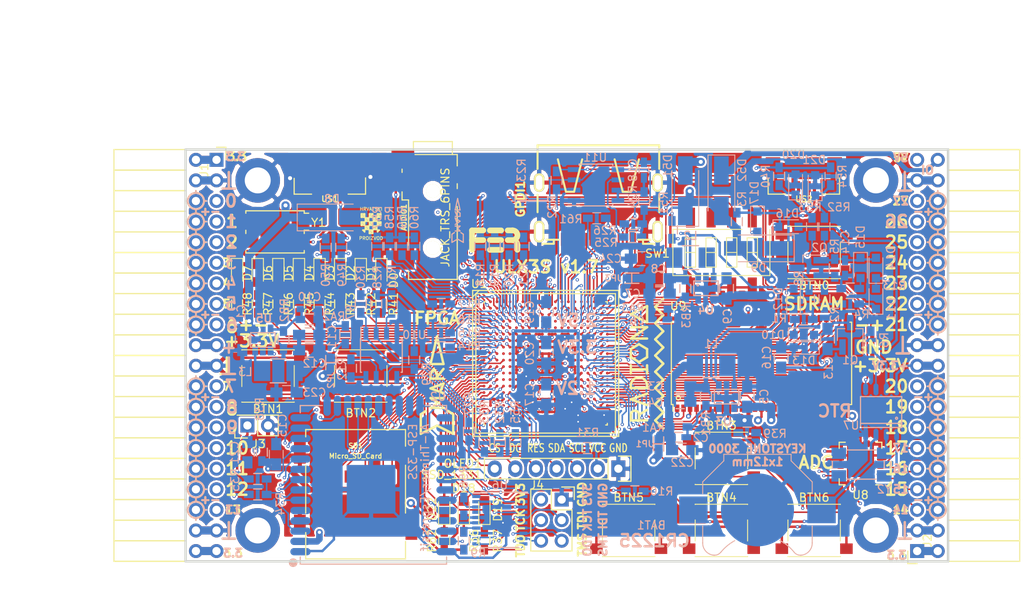
<source format=kicad_pcb>
(kicad_pcb (version 4) (host pcbnew 4.0.7+dfsg1-1)

  (general
    (links 722)
    (no_connects 0)
    (area 71.010001 43.48 197.572001 118.732339)
    (thickness 1.6)
    (drawings 361)
    (tracks 4280)
    (zones 0)
    (modules 167)
    (nets 250)
  )

  (page A4)
  (layers
    (0 F.Cu signal)
    (1 In1.Cu signal)
    (2 In2.Cu signal)
    (31 B.Cu signal)
    (32 B.Adhes user)
    (33 F.Adhes user)
    (34 B.Paste user)
    (35 F.Paste user)
    (36 B.SilkS user)
    (37 F.SilkS user)
    (38 B.Mask user)
    (39 F.Mask user)
    (40 Dwgs.User user)
    (41 Cmts.User user)
    (42 Eco1.User user)
    (43 Eco2.User user)
    (44 Edge.Cuts user)
    (45 Margin user)
    (46 B.CrtYd user)
    (47 F.CrtYd user)
    (48 B.Fab user)
    (49 F.Fab user)
  )

  (setup
    (last_trace_width 0.3)
    (trace_clearance 0.127)
    (zone_clearance 0.254)
    (zone_45_only no)
    (trace_min 0.127)
    (segment_width 0.2)
    (edge_width 0.2)
    (via_size 0.4)
    (via_drill 0.2)
    (via_min_size 0.4)
    (via_min_drill 0.2)
    (uvia_size 0.3)
    (uvia_drill 0.1)
    (uvias_allowed no)
    (uvia_min_size 0.2)
    (uvia_min_drill 0.1)
    (pcb_text_width 0.3)
    (pcb_text_size 1.5 1.5)
    (mod_edge_width 0.15)
    (mod_text_size 1 1)
    (mod_text_width 0.15)
    (pad_size 0.5 0.5)
    (pad_drill 0)
    (pad_to_mask_clearance 0.05)
    (aux_axis_origin 82.67 62.69)
    (grid_origin 86.48 79.2)
    (visible_elements 7FFFFFFF)
    (pcbplotparams
      (layerselection 0x310f0_80000007)
      (usegerberextensions true)
      (excludeedgelayer true)
      (linewidth 0.100000)
      (plotframeref false)
      (viasonmask false)
      (mode 1)
      (useauxorigin false)
      (hpglpennumber 1)
      (hpglpenspeed 20)
      (hpglpendiameter 15)
      (hpglpenoverlay 2)
      (psnegative false)
      (psa4output false)
      (plotreference true)
      (plotvalue true)
      (plotinvisibletext false)
      (padsonsilk false)
      (subtractmaskfromsilk false)
      (outputformat 1)
      (mirror false)
      (drillshape 0)
      (scaleselection 1)
      (outputdirectory plot))
  )

  (net 0 "")
  (net 1 GND)
  (net 2 +5V)
  (net 3 /gpio/IN5V)
  (net 4 /gpio/OUT5V)
  (net 5 +3V3)
  (net 6 +1V2)
  (net 7 BTN_D)
  (net 8 BTN_F1)
  (net 9 BTN_F2)
  (net 10 BTN_L)
  (net 11 BTN_R)
  (net 12 BTN_U)
  (net 13 /power/FB1)
  (net 14 +2V5)
  (net 15 /power/PWREN)
  (net 16 /power/FB3)
  (net 17 /power/FB2)
  (net 18 "Net-(D9-Pad1)")
  (net 19 /power/VBAT)
  (net 20 JTAG_TDI)
  (net 21 JTAG_TCK)
  (net 22 JTAG_TMS)
  (net 23 JTAG_TDO)
  (net 24 /power/WAKEUPn)
  (net 25 /power/WKUP)
  (net 26 /power/SHUT)
  (net 27 /power/WAKE)
  (net 28 /power/HOLD)
  (net 29 /power/WKn)
  (net 30 /power/OSCI_32k)
  (net 31 /power/OSCO_32k)
  (net 32 "Net-(Q2-Pad3)")
  (net 33 SHUTDOWN)
  (net 34 /analog/AUDIO_L)
  (net 35 /analog/AUDIO_R)
  (net 36 GPDI_5V_SCL)
  (net 37 GPDI_5V_SDA)
  (net 38 GPDI_SDA)
  (net 39 GPDI_SCL)
  (net 40 /gpdi/VREF2)
  (net 41 SD_CMD)
  (net 42 SD_CLK)
  (net 43 SD_D0)
  (net 44 SD_D1)
  (net 45 USB5V)
  (net 46 GPDI_CEC)
  (net 47 nRESET)
  (net 48 FTDI_nDTR)
  (net 49 SDRAM_CKE)
  (net 50 SDRAM_A7)
  (net 51 SDRAM_D15)
  (net 52 SDRAM_BA1)
  (net 53 SDRAM_D7)
  (net 54 SDRAM_A6)
  (net 55 SDRAM_CLK)
  (net 56 SDRAM_D13)
  (net 57 SDRAM_BA0)
  (net 58 SDRAM_D6)
  (net 59 SDRAM_A5)
  (net 60 SDRAM_D14)
  (net 61 SDRAM_A11)
  (net 62 SDRAM_D12)
  (net 63 SDRAM_D5)
  (net 64 SDRAM_A4)
  (net 65 SDRAM_A10)
  (net 66 SDRAM_D11)
  (net 67 SDRAM_A3)
  (net 68 SDRAM_D4)
  (net 69 SDRAM_D10)
  (net 70 SDRAM_D9)
  (net 71 SDRAM_A9)
  (net 72 SDRAM_D3)
  (net 73 SDRAM_D8)
  (net 74 SDRAM_A8)
  (net 75 SDRAM_A2)
  (net 76 SDRAM_A1)
  (net 77 SDRAM_A0)
  (net 78 SDRAM_D2)
  (net 79 SDRAM_D1)
  (net 80 SDRAM_D0)
  (net 81 SDRAM_DQM0)
  (net 82 SDRAM_nCS)
  (net 83 SDRAM_nRAS)
  (net 84 SDRAM_DQM1)
  (net 85 SDRAM_nCAS)
  (net 86 SDRAM_nWE)
  (net 87 /flash/FLASH_nWP)
  (net 88 /flash/FLASH_nHOLD)
  (net 89 /flash/FLASH_MOSI)
  (net 90 /flash/FLASH_MISO)
  (net 91 /flash/FLASH_SCK)
  (net 92 /flash/FLASH_nCS)
  (net 93 /flash/FPGA_PROGRAMN)
  (net 94 /flash/FPGA_DONE)
  (net 95 /flash/FPGA_INITN)
  (net 96 OLED_RES)
  (net 97 OLED_DC)
  (net 98 OLED_CS)
  (net 99 WIFI_EN)
  (net 100 FTDI_nRTS)
  (net 101 FTDI_TXD)
  (net 102 FTDI_RXD)
  (net 103 WIFI_RXD)
  (net 104 WIFI_GPIO0)
  (net 105 WIFI_TXD)
  (net 106 GPDI_ETH-)
  (net 107 GPDI_ETH+)
  (net 108 GPDI_D2+)
  (net 109 GPDI_D2-)
  (net 110 GPDI_D1+)
  (net 111 GPDI_D1-)
  (net 112 GPDI_D0+)
  (net 113 GPDI_D0-)
  (net 114 GPDI_CLK+)
  (net 115 GPDI_CLK-)
  (net 116 USB_FTDI_D+)
  (net 117 USB_FTDI_D-)
  (net 118 J1_17-)
  (net 119 J1_17+)
  (net 120 J1_23-)
  (net 121 J1_23+)
  (net 122 J1_25-)
  (net 123 J1_25+)
  (net 124 J1_27-)
  (net 125 J1_27+)
  (net 126 J1_29-)
  (net 127 J1_29+)
  (net 128 J1_31-)
  (net 129 J1_31+)
  (net 130 J1_33-)
  (net 131 J1_33+)
  (net 132 J1_35-)
  (net 133 J1_35+)
  (net 134 J2_5-)
  (net 135 J2_5+)
  (net 136 J2_7-)
  (net 137 J2_7+)
  (net 138 J2_9-)
  (net 139 J2_9+)
  (net 140 J2_13-)
  (net 141 J2_13+)
  (net 142 J2_17-)
  (net 143 J2_17+)
  (net 144 J2_11-)
  (net 145 J2_11+)
  (net 146 J2_23-)
  (net 147 J2_23+)
  (net 148 J1_5-)
  (net 149 J1_5+)
  (net 150 J1_7-)
  (net 151 J1_7+)
  (net 152 J1_9-)
  (net 153 J1_9+)
  (net 154 J1_11-)
  (net 155 J1_11+)
  (net 156 J1_13-)
  (net 157 J1_13+)
  (net 158 J1_15-)
  (net 159 J1_15+)
  (net 160 J2_15-)
  (net 161 J2_15+)
  (net 162 J2_25-)
  (net 163 J2_25+)
  (net 164 J2_27-)
  (net 165 J2_27+)
  (net 166 J2_29-)
  (net 167 J2_29+)
  (net 168 J2_31-)
  (net 169 J2_31+)
  (net 170 J2_33-)
  (net 171 J2_33+)
  (net 172 J2_35-)
  (net 173 J2_35+)
  (net 174 SD_D3)
  (net 175 AUDIO_L3)
  (net 176 AUDIO_L2)
  (net 177 AUDIO_L1)
  (net 178 AUDIO_L0)
  (net 179 AUDIO_R3)
  (net 180 AUDIO_R2)
  (net 181 AUDIO_R1)
  (net 182 AUDIO_R0)
  (net 183 OLED_CLK)
  (net 184 OLED_MOSI)
  (net 185 LED0)
  (net 186 LED1)
  (net 187 LED2)
  (net 188 LED3)
  (net 189 LED4)
  (net 190 LED5)
  (net 191 LED6)
  (net 192 LED7)
  (net 193 BTN_PWRn)
  (net 194 FTDI_nTXLED)
  (net 195 FTDI_nSLEEP)
  (net 196 /blinkey/LED_PWREN)
  (net 197 /blinkey/LED_TXLED)
  (net 198 FT3V3)
  (net 199 /sdcard/SD3V3)
  (net 200 SD_D2)
  (net 201 CLK_25MHz)
  (net 202 /blinkey/BTNPUL)
  (net 203 /blinkey/BTNPUR)
  (net 204 USB_FPGA_D+)
  (net 205 /power/FTDI_nSUSPEND)
  (net 206 /blinkey/ALED0)
  (net 207 /blinkey/ALED1)
  (net 208 /blinkey/ALED2)
  (net 209 /blinkey/ALED3)
  (net 210 /blinkey/ALED4)
  (net 211 /blinkey/ALED5)
  (net 212 /blinkey/ALED6)
  (net 213 /blinkey/ALED7)
  (net 214 /usb/FTD-)
  (net 215 /usb/FTD+)
  (net 216 ADC_MISO)
  (net 217 ADC_MOSI)
  (net 218 ADC_CSn)
  (net 219 ADC_SCLK)
  (net 220 "Net-(R51-Pad2)")
  (net 221 SW3)
  (net 222 SW2)
  (net 223 SW1)
  (net 224 SW0)
  (net 225 USB_FPGA_D-)
  (net 226 /usb/FPD+)
  (net 227 /usb/FPD-)
  (net 228 WIFI_GPIO16)
  (net 229 WIFI_GPIO15)
  (net 230 /usb/ANT_433MHz)
  (net 231 /power/PWRBTn)
  (net 232 PROG_DONE)
  (net 233 /power/P1V2)
  (net 234 /power/P3V3)
  (net 235 /power/P2V5)
  (net 236 /power/L1)
  (net 237 /power/L3)
  (net 238 /power/L2)
  (net 239 FTDI_TXDEN)
  (net 240 /wifi/WIFIOFF)
  (net 241 SDRAM_A12)
  (net 242 /analog/AUDIO_V)
  (net 243 AUDIO_V3)
  (net 244 AUDIO_V2)
  (net 245 AUDIO_V1)
  (net 246 AUDIO_V0)
  (net 247 /gpdi/FPGA_CEC)
  (net 248 /blinkey/LED_WIFI)
  (net 249 WIFI_GPIO2)

  (net_class Default "This is the default net class."
    (clearance 0.127)
    (trace_width 0.3)
    (via_dia 0.4)
    (via_drill 0.2)
    (uvia_dia 0.3)
    (uvia_drill 0.1)
    (add_net +1V2)
    (add_net +2V5)
    (add_net +3V3)
    (add_net +5V)
    (add_net /analog/AUDIO_L)
    (add_net /analog/AUDIO_R)
    (add_net /analog/AUDIO_V)
    (add_net /blinkey/ALED0)
    (add_net /blinkey/ALED1)
    (add_net /blinkey/ALED2)
    (add_net /blinkey/ALED3)
    (add_net /blinkey/ALED4)
    (add_net /blinkey/ALED5)
    (add_net /blinkey/ALED6)
    (add_net /blinkey/ALED7)
    (add_net /blinkey/BTNPUL)
    (add_net /blinkey/BTNPUR)
    (add_net /blinkey/LED_PWREN)
    (add_net /blinkey/LED_TXLED)
    (add_net /blinkey/LED_WIFI)
    (add_net /gpdi/VREF2)
    (add_net /gpio/IN5V)
    (add_net /gpio/OUT5V)
    (add_net /power/FB1)
    (add_net /power/FB2)
    (add_net /power/FB3)
    (add_net /power/FTDI_nSUSPEND)
    (add_net /power/HOLD)
    (add_net /power/L1)
    (add_net /power/L2)
    (add_net /power/L3)
    (add_net /power/OSCI_32k)
    (add_net /power/OSCO_32k)
    (add_net /power/P1V2)
    (add_net /power/P2V5)
    (add_net /power/P3V3)
    (add_net /power/PWRBTn)
    (add_net /power/PWREN)
    (add_net /power/SHUT)
    (add_net /power/VBAT)
    (add_net /power/WAKE)
    (add_net /power/WAKEUPn)
    (add_net /power/WKUP)
    (add_net /power/WKn)
    (add_net /sdcard/SD3V3)
    (add_net /usb/ANT_433MHz)
    (add_net /usb/FPD+)
    (add_net /usb/FPD-)
    (add_net /usb/FTD+)
    (add_net /usb/FTD-)
    (add_net /wifi/WIFIOFF)
    (add_net FT3V3)
    (add_net GND)
    (add_net "Net-(D9-Pad1)")
    (add_net "Net-(Q2-Pad3)")
    (add_net "Net-(R51-Pad2)")
    (add_net USB5V)
    (add_net WIFI_GPIO2)
  )

  (net_class BGA ""
    (clearance 0.127)
    (trace_width 0.19)
    (via_dia 0.4)
    (via_drill 0.2)
    (uvia_dia 0.3)
    (uvia_drill 0.1)
    (add_net /flash/FLASH_MISO)
    (add_net /flash/FLASH_MOSI)
    (add_net /flash/FLASH_SCK)
    (add_net /flash/FLASH_nCS)
    (add_net /flash/FLASH_nHOLD)
    (add_net /flash/FLASH_nWP)
    (add_net /flash/FPGA_DONE)
    (add_net /flash/FPGA_INITN)
    (add_net /flash/FPGA_PROGRAMN)
    (add_net /gpdi/FPGA_CEC)
    (add_net ADC_CSn)
    (add_net ADC_MISO)
    (add_net ADC_MOSI)
    (add_net ADC_SCLK)
    (add_net AUDIO_L0)
    (add_net AUDIO_L1)
    (add_net AUDIO_L2)
    (add_net AUDIO_L3)
    (add_net AUDIO_R0)
    (add_net AUDIO_R1)
    (add_net AUDIO_R2)
    (add_net AUDIO_R3)
    (add_net AUDIO_V0)
    (add_net AUDIO_V1)
    (add_net AUDIO_V2)
    (add_net AUDIO_V3)
    (add_net BTN_D)
    (add_net BTN_F1)
    (add_net BTN_F2)
    (add_net BTN_L)
    (add_net BTN_PWRn)
    (add_net BTN_R)
    (add_net BTN_U)
    (add_net CLK_25MHz)
    (add_net FTDI_RXD)
    (add_net FTDI_TXD)
    (add_net FTDI_TXDEN)
    (add_net FTDI_nDTR)
    (add_net FTDI_nRTS)
    (add_net FTDI_nSLEEP)
    (add_net FTDI_nTXLED)
    (add_net GPDI_5V_SCL)
    (add_net GPDI_5V_SDA)
    (add_net GPDI_CEC)
    (add_net GPDI_CLK+)
    (add_net GPDI_CLK-)
    (add_net GPDI_D0+)
    (add_net GPDI_D0-)
    (add_net GPDI_D1+)
    (add_net GPDI_D1-)
    (add_net GPDI_D2+)
    (add_net GPDI_D2-)
    (add_net GPDI_ETH+)
    (add_net GPDI_ETH-)
    (add_net GPDI_SCL)
    (add_net GPDI_SDA)
    (add_net J1_11+)
    (add_net J1_11-)
    (add_net J1_13+)
    (add_net J1_13-)
    (add_net J1_15+)
    (add_net J1_15-)
    (add_net J1_17+)
    (add_net J1_17-)
    (add_net J1_23+)
    (add_net J1_23-)
    (add_net J1_25+)
    (add_net J1_25-)
    (add_net J1_27+)
    (add_net J1_27-)
    (add_net J1_29+)
    (add_net J1_29-)
    (add_net J1_31+)
    (add_net J1_31-)
    (add_net J1_33+)
    (add_net J1_33-)
    (add_net J1_35+)
    (add_net J1_35-)
    (add_net J1_5+)
    (add_net J1_5-)
    (add_net J1_7+)
    (add_net J1_7-)
    (add_net J1_9+)
    (add_net J1_9-)
    (add_net J2_11+)
    (add_net J2_11-)
    (add_net J2_13+)
    (add_net J2_13-)
    (add_net J2_15+)
    (add_net J2_15-)
    (add_net J2_17+)
    (add_net J2_17-)
    (add_net J2_23+)
    (add_net J2_23-)
    (add_net J2_25+)
    (add_net J2_25-)
    (add_net J2_27+)
    (add_net J2_27-)
    (add_net J2_29+)
    (add_net J2_29-)
    (add_net J2_31+)
    (add_net J2_31-)
    (add_net J2_33+)
    (add_net J2_33-)
    (add_net J2_35+)
    (add_net J2_35-)
    (add_net J2_5+)
    (add_net J2_5-)
    (add_net J2_7+)
    (add_net J2_7-)
    (add_net J2_9+)
    (add_net J2_9-)
    (add_net JTAG_TCK)
    (add_net JTAG_TDI)
    (add_net JTAG_TDO)
    (add_net JTAG_TMS)
    (add_net LED0)
    (add_net LED1)
    (add_net LED2)
    (add_net LED3)
    (add_net LED4)
    (add_net LED5)
    (add_net LED6)
    (add_net LED7)
    (add_net OLED_CLK)
    (add_net OLED_CS)
    (add_net OLED_DC)
    (add_net OLED_MOSI)
    (add_net OLED_RES)
    (add_net PROG_DONE)
    (add_net SDRAM_A0)
    (add_net SDRAM_A1)
    (add_net SDRAM_A10)
    (add_net SDRAM_A11)
    (add_net SDRAM_A12)
    (add_net SDRAM_A2)
    (add_net SDRAM_A3)
    (add_net SDRAM_A4)
    (add_net SDRAM_A5)
    (add_net SDRAM_A6)
    (add_net SDRAM_A7)
    (add_net SDRAM_A8)
    (add_net SDRAM_A9)
    (add_net SDRAM_BA0)
    (add_net SDRAM_BA1)
    (add_net SDRAM_CKE)
    (add_net SDRAM_CLK)
    (add_net SDRAM_D0)
    (add_net SDRAM_D1)
    (add_net SDRAM_D10)
    (add_net SDRAM_D11)
    (add_net SDRAM_D12)
    (add_net SDRAM_D13)
    (add_net SDRAM_D14)
    (add_net SDRAM_D15)
    (add_net SDRAM_D2)
    (add_net SDRAM_D3)
    (add_net SDRAM_D4)
    (add_net SDRAM_D5)
    (add_net SDRAM_D6)
    (add_net SDRAM_D7)
    (add_net SDRAM_D8)
    (add_net SDRAM_D9)
    (add_net SDRAM_DQM0)
    (add_net SDRAM_DQM1)
    (add_net SDRAM_nCAS)
    (add_net SDRAM_nCS)
    (add_net SDRAM_nRAS)
    (add_net SDRAM_nWE)
    (add_net SD_CLK)
    (add_net SD_CMD)
    (add_net SD_D0)
    (add_net SD_D1)
    (add_net SD_D2)
    (add_net SD_D3)
    (add_net SHUTDOWN)
    (add_net SW0)
    (add_net SW1)
    (add_net SW2)
    (add_net SW3)
    (add_net USB_FPGA_D+)
    (add_net USB_FPGA_D-)
    (add_net USB_FTDI_D+)
    (add_net USB_FTDI_D-)
    (add_net WIFI_EN)
    (add_net WIFI_GPIO0)
    (add_net WIFI_GPIO15)
    (add_net WIFI_GPIO16)
    (add_net WIFI_RXD)
    (add_net WIFI_TXD)
    (add_net nRESET)
  )

  (net_class Minimal ""
    (clearance 0.127)
    (trace_width 0.127)
    (via_dia 0.4)
    (via_drill 0.2)
    (uvia_dia 0.3)
    (uvia_drill 0.1)
  )

  (module Socket_Strips:Socket_Strip_Angled_2x20 (layer F.Cu) (tedit 59CCC5BE) (tstamp 58E6BE3D)
    (at 97.91 62.69 270)
    (descr "Through hole socket strip")
    (tags "socket strip")
    (path /56AC389C/58E6B835)
    (fp_text reference J1 (at 1.27 1.524 270) (layer F.SilkS)
      (effects (font (size 1 1) (thickness 0.15)))
    )
    (fp_text value CONN_02X20 (at 0 -2.6 270) (layer F.Fab) hide
      (effects (font (size 1 1) (thickness 0.15)))
    )
    (fp_line (start -1.75 -1.35) (end -1.75 13.15) (layer F.CrtYd) (width 0.05))
    (fp_line (start 50.05 -1.35) (end 50.05 13.15) (layer F.CrtYd) (width 0.05))
    (fp_line (start -1.75 -1.35) (end 50.05 -1.35) (layer F.CrtYd) (width 0.05))
    (fp_line (start -1.75 13.15) (end 50.05 13.15) (layer F.CrtYd) (width 0.05))
    (fp_line (start 49.53 12.64) (end 49.53 3.81) (layer F.SilkS) (width 0.15))
    (fp_line (start 46.99 12.64) (end 49.53 12.64) (layer F.SilkS) (width 0.15))
    (fp_line (start 46.99 3.81) (end 49.53 3.81) (layer F.SilkS) (width 0.15))
    (fp_line (start 49.53 3.81) (end 49.53 12.64) (layer F.SilkS) (width 0.15))
    (fp_line (start 46.99 3.81) (end 46.99 12.64) (layer F.SilkS) (width 0.15))
    (fp_line (start 44.45 3.81) (end 46.99 3.81) (layer F.SilkS) (width 0.15))
    (fp_line (start 44.45 12.64) (end 46.99 12.64) (layer F.SilkS) (width 0.15))
    (fp_line (start 46.99 12.64) (end 46.99 3.81) (layer F.SilkS) (width 0.15))
    (fp_line (start 29.21 12.64) (end 29.21 3.81) (layer F.SilkS) (width 0.15))
    (fp_line (start 26.67 12.64) (end 29.21 12.64) (layer F.SilkS) (width 0.15))
    (fp_line (start 26.67 3.81) (end 29.21 3.81) (layer F.SilkS) (width 0.15))
    (fp_line (start 29.21 3.81) (end 29.21 12.64) (layer F.SilkS) (width 0.15))
    (fp_line (start 31.75 3.81) (end 31.75 12.64) (layer F.SilkS) (width 0.15))
    (fp_line (start 29.21 3.81) (end 31.75 3.81) (layer F.SilkS) (width 0.15))
    (fp_line (start 29.21 12.64) (end 31.75 12.64) (layer F.SilkS) (width 0.15))
    (fp_line (start 31.75 12.64) (end 31.75 3.81) (layer F.SilkS) (width 0.15))
    (fp_line (start 44.45 12.64) (end 44.45 3.81) (layer F.SilkS) (width 0.15))
    (fp_line (start 41.91 12.64) (end 44.45 12.64) (layer F.SilkS) (width 0.15))
    (fp_line (start 41.91 3.81) (end 44.45 3.81) (layer F.SilkS) (width 0.15))
    (fp_line (start 44.45 3.81) (end 44.45 12.64) (layer F.SilkS) (width 0.15))
    (fp_line (start 41.91 3.81) (end 41.91 12.64) (layer F.SilkS) (width 0.15))
    (fp_line (start 39.37 3.81) (end 41.91 3.81) (layer F.SilkS) (width 0.15))
    (fp_line (start 39.37 12.64) (end 41.91 12.64) (layer F.SilkS) (width 0.15))
    (fp_line (start 41.91 12.64) (end 41.91 3.81) (layer F.SilkS) (width 0.15))
    (fp_line (start 39.37 12.64) (end 39.37 3.81) (layer F.SilkS) (width 0.15))
    (fp_line (start 36.83 12.64) (end 39.37 12.64) (layer F.SilkS) (width 0.15))
    (fp_line (start 36.83 3.81) (end 39.37 3.81) (layer F.SilkS) (width 0.15))
    (fp_line (start 39.37 3.81) (end 39.37 12.64) (layer F.SilkS) (width 0.15))
    (fp_line (start 36.83 3.81) (end 36.83 12.64) (layer F.SilkS) (width 0.15))
    (fp_line (start 34.29 3.81) (end 36.83 3.81) (layer F.SilkS) (width 0.15))
    (fp_line (start 34.29 12.64) (end 36.83 12.64) (layer F.SilkS) (width 0.15))
    (fp_line (start 36.83 12.64) (end 36.83 3.81) (layer F.SilkS) (width 0.15))
    (fp_line (start 34.29 12.64) (end 34.29 3.81) (layer F.SilkS) (width 0.15))
    (fp_line (start 31.75 12.64) (end 34.29 12.64) (layer F.SilkS) (width 0.15))
    (fp_line (start 31.75 3.81) (end 34.29 3.81) (layer F.SilkS) (width 0.15))
    (fp_line (start 34.29 3.81) (end 34.29 12.64) (layer F.SilkS) (width 0.15))
    (fp_line (start 16.51 3.81) (end 16.51 12.64) (layer F.SilkS) (width 0.15))
    (fp_line (start 13.97 3.81) (end 16.51 3.81) (layer F.SilkS) (width 0.15))
    (fp_line (start 13.97 12.64) (end 16.51 12.64) (layer F.SilkS) (width 0.15))
    (fp_line (start 16.51 12.64) (end 16.51 3.81) (layer F.SilkS) (width 0.15))
    (fp_line (start 19.05 12.64) (end 19.05 3.81) (layer F.SilkS) (width 0.15))
    (fp_line (start 16.51 12.64) (end 19.05 12.64) (layer F.SilkS) (width 0.15))
    (fp_line (start 16.51 3.81) (end 19.05 3.81) (layer F.SilkS) (width 0.15))
    (fp_line (start 19.05 3.81) (end 19.05 12.64) (layer F.SilkS) (width 0.15))
    (fp_line (start 21.59 3.81) (end 21.59 12.64) (layer F.SilkS) (width 0.15))
    (fp_line (start 19.05 3.81) (end 21.59 3.81) (layer F.SilkS) (width 0.15))
    (fp_line (start 19.05 12.64) (end 21.59 12.64) (layer F.SilkS) (width 0.15))
    (fp_line (start 21.59 12.64) (end 21.59 3.81) (layer F.SilkS) (width 0.15))
    (fp_line (start 24.13 12.64) (end 24.13 3.81) (layer F.SilkS) (width 0.15))
    (fp_line (start 21.59 12.64) (end 24.13 12.64) (layer F.SilkS) (width 0.15))
    (fp_line (start 21.59 3.81) (end 24.13 3.81) (layer F.SilkS) (width 0.15))
    (fp_line (start 24.13 3.81) (end 24.13 12.64) (layer F.SilkS) (width 0.15))
    (fp_line (start 26.67 3.81) (end 26.67 12.64) (layer F.SilkS) (width 0.15))
    (fp_line (start 24.13 3.81) (end 26.67 3.81) (layer F.SilkS) (width 0.15))
    (fp_line (start 24.13 12.64) (end 26.67 12.64) (layer F.SilkS) (width 0.15))
    (fp_line (start 26.67 12.64) (end 26.67 3.81) (layer F.SilkS) (width 0.15))
    (fp_line (start 13.97 12.64) (end 13.97 3.81) (layer F.SilkS) (width 0.15))
    (fp_line (start 11.43 12.64) (end 13.97 12.64) (layer F.SilkS) (width 0.15))
    (fp_line (start 11.43 3.81) (end 13.97 3.81) (layer F.SilkS) (width 0.15))
    (fp_line (start 13.97 3.81) (end 13.97 12.64) (layer F.SilkS) (width 0.15))
    (fp_line (start 11.43 3.81) (end 11.43 12.64) (layer F.SilkS) (width 0.15))
    (fp_line (start 8.89 3.81) (end 11.43 3.81) (layer F.SilkS) (width 0.15))
    (fp_line (start 8.89 12.64) (end 11.43 12.64) (layer F.SilkS) (width 0.15))
    (fp_line (start 11.43 12.64) (end 11.43 3.81) (layer F.SilkS) (width 0.15))
    (fp_line (start 8.89 12.64) (end 8.89 3.81) (layer F.SilkS) (width 0.15))
    (fp_line (start 6.35 12.64) (end 8.89 12.64) (layer F.SilkS) (width 0.15))
    (fp_line (start 6.35 3.81) (end 8.89 3.81) (layer F.SilkS) (width 0.15))
    (fp_line (start 8.89 3.81) (end 8.89 12.64) (layer F.SilkS) (width 0.15))
    (fp_line (start 6.35 3.81) (end 6.35 12.64) (layer F.SilkS) (width 0.15))
    (fp_line (start 3.81 3.81) (end 6.35 3.81) (layer F.SilkS) (width 0.15))
    (fp_line (start 3.81 12.64) (end 6.35 12.64) (layer F.SilkS) (width 0.15))
    (fp_line (start 6.35 12.64) (end 6.35 3.81) (layer F.SilkS) (width 0.15))
    (fp_line (start 3.81 12.64) (end 3.81 3.81) (layer F.SilkS) (width 0.15))
    (fp_line (start 1.27 12.64) (end 3.81 12.64) (layer F.SilkS) (width 0.15))
    (fp_line (start 1.27 3.81) (end 3.81 3.81) (layer F.SilkS) (width 0.15))
    (fp_line (start 3.81 3.81) (end 3.81 12.64) (layer F.SilkS) (width 0.15))
    (fp_line (start 1.27 3.81) (end 1.27 12.64) (layer F.SilkS) (width 0.15))
    (fp_line (start -1.27 3.81) (end 1.27 3.81) (layer F.SilkS) (width 0.15))
    (fp_line (start 0 -1.15) (end -1.55 -1.15) (layer F.SilkS) (width 0.15))
    (fp_line (start -1.55 -1.15) (end -1.55 0) (layer F.SilkS) (width 0.15))
    (fp_line (start -1.27 3.81) (end -1.27 12.64) (layer F.SilkS) (width 0.15))
    (fp_line (start -1.27 12.64) (end 1.27 12.64) (layer F.SilkS) (width 0.15))
    (fp_line (start 1.27 12.64) (end 1.27 3.81) (layer F.SilkS) (width 0.15))
    (pad 1 thru_hole rect (at 0 0 270) (size 1.7272 1.7272) (drill 1.016) (layers *.Cu *.Mask)
      (net 5 +3V3))
    (pad 2 thru_hole oval (at 0 2.54 270) (size 1.7272 1.7272) (drill 1.016) (layers *.Cu *.Mask)
      (net 5 +3V3))
    (pad 3 thru_hole oval (at 2.54 0 270) (size 1.7272 1.7272) (drill 1.016) (layers *.Cu *.Mask)
      (net 1 GND))
    (pad 4 thru_hole oval (at 2.54 2.54 270) (size 1.7272 1.7272) (drill 1.016) (layers *.Cu *.Mask)
      (net 1 GND))
    (pad 5 thru_hole oval (at 5.08 0 270) (size 1.7272 1.7272) (drill 1.016) (layers *.Cu *.Mask)
      (net 148 J1_5-))
    (pad 6 thru_hole oval (at 5.08 2.54 270) (size 1.7272 1.7272) (drill 1.016) (layers *.Cu *.Mask)
      (net 149 J1_5+))
    (pad 7 thru_hole oval (at 7.62 0 270) (size 1.7272 1.7272) (drill 1.016) (layers *.Cu *.Mask)
      (net 150 J1_7-))
    (pad 8 thru_hole oval (at 7.62 2.54 270) (size 1.7272 1.7272) (drill 1.016) (layers *.Cu *.Mask)
      (net 151 J1_7+))
    (pad 9 thru_hole oval (at 10.16 0 270) (size 1.7272 1.7272) (drill 1.016) (layers *.Cu *.Mask)
      (net 152 J1_9-))
    (pad 10 thru_hole oval (at 10.16 2.54 270) (size 1.7272 1.7272) (drill 1.016) (layers *.Cu *.Mask)
      (net 153 J1_9+))
    (pad 11 thru_hole oval (at 12.7 0 270) (size 1.7272 1.7272) (drill 1.016) (layers *.Cu *.Mask)
      (net 154 J1_11-))
    (pad 12 thru_hole oval (at 12.7 2.54 270) (size 1.7272 1.7272) (drill 1.016) (layers *.Cu *.Mask)
      (net 155 J1_11+))
    (pad 13 thru_hole oval (at 15.24 0 270) (size 1.7272 1.7272) (drill 1.016) (layers *.Cu *.Mask)
      (net 156 J1_13-))
    (pad 14 thru_hole oval (at 15.24 2.54 270) (size 1.7272 1.7272) (drill 1.016) (layers *.Cu *.Mask)
      (net 157 J1_13+))
    (pad 15 thru_hole oval (at 17.78 0 270) (size 1.7272 1.7272) (drill 1.016) (layers *.Cu *.Mask)
      (net 158 J1_15-))
    (pad 16 thru_hole oval (at 17.78 2.54 270) (size 1.7272 1.7272) (drill 1.016) (layers *.Cu *.Mask)
      (net 159 J1_15+))
    (pad 17 thru_hole oval (at 20.32 0 270) (size 1.7272 1.7272) (drill 1.016) (layers *.Cu *.Mask)
      (net 118 J1_17-))
    (pad 18 thru_hole oval (at 20.32 2.54 270) (size 1.7272 1.7272) (drill 1.016) (layers *.Cu *.Mask)
      (net 119 J1_17+))
    (pad 19 thru_hole oval (at 22.86 0 270) (size 1.7272 1.7272) (drill 1.016) (layers *.Cu *.Mask)
      (net 5 +3V3))
    (pad 20 thru_hole oval (at 22.86 2.54 270) (size 1.7272 1.7272) (drill 1.016) (layers *.Cu *.Mask)
      (net 5 +3V3))
    (pad 21 thru_hole oval (at 25.4 0 270) (size 1.7272 1.7272) (drill 1.016) (layers *.Cu *.Mask)
      (net 1 GND))
    (pad 22 thru_hole oval (at 25.4 2.54 270) (size 1.7272 1.7272) (drill 1.016) (layers *.Cu *.Mask)
      (net 1 GND))
    (pad 23 thru_hole oval (at 27.94 0 270) (size 1.7272 1.7272) (drill 1.016) (layers *.Cu *.Mask)
      (net 120 J1_23-))
    (pad 24 thru_hole oval (at 27.94 2.54 270) (size 1.7272 1.7272) (drill 1.016) (layers *.Cu *.Mask)
      (net 121 J1_23+))
    (pad 25 thru_hole oval (at 30.48 0 270) (size 1.7272 1.7272) (drill 1.016) (layers *.Cu *.Mask)
      (net 122 J1_25-))
    (pad 26 thru_hole oval (at 30.48 2.54 270) (size 1.7272 1.7272) (drill 1.016) (layers *.Cu *.Mask)
      (net 123 J1_25+))
    (pad 27 thru_hole oval (at 33.02 0 270) (size 1.7272 1.7272) (drill 1.016) (layers *.Cu *.Mask)
      (net 124 J1_27-))
    (pad 28 thru_hole oval (at 33.02 2.54 270) (size 1.7272 1.7272) (drill 1.016) (layers *.Cu *.Mask)
      (net 125 J1_27+))
    (pad 29 thru_hole oval (at 35.56 0 270) (size 1.7272 1.7272) (drill 1.016) (layers *.Cu *.Mask)
      (net 126 J1_29-))
    (pad 30 thru_hole oval (at 35.56 2.54 270) (size 1.7272 1.7272) (drill 1.016) (layers *.Cu *.Mask)
      (net 127 J1_29+))
    (pad 31 thru_hole oval (at 38.1 0 270) (size 1.7272 1.7272) (drill 1.016) (layers *.Cu *.Mask)
      (net 128 J1_31-))
    (pad 32 thru_hole oval (at 38.1 2.54 270) (size 1.7272 1.7272) (drill 1.016) (layers *.Cu *.Mask)
      (net 129 J1_31+))
    (pad 33 thru_hole oval (at 40.64 0 270) (size 1.7272 1.7272) (drill 1.016) (layers *.Cu *.Mask)
      (net 130 J1_33-))
    (pad 34 thru_hole oval (at 40.64 2.54 270) (size 1.7272 1.7272) (drill 1.016) (layers *.Cu *.Mask)
      (net 131 J1_33+))
    (pad 35 thru_hole oval (at 43.18 0 270) (size 1.7272 1.7272) (drill 1.016) (layers *.Cu *.Mask)
      (net 132 J1_35-))
    (pad 36 thru_hole oval (at 43.18 2.54 270) (size 1.7272 1.7272) (drill 1.016) (layers *.Cu *.Mask)
      (net 133 J1_35+))
    (pad 37 thru_hole oval (at 45.72 0 270) (size 1.7272 1.7272) (drill 1.016) (layers *.Cu *.Mask)
      (net 1 GND))
    (pad 38 thru_hole oval (at 45.72 2.54 270) (size 1.7272 1.7272) (drill 1.016) (layers *.Cu *.Mask)
      (net 1 GND))
    (pad 39 thru_hole oval (at 48.26 0 270) (size 1.7272 1.7272) (drill 1.016) (layers *.Cu *.Mask)
      (net 5 +3V3))
    (pad 40 thru_hole oval (at 48.26 2.54 270) (size 1.7272 1.7272) (drill 1.016) (layers *.Cu *.Mask)
      (net 5 +3V3))
    (model Socket_Strips.3dshapes/Socket_Strip_Angled_2x20.wrl
      (at (xyz 0.95 -0.05 0))
      (scale (xyz 1 1 1))
      (rotate (xyz 0 0 180))
    )
  )

  (module SMD_Packages:1Pin (layer F.Cu) (tedit 59F891E7) (tstamp 59C3DCCD)
    (at 182.67515 111.637626)
    (descr "module 1 pin (ou trou mecanique de percage)")
    (tags DEV)
    (path /58D6BF46/59C3AE47)
    (fp_text reference AE1 (at -3.236 3.798) (layer F.SilkS) hide
      (effects (font (size 1 1) (thickness 0.15)))
    )
    (fp_text value 433MHz (at 2.606 3.798) (layer F.Fab) hide
      (effects (font (size 1 1) (thickness 0.15)))
    )
    (pad 1 smd rect (at 0 0) (size 0.5 0.5) (layers B.Cu F.Paste F.Mask)
      (net 230 /usb/ANT_433MHz))
  )

  (module Resistors_SMD:R_0603_HandSoldering (layer B.Cu) (tedit 58307AEF) (tstamp 590C5C33)
    (at 103.498 98.758 90)
    (descr "Resistor SMD 0603, hand soldering")
    (tags "resistor 0603")
    (path /58DA7327/590C5D62)
    (attr smd)
    (fp_text reference R38 (at 5.334 -0.254 90) (layer B.SilkS)
      (effects (font (size 1 1) (thickness 0.15)) (justify mirror))
    )
    (fp_text value 0.47 (at 3.386 0 90) (layer B.Fab)
      (effects (font (size 1 1) (thickness 0.15)) (justify mirror))
    )
    (fp_line (start -0.8 -0.4) (end -0.8 0.4) (layer B.Fab) (width 0.1))
    (fp_line (start 0.8 -0.4) (end -0.8 -0.4) (layer B.Fab) (width 0.1))
    (fp_line (start 0.8 0.4) (end 0.8 -0.4) (layer B.Fab) (width 0.1))
    (fp_line (start -0.8 0.4) (end 0.8 0.4) (layer B.Fab) (width 0.1))
    (fp_line (start -2 0.8) (end 2 0.8) (layer B.CrtYd) (width 0.05))
    (fp_line (start -2 -0.8) (end 2 -0.8) (layer B.CrtYd) (width 0.05))
    (fp_line (start -2 0.8) (end -2 -0.8) (layer B.CrtYd) (width 0.05))
    (fp_line (start 2 0.8) (end 2 -0.8) (layer B.CrtYd) (width 0.05))
    (fp_line (start 0.5 -0.675) (end -0.5 -0.675) (layer B.SilkS) (width 0.15))
    (fp_line (start -0.5 0.675) (end 0.5 0.675) (layer B.SilkS) (width 0.15))
    (pad 1 smd rect (at -1.1 0 90) (size 1.2 0.9) (layers B.Cu B.Paste B.Mask)
      (net 199 /sdcard/SD3V3))
    (pad 2 smd rect (at 1.1 0 90) (size 1.2 0.9) (layers B.Cu B.Paste B.Mask)
      (net 5 +3V3))
    (model Resistors_SMD.3dshapes/R_0603_HandSoldering.wrl
      (at (xyz 0 0 0))
      (scale (xyz 1 1 1))
      (rotate (xyz 0 0 0))
    )
    (model Resistors_SMD.3dshapes/R_0603.wrl
      (at (xyz 0 0 0))
      (scale (xyz 1 1 1))
      (rotate (xyz 0 0 0))
    )
  )

  (module jumper:SOLDER-JUMPER_1-WAY (layer B.Cu) (tedit 59DFC21C) (tstamp 59DFBD53)
    (at 152.393 97.742 270)
    (path /58D51CAD/59DFB08A)
    (fp_text reference JP1 (at 0 1.778 360) (layer B.SilkS)
      (effects (font (size 0.762 0.762) (thickness 0.1524)) (justify mirror))
    )
    (fp_text value 1.2 (at 0 -1.524 270) (layer B.SilkS) hide
      (effects (font (size 0.762 0.762) (thickness 0.1524)) (justify mirror))
    )
    (fp_line (start 0 0.635) (end 0 -0.635) (layer B.SilkS) (width 0.15))
    (fp_line (start -0.889 -0.635) (end 0.889 -0.635) (layer B.SilkS) (width 0.15))
    (fp_line (start -0.889 0.635) (end 0.889 0.635) (layer B.SilkS) (width 0.15))
    (pad 1 smd rect (at -0.6 0 270) (size 1 1) (layers B.Cu B.Paste B.Mask)
      (net 233 /power/P1V2))
    (pad 2 smd rect (at 0.6 0 270) (size 1 1) (layers B.Cu B.Paste B.Mask)
      (net 6 +1V2))
  )

  (module ESP32-footprints-Lib:ESP-32S (layer B.Cu) (tedit 59DF4284) (tstamp 58E56AFE)
    (at 117.313 101.513)
    (path /58D6D447/58E5662B)
    (fp_text reference U2 (at 7.902 -9.613 180) (layer B.SilkS)
      (effects (font (size 1 1) (thickness 0.15)) (justify mirror))
    )
    (fp_text value ESP-32S (at 0.155 9.691) (layer B.Fab)
      (effects (font (size 1 1) (thickness 0.15)) (justify mirror))
    )
    (fp_line (start -9.0805 11.049) (end -9.0805 10.16) (layer B.SilkS) (width 0.15))
    (fp_line (start 8.9535 11.049) (end -9.0805 11.049) (layer B.SilkS) (width 0.15))
    (fp_line (start 8.9535 10.16) (end 8.9535 11.049) (layer B.SilkS) (width 0.15))
    (fp_line (start 8.9535 -8.509) (end 8.9535 -7.62) (layer B.SilkS) (width 0.15))
    (fp_line (start 6.35 -8.509) (end 8.9535 -8.509) (layer B.SilkS) (width 0.15))
    (fp_line (start -9.0805 -8.509) (end -6.35 -8.509) (layer B.SilkS) (width 0.15))
    (fp_line (start -9.0805 -7.62) (end -9.0805 -8.509) (layer B.SilkS) (width 0.15))
    (fp_text user AI-Thinker/Espressif (at 6.3 1.6 270) (layer B.SilkS)
      (effects (font (size 1 1) (thickness 0.15)) (justify mirror))
    )
    (fp_circle (center -9.958566 10.871338) (end -10.085566 11.125338) (layer B.SilkS) (width 0.5))
    (fp_text user ESP-32S (at 4.8 -2.8 270) (layer B.SilkS)
      (effects (font (size 1 1) (thickness 0.15)) (justify mirror))
    )
    (fp_line (start 8.947434 11.017338) (end -9.052566 11.017338) (layer B.Fab) (width 0.15))
    (fp_line (start -9.052566 17.017338) (end -9.052566 -8.482662) (layer B.Fab) (width 0.15))
    (fp_line (start 8.947434 17.017338) (end 8.947434 -8.482662) (layer B.Fab) (width 0.15))
    (fp_line (start 8.947434 -8.482662) (end -9.052566 -8.482662) (layer B.Fab) (width 0.15))
    (fp_line (start 8.947434 17.017338) (end -9.052566 17.017338) (layer B.Fab) (width 0.15))
    (pad 38 smd oval (at 8.947434 9.517338 180) (size 2.5 0.9) (layers B.Cu B.Paste B.Mask)
      (net 1 GND))
    (pad 37 smd oval (at 8.947434 8.247338 180) (size 2.5 0.9) (layers B.Cu B.Paste B.Mask)
      (net 20 JTAG_TDI))
    (pad 36 smd oval (at 8.947434 6.977338 180) (size 2.5 0.9) (layers B.Cu B.Paste B.Mask)
      (net 232 PROG_DONE))
    (pad 35 smd oval (at 8.947434 5.707338 180) (size 2.5 0.9) (layers B.Cu B.Paste B.Mask)
      (net 105 WIFI_TXD))
    (pad 34 smd oval (at 8.947434 4.437338 180) (size 2.5 0.9) (layers B.Cu B.Paste B.Mask)
      (net 103 WIFI_RXD))
    (pad 33 smd oval (at 8.947434 3.167338 180) (size 2.5 0.9) (layers B.Cu B.Paste B.Mask)
      (net 22 JTAG_TMS))
    (pad 32 smd oval (at 8.947434 1.897338 180) (size 2.5 0.9) (layers B.Cu B.Paste B.Mask))
    (pad 31 smd oval (at 8.947434 0.627338 180) (size 2.5 0.9) (layers B.Cu B.Paste B.Mask)
      (net 23 JTAG_TDO))
    (pad 30 smd oval (at 8.947434 -0.642662 180) (size 2.5 0.9) (layers B.Cu B.Paste B.Mask)
      (net 21 JTAG_TCK))
    (pad 29 smd oval (at 8.947434 -1.912662 180) (size 2.5 0.9) (layers B.Cu B.Paste B.Mask))
    (pad 28 smd oval (at 8.947434 -3.182662 180) (size 2.5 0.9) (layers B.Cu B.Paste B.Mask))
    (pad 27 smd oval (at 8.947434 -4.452662 180) (size 2.5 0.9) (layers B.Cu B.Paste B.Mask)
      (net 228 WIFI_GPIO16))
    (pad 26 smd oval (at 8.947434 -5.722662 180) (size 2.5 0.9) (layers B.Cu B.Paste B.Mask))
    (pad 25 smd oval (at 8.947434 -6.992662 180) (size 2.5 0.9) (layers B.Cu B.Paste B.Mask)
      (net 104 WIFI_GPIO0))
    (pad 24 smd oval (at 5.662434 -8.482662 180) (size 0.9 2.5) (layers B.Cu B.Paste B.Mask)
      (net 249 WIFI_GPIO2))
    (pad 23 smd oval (at 4.392434 -8.482662 180) (size 0.9 2.5) (layers B.Cu B.Paste B.Mask)
      (net 229 WIFI_GPIO15))
    (pad 22 smd oval (at 3.122434 -8.482662 180) (size 0.9 2.5) (layers B.Cu B.Paste B.Mask)
      (net 44 SD_D1))
    (pad 21 smd oval (at 1.852434 -8.482662 180) (size 0.9 2.5) (layers B.Cu B.Paste B.Mask)
      (net 43 SD_D0))
    (pad 20 smd oval (at 0.582434 -8.482662 180) (size 0.9 2.5) (layers B.Cu B.Paste B.Mask)
      (net 42 SD_CLK))
    (pad 19 smd oval (at -0.687566 -8.482662 180) (size 0.9 2.5) (layers B.Cu B.Paste B.Mask)
      (net 41 SD_CMD))
    (pad 18 smd oval (at -1.957566 -8.482662 180) (size 0.9 2.5) (layers B.Cu B.Paste B.Mask)
      (net 174 SD_D3))
    (pad 17 smd oval (at -3.227566 -8.482662 180) (size 0.9 2.5) (layers B.Cu B.Paste B.Mask)
      (net 200 SD_D2))
    (pad 16 smd oval (at -4.497566 -8.482662 180) (size 0.9 2.5) (layers B.Cu B.Paste B.Mask)
      (net 124 J1_27-))
    (pad 15 smd oval (at -5.767566 -8.482662 180) (size 0.9 2.5) (layers B.Cu B.Paste B.Mask)
      (net 1 GND))
    (pad 14 smd oval (at -9.052566 -6.992662 180) (size 2.5 0.9) (layers B.Cu B.Paste B.Mask)
      (net 125 J1_27+))
    (pad 13 smd oval (at -9.052566 -5.722662 180) (size 2.5 0.9) (layers B.Cu B.Paste B.Mask)
      (net 126 J1_29-))
    (pad 12 smd oval (at -9.052566 -4.452662 180) (size 2.5 0.9) (layers B.Cu B.Paste B.Mask)
      (net 127 J1_29+))
    (pad 11 smd oval (at -9.052566 -3.182662 180) (size 2.5 0.9) (layers B.Cu B.Paste B.Mask)
      (net 128 J1_31-))
    (pad 10 smd oval (at -9.052566 -1.912662 180) (size 2.5 0.9) (layers B.Cu B.Paste B.Mask)
      (net 129 J1_31+))
    (pad 9 smd oval (at -9.052566 -0.642662 180) (size 2.5 0.9) (layers B.Cu B.Paste B.Mask)
      (net 130 J1_33-))
    (pad 8 smd oval (at -9.052566 0.627338 180) (size 2.5 0.9) (layers B.Cu B.Paste B.Mask)
      (net 131 J1_33+))
    (pad 7 smd oval (at -9.052566 1.897338 180) (size 2.5 0.9) (layers B.Cu B.Paste B.Mask)
      (net 132 J1_35-))
    (pad 6 smd oval (at -9.052566 3.167338 180) (size 2.5 0.9) (layers B.Cu B.Paste B.Mask)
      (net 133 J1_35+))
    (pad 5 smd oval (at -9.052566 4.437338 180) (size 2.5 0.9) (layers B.Cu B.Paste B.Mask))
    (pad 4 smd oval (at -9.052566 5.707338 180) (size 2.5 0.9) (layers B.Cu B.Paste B.Mask))
    (pad 3 smd oval (at -9.052566 6.977338 180) (size 2.5 0.9) (layers B.Cu B.Paste B.Mask)
      (net 99 WIFI_EN))
    (pad 2 smd oval (at -9.052566 8.247338 180) (size 2.5 0.9) (layers B.Cu B.Paste B.Mask)
      (net 5 +3V3))
    (pad 1 smd oval (at -9.052566 9.517338 180) (size 2.5 0.9) (layers B.Cu B.Paste B.Mask)
      (net 1 GND))
    (pad 39 smd rect (at -0.352566 1.817338 180) (size 6 6) (layers B.Cu B.Paste B.Mask)
      (net 1 GND))
  )

  (module Diodes_SMD:D_SMA_Handsoldering (layer B.Cu) (tedit 59D564F6) (tstamp 59D3C50D)
    (at 155.695 66.5 90)
    (descr "Diode SMA (DO-214AC) Handsoldering")
    (tags "Diode SMA (DO-214AC) Handsoldering")
    (path /56AC389C/56AC483B)
    (attr smd)
    (fp_text reference D51 (at 3.048 -2.159 90) (layer B.SilkS)
      (effects (font (size 1 1) (thickness 0.15)) (justify mirror))
    )
    (fp_text value STPS2L30AF (at 0 -2.6 90) (layer B.Fab) hide
      (effects (font (size 1 1) (thickness 0.15)) (justify mirror))
    )
    (fp_text user %R (at 3.048 -2.159 90) (layer B.Fab) hide
      (effects (font (size 1 1) (thickness 0.15)) (justify mirror))
    )
    (fp_line (start -4.4 1.65) (end -4.4 -1.65) (layer B.SilkS) (width 0.12))
    (fp_line (start 2.3 -1.5) (end -2.3 -1.5) (layer B.Fab) (width 0.1))
    (fp_line (start -2.3 -1.5) (end -2.3 1.5) (layer B.Fab) (width 0.1))
    (fp_line (start 2.3 1.5) (end 2.3 -1.5) (layer B.Fab) (width 0.1))
    (fp_line (start 2.3 1.5) (end -2.3 1.5) (layer B.Fab) (width 0.1))
    (fp_line (start -4.5 1.75) (end 4.5 1.75) (layer B.CrtYd) (width 0.05))
    (fp_line (start 4.5 1.75) (end 4.5 -1.75) (layer B.CrtYd) (width 0.05))
    (fp_line (start 4.5 -1.75) (end -4.5 -1.75) (layer B.CrtYd) (width 0.05))
    (fp_line (start -4.5 -1.75) (end -4.5 1.75) (layer B.CrtYd) (width 0.05))
    (fp_line (start -0.64944 -0.00102) (end -1.55114 -0.00102) (layer B.Fab) (width 0.1))
    (fp_line (start 0.50118 -0.00102) (end 1.4994 -0.00102) (layer B.Fab) (width 0.1))
    (fp_line (start -0.64944 0.79908) (end -0.64944 -0.80112) (layer B.Fab) (width 0.1))
    (fp_line (start 0.50118 -0.75032) (end 0.50118 0.79908) (layer B.Fab) (width 0.1))
    (fp_line (start -0.64944 -0.00102) (end 0.50118 -0.75032) (layer B.Fab) (width 0.1))
    (fp_line (start -0.64944 -0.00102) (end 0.50118 0.79908) (layer B.Fab) (width 0.1))
    (fp_line (start -4.4 -1.65) (end 2.5 -1.65) (layer B.SilkS) (width 0.12))
    (fp_line (start -4.4 1.65) (end 2.5 1.65) (layer B.SilkS) (width 0.12))
    (pad 1 smd rect (at -2.5 0 90) (size 3.5 1.8) (layers B.Cu B.Paste B.Mask)
      (net 2 +5V))
    (pad 2 smd rect (at 2.5 0 90) (size 3.5 1.8) (layers B.Cu B.Paste B.Mask)
      (net 3 /gpio/IN5V))
    (model ${KISYS3DMOD}/Diodes_SMD.3dshapes/D_SMA.wrl
      (at (xyz 0 0 0))
      (scale (xyz 1 1 1))
      (rotate (xyz 0 0 0))
    )
  )

  (module Resistors_SMD:R_0603_HandSoldering (layer B.Cu) (tedit 58307AEF) (tstamp 595B8F7A)
    (at 154.044 71.326 90)
    (descr "Resistor SMD 0603, hand soldering")
    (tags "resistor 0603")
    (path /58D6547C/595B9C2F)
    (attr smd)
    (fp_text reference R51 (at 3.302 -1.016 90) (layer B.SilkS)
      (effects (font (size 1 1) (thickness 0.15)) (justify mirror))
    )
    (fp_text value 150 (at 3.556 -0.508 90) (layer B.Fab)
      (effects (font (size 1 1) (thickness 0.15)) (justify mirror))
    )
    (fp_line (start -0.8 -0.4) (end -0.8 0.4) (layer B.Fab) (width 0.1))
    (fp_line (start 0.8 -0.4) (end -0.8 -0.4) (layer B.Fab) (width 0.1))
    (fp_line (start 0.8 0.4) (end 0.8 -0.4) (layer B.Fab) (width 0.1))
    (fp_line (start -0.8 0.4) (end 0.8 0.4) (layer B.Fab) (width 0.1))
    (fp_line (start -2 0.8) (end 2 0.8) (layer B.CrtYd) (width 0.05))
    (fp_line (start -2 -0.8) (end 2 -0.8) (layer B.CrtYd) (width 0.05))
    (fp_line (start -2 0.8) (end -2 -0.8) (layer B.CrtYd) (width 0.05))
    (fp_line (start 2 0.8) (end 2 -0.8) (layer B.CrtYd) (width 0.05))
    (fp_line (start 0.5 -0.675) (end -0.5 -0.675) (layer B.SilkS) (width 0.15))
    (fp_line (start -0.5 0.675) (end 0.5 0.675) (layer B.SilkS) (width 0.15))
    (pad 1 smd rect (at -1.1 0 90) (size 1.2 0.9) (layers B.Cu B.Paste B.Mask)
      (net 5 +3V3))
    (pad 2 smd rect (at 1.1 0 90) (size 1.2 0.9) (layers B.Cu B.Paste B.Mask)
      (net 220 "Net-(R51-Pad2)"))
    (model Resistors_SMD.3dshapes/R_0603.wrl
      (at (xyz 0 0 0))
      (scale (xyz 1 1 1))
      (rotate (xyz 0 0 0))
    )
  )

  (module Resistors_SMD:R_1210_HandSoldering (layer B.Cu) (tedit 58307C8D) (tstamp 58D58A37)
    (at 158.87 88.09 180)
    (descr "Resistor SMD 1210, hand soldering")
    (tags "resistor 1210")
    (path /58D51CAD/58D59D36)
    (attr smd)
    (fp_text reference L1 (at 0 2.7 180) (layer B.SilkS)
      (effects (font (size 1 1) (thickness 0.15)) (justify mirror))
    )
    (fp_text value 2.2uH (at 0 2.032 180) (layer B.Fab)
      (effects (font (size 1 1) (thickness 0.15)) (justify mirror))
    )
    (fp_line (start -1.6 -1.25) (end -1.6 1.25) (layer B.Fab) (width 0.1))
    (fp_line (start 1.6 -1.25) (end -1.6 -1.25) (layer B.Fab) (width 0.1))
    (fp_line (start 1.6 1.25) (end 1.6 -1.25) (layer B.Fab) (width 0.1))
    (fp_line (start -1.6 1.25) (end 1.6 1.25) (layer B.Fab) (width 0.1))
    (fp_line (start -3.3 1.6) (end 3.3 1.6) (layer B.CrtYd) (width 0.05))
    (fp_line (start -3.3 -1.6) (end 3.3 -1.6) (layer B.CrtYd) (width 0.05))
    (fp_line (start -3.3 1.6) (end -3.3 -1.6) (layer B.CrtYd) (width 0.05))
    (fp_line (start 3.3 1.6) (end 3.3 -1.6) (layer B.CrtYd) (width 0.05))
    (fp_line (start 1 -1.475) (end -1 -1.475) (layer B.SilkS) (width 0.15))
    (fp_line (start -1 1.475) (end 1 1.475) (layer B.SilkS) (width 0.15))
    (pad 1 smd rect (at -2 0 180) (size 2 2.5) (layers B.Cu B.Paste B.Mask)
      (net 236 /power/L1))
    (pad 2 smd rect (at 2 0 180) (size 2 2.5) (layers B.Cu B.Paste B.Mask)
      (net 233 /power/P1V2))
    (model Inductors_SMD.3dshapes/L_1210.wrl
      (at (xyz 0 0 0))
      (scale (xyz 1 1 1))
      (rotate (xyz 0 0 0))
    )
  )

  (module TSOT-25:TSOT-25 (layer B.Cu) (tedit 59CD7E8F) (tstamp 58D5976E)
    (at 160.775 91.9)
    (path /58D51CAD/58D58840)
    (fp_text reference U3 (at -0.381 3.048) (layer B.SilkS)
      (effects (font (size 1 1) (thickness 0.2)) (justify mirror))
    )
    (fp_text value AP3429A (at 0 2.286) (layer B.Fab)
      (effects (font (size 0.4 0.4) (thickness 0.1)) (justify mirror))
    )
    (fp_circle (center -1 -0.4) (end -0.95 -0.5) (layer B.SilkS) (width 0.15))
    (fp_line (start -1.5 0.9) (end 1.5 0.9) (layer B.SilkS) (width 0.15))
    (fp_line (start 1.5 0.9) (end 1.5 -0.9) (layer B.SilkS) (width 0.15))
    (fp_line (start 1.5 -0.9) (end -1.5 -0.9) (layer B.SilkS) (width 0.15))
    (fp_line (start -1.5 -0.9) (end -1.5 0.9) (layer B.SilkS) (width 0.15))
    (pad 1 smd rect (at -0.95 -1.3) (size 0.7 1.2) (layers B.Cu B.Paste B.Mask)
      (net 15 /power/PWREN))
    (pad 2 smd rect (at 0 -1.3) (size 0.7 1.2) (layers B.Cu B.Paste B.Mask)
      (net 1 GND))
    (pad 3 smd rect (at 0.95 -1.3) (size 0.7 1.2) (layers B.Cu B.Paste B.Mask)
      (net 236 /power/L1))
    (pad 4 smd rect (at 0.95 1.3) (size 0.7 1.2) (layers B.Cu B.Paste B.Mask)
      (net 2 +5V))
    (pad 5 smd rect (at -0.95 1.3) (size 0.7 1.2) (layers B.Cu B.Paste B.Mask)
      (net 13 /power/FB1))
    (model TO_SOT_Packages_SMD.3dshapes/SOT-23-5.wrl
      (at (xyz 0 0 0))
      (scale (xyz 1 1 1))
      (rotate (xyz 0 0 -90))
    )
  )

  (module Resistors_SMD:R_1210_HandSoldering (layer B.Cu) (tedit 58307C8D) (tstamp 58D599B2)
    (at 156.33 74.755 180)
    (descr "Resistor SMD 1210, hand soldering")
    (tags "resistor 1210")
    (path /58D51CAD/58D62964)
    (attr smd)
    (fp_text reference L2 (at 0 2.7 180) (layer B.SilkS)
      (effects (font (size 1 1) (thickness 0.15)) (justify mirror))
    )
    (fp_text value 2.2uH (at -1.016 2.159 180) (layer B.Fab)
      (effects (font (size 1 1) (thickness 0.15)) (justify mirror))
    )
    (fp_line (start -1.6 -1.25) (end -1.6 1.25) (layer B.Fab) (width 0.1))
    (fp_line (start 1.6 -1.25) (end -1.6 -1.25) (layer B.Fab) (width 0.1))
    (fp_line (start 1.6 1.25) (end 1.6 -1.25) (layer B.Fab) (width 0.1))
    (fp_line (start -1.6 1.25) (end 1.6 1.25) (layer B.Fab) (width 0.1))
    (fp_line (start -3.3 1.6) (end 3.3 1.6) (layer B.CrtYd) (width 0.05))
    (fp_line (start -3.3 -1.6) (end 3.3 -1.6) (layer B.CrtYd) (width 0.05))
    (fp_line (start -3.3 1.6) (end -3.3 -1.6) (layer B.CrtYd) (width 0.05))
    (fp_line (start 3.3 1.6) (end 3.3 -1.6) (layer B.CrtYd) (width 0.05))
    (fp_line (start 1 -1.475) (end -1 -1.475) (layer B.SilkS) (width 0.15))
    (fp_line (start -1 1.475) (end 1 1.475) (layer B.SilkS) (width 0.15))
    (pad 1 smd rect (at -2 0 180) (size 2 2.5) (layers B.Cu B.Paste B.Mask)
      (net 237 /power/L3))
    (pad 2 smd rect (at 2 0 180) (size 2 2.5) (layers B.Cu B.Paste B.Mask)
      (net 234 /power/P3V3))
    (model Inductors_SMD.3dshapes/L_1210.wrl
      (at (xyz 0 0 0))
      (scale (xyz 1 1 1))
      (rotate (xyz 0 0 0))
    )
  )

  (module TSOT-25:TSOT-25 (layer B.Cu) (tedit 59CD7E82) (tstamp 58D599CD)
    (at 158.235 78.535)
    (path /58D51CAD/58D62946)
    (fp_text reference U4 (at 0 2.697) (layer B.SilkS)
      (effects (font (size 1 1) (thickness 0.2)) (justify mirror))
    )
    (fp_text value AP3429A (at 0 2.443) (layer B.Fab)
      (effects (font (size 0.4 0.4) (thickness 0.1)) (justify mirror))
    )
    (fp_circle (center -1 -0.4) (end -0.95 -0.5) (layer B.SilkS) (width 0.15))
    (fp_line (start -1.5 0.9) (end 1.5 0.9) (layer B.SilkS) (width 0.15))
    (fp_line (start 1.5 0.9) (end 1.5 -0.9) (layer B.SilkS) (width 0.15))
    (fp_line (start 1.5 -0.9) (end -1.5 -0.9) (layer B.SilkS) (width 0.15))
    (fp_line (start -1.5 -0.9) (end -1.5 0.9) (layer B.SilkS) (width 0.15))
    (pad 1 smd rect (at -0.95 -1.3) (size 0.7 1.2) (layers B.Cu B.Paste B.Mask)
      (net 15 /power/PWREN))
    (pad 2 smd rect (at 0 -1.3) (size 0.7 1.2) (layers B.Cu B.Paste B.Mask)
      (net 1 GND))
    (pad 3 smd rect (at 0.95 -1.3) (size 0.7 1.2) (layers B.Cu B.Paste B.Mask)
      (net 237 /power/L3))
    (pad 4 smd rect (at 0.95 1.3) (size 0.7 1.2) (layers B.Cu B.Paste B.Mask)
      (net 2 +5V))
    (pad 5 smd rect (at -0.95 1.3) (size 0.7 1.2) (layers B.Cu B.Paste B.Mask)
      (net 16 /power/FB3))
    (model TO_SOT_Packages_SMD.3dshapes/SOT-23-5.wrl
      (at (xyz 0 0 0))
      (scale (xyz 1 1 1))
      (rotate (xyz 0 0 -90))
    )
  )

  (module Resistors_SMD:R_1210_HandSoldering (layer B.Cu) (tedit 58307C8D) (tstamp 58D66E7E)
    (at 105.53 88.725)
    (descr "Resistor SMD 1210, hand soldering")
    (tags "resistor 1210")
    (path /58D51CAD/58D67BD8)
    (attr smd)
    (fp_text reference L3 (at -4.064 0.127) (layer B.SilkS)
      (effects (font (size 1 1) (thickness 0.15)) (justify mirror))
    )
    (fp_text value 2.2uH (at 5.842 0.381) (layer B.Fab)
      (effects (font (size 1 1) (thickness 0.15)) (justify mirror))
    )
    (fp_line (start -1.6 -1.25) (end -1.6 1.25) (layer B.Fab) (width 0.1))
    (fp_line (start 1.6 -1.25) (end -1.6 -1.25) (layer B.Fab) (width 0.1))
    (fp_line (start 1.6 1.25) (end 1.6 -1.25) (layer B.Fab) (width 0.1))
    (fp_line (start -1.6 1.25) (end 1.6 1.25) (layer B.Fab) (width 0.1))
    (fp_line (start -3.3 1.6) (end 3.3 1.6) (layer B.CrtYd) (width 0.05))
    (fp_line (start -3.3 -1.6) (end 3.3 -1.6) (layer B.CrtYd) (width 0.05))
    (fp_line (start -3.3 1.6) (end -3.3 -1.6) (layer B.CrtYd) (width 0.05))
    (fp_line (start 3.3 1.6) (end 3.3 -1.6) (layer B.CrtYd) (width 0.05))
    (fp_line (start 1 -1.475) (end -1 -1.475) (layer B.SilkS) (width 0.15))
    (fp_line (start -1 1.475) (end 1 1.475) (layer B.SilkS) (width 0.15))
    (pad 1 smd rect (at -2 0) (size 2 2.5) (layers B.Cu B.Paste B.Mask)
      (net 238 /power/L2))
    (pad 2 smd rect (at 2 0) (size 2 2.5) (layers B.Cu B.Paste B.Mask)
      (net 235 /power/P2V5))
    (model Inductors_SMD.3dshapes/L_1210.wrl
      (at (xyz 0 0 0))
      (scale (xyz 1 1 1))
      (rotate (xyz 0 0 0))
    )
  )

  (module TSOT-25:TSOT-25 (layer B.Cu) (tedit 59CD7D98) (tstamp 58D66E99)
    (at 103.625 84.915 180)
    (path /58D51CAD/58D67BBA)
    (fp_text reference U5 (at -0.127 2.667 180) (layer B.SilkS)
      (effects (font (size 1 1) (thickness 0.2)) (justify mirror))
    )
    (fp_text value AP3429A (at 0 2.413 180) (layer B.Fab)
      (effects (font (size 0.4 0.4) (thickness 0.1)) (justify mirror))
    )
    (fp_circle (center -1 -0.4) (end -0.95 -0.5) (layer B.SilkS) (width 0.15))
    (fp_line (start -1.5 0.9) (end 1.5 0.9) (layer B.SilkS) (width 0.15))
    (fp_line (start 1.5 0.9) (end 1.5 -0.9) (layer B.SilkS) (width 0.15))
    (fp_line (start 1.5 -0.9) (end -1.5 -0.9) (layer B.SilkS) (width 0.15))
    (fp_line (start -1.5 -0.9) (end -1.5 0.9) (layer B.SilkS) (width 0.15))
    (pad 1 smd rect (at -0.95 -1.3 180) (size 0.7 1.2) (layers B.Cu B.Paste B.Mask)
      (net 15 /power/PWREN))
    (pad 2 smd rect (at 0 -1.3 180) (size 0.7 1.2) (layers B.Cu B.Paste B.Mask)
      (net 1 GND))
    (pad 3 smd rect (at 0.95 -1.3 180) (size 0.7 1.2) (layers B.Cu B.Paste B.Mask)
      (net 238 /power/L2))
    (pad 4 smd rect (at 0.95 1.3 180) (size 0.7 1.2) (layers B.Cu B.Paste B.Mask)
      (net 2 +5V))
    (pad 5 smd rect (at -0.95 1.3 180) (size 0.7 1.2) (layers B.Cu B.Paste B.Mask)
      (net 17 /power/FB2))
    (model TO_SOT_Packages_SMD.3dshapes/SOT-23-5.wrl
      (at (xyz 0 0 0))
      (scale (xyz 1 1 1))
      (rotate (xyz 0 0 -90))
    )
  )

  (module Capacitors_SMD:C_0805_HandSoldering (layer B.Cu) (tedit 541A9B8D) (tstamp 58D68B19)
    (at 101.085 84.915 270)
    (descr "Capacitor SMD 0805, hand soldering")
    (tags "capacitor 0805")
    (path /58D51CAD/58D598B7)
    (attr smd)
    (fp_text reference C1 (at -3.429 0.127 270) (layer B.SilkS)
      (effects (font (size 1 1) (thickness 0.15)) (justify mirror))
    )
    (fp_text value 22uF (at -3.429 -0.127 270) (layer B.Fab)
      (effects (font (size 1 1) (thickness 0.15)) (justify mirror))
    )
    (fp_line (start -1 -0.625) (end -1 0.625) (layer B.Fab) (width 0.15))
    (fp_line (start 1 -0.625) (end -1 -0.625) (layer B.Fab) (width 0.15))
    (fp_line (start 1 0.625) (end 1 -0.625) (layer B.Fab) (width 0.15))
    (fp_line (start -1 0.625) (end 1 0.625) (layer B.Fab) (width 0.15))
    (fp_line (start -2.3 1) (end 2.3 1) (layer B.CrtYd) (width 0.05))
    (fp_line (start -2.3 -1) (end 2.3 -1) (layer B.CrtYd) (width 0.05))
    (fp_line (start -2.3 1) (end -2.3 -1) (layer B.CrtYd) (width 0.05))
    (fp_line (start 2.3 1) (end 2.3 -1) (layer B.CrtYd) (width 0.05))
    (fp_line (start 0.5 0.85) (end -0.5 0.85) (layer B.SilkS) (width 0.15))
    (fp_line (start -0.5 -0.85) (end 0.5 -0.85) (layer B.SilkS) (width 0.15))
    (pad 1 smd rect (at -1.25 0 270) (size 1.5 1.25) (layers B.Cu B.Paste B.Mask)
      (net 2 +5V))
    (pad 2 smd rect (at 1.25 0 270) (size 1.5 1.25) (layers B.Cu B.Paste B.Mask)
      (net 1 GND))
    (model Capacitors_SMD.3dshapes/C_0805.wrl
      (at (xyz 0 0 0))
      (scale (xyz 1 1 1))
      (rotate (xyz 0 0 0))
    )
  )

  (module Capacitors_SMD:C_0805_HandSoldering (layer B.Cu) (tedit 541A9B8D) (tstamp 58D68B1E)
    (at 155.06 90.63)
    (descr "Capacitor SMD 0805, hand soldering")
    (tags "capacitor 0805")
    (path /58D51CAD/58D5AE64)
    (attr smd)
    (fp_text reference C3 (at -3.048 0) (layer B.SilkS)
      (effects (font (size 1 1) (thickness 0.15)) (justify mirror))
    )
    (fp_text value 22uF (at -4.064 0) (layer B.Fab)
      (effects (font (size 1 1) (thickness 0.15)) (justify mirror))
    )
    (fp_line (start -1 -0.625) (end -1 0.625) (layer B.Fab) (width 0.15))
    (fp_line (start 1 -0.625) (end -1 -0.625) (layer B.Fab) (width 0.15))
    (fp_line (start 1 0.625) (end 1 -0.625) (layer B.Fab) (width 0.15))
    (fp_line (start -1 0.625) (end 1 0.625) (layer B.Fab) (width 0.15))
    (fp_line (start -2.3 1) (end 2.3 1) (layer B.CrtYd) (width 0.05))
    (fp_line (start -2.3 -1) (end 2.3 -1) (layer B.CrtYd) (width 0.05))
    (fp_line (start -2.3 1) (end -2.3 -1) (layer B.CrtYd) (width 0.05))
    (fp_line (start 2.3 1) (end 2.3 -1) (layer B.CrtYd) (width 0.05))
    (fp_line (start 0.5 0.85) (end -0.5 0.85) (layer B.SilkS) (width 0.15))
    (fp_line (start -0.5 -0.85) (end 0.5 -0.85) (layer B.SilkS) (width 0.15))
    (pad 1 smd rect (at -1.25 0) (size 1.5 1.25) (layers B.Cu B.Paste B.Mask)
      (net 233 /power/P1V2))
    (pad 2 smd rect (at 1.25 0) (size 1.5 1.25) (layers B.Cu B.Paste B.Mask)
      (net 1 GND))
    (model Capacitors_SMD.3dshapes/C_0805.wrl
      (at (xyz 0 0 0))
      (scale (xyz 1 1 1))
      (rotate (xyz 0 0 0))
    )
  )

  (module Capacitors_SMD:C_0805_HandSoldering (layer B.Cu) (tedit 541A9B8D) (tstamp 58D68B23)
    (at 155.06 92.535)
    (descr "Capacitor SMD 0805, hand soldering")
    (tags "capacitor 0805")
    (path /58D51CAD/58D5AEB3)
    (attr smd)
    (fp_text reference C4 (at -3.048 0.127) (layer B.SilkS)
      (effects (font (size 1 1) (thickness 0.15)) (justify mirror))
    )
    (fp_text value 22uF (at -4.064 0.127) (layer B.Fab)
      (effects (font (size 1 1) (thickness 0.15)) (justify mirror))
    )
    (fp_line (start -1 -0.625) (end -1 0.625) (layer B.Fab) (width 0.15))
    (fp_line (start 1 -0.625) (end -1 -0.625) (layer B.Fab) (width 0.15))
    (fp_line (start 1 0.625) (end 1 -0.625) (layer B.Fab) (width 0.15))
    (fp_line (start -1 0.625) (end 1 0.625) (layer B.Fab) (width 0.15))
    (fp_line (start -2.3 1) (end 2.3 1) (layer B.CrtYd) (width 0.05))
    (fp_line (start -2.3 -1) (end 2.3 -1) (layer B.CrtYd) (width 0.05))
    (fp_line (start -2.3 1) (end -2.3 -1) (layer B.CrtYd) (width 0.05))
    (fp_line (start 2.3 1) (end 2.3 -1) (layer B.CrtYd) (width 0.05))
    (fp_line (start 0.5 0.85) (end -0.5 0.85) (layer B.SilkS) (width 0.15))
    (fp_line (start -0.5 -0.85) (end 0.5 -0.85) (layer B.SilkS) (width 0.15))
    (pad 1 smd rect (at -1.25 0) (size 1.5 1.25) (layers B.Cu B.Paste B.Mask)
      (net 233 /power/P1V2))
    (pad 2 smd rect (at 1.25 0) (size 1.5 1.25) (layers B.Cu B.Paste B.Mask)
      (net 1 GND))
    (model Capacitors_SMD.3dshapes/C_0805.wrl
      (at (xyz 0 0 0))
      (scale (xyz 1 1 1))
      (rotate (xyz 0 0 0))
    )
  )

  (module Capacitors_SMD:C_0805_HandSoldering (layer B.Cu) (tedit 541A9B8D) (tstamp 58D68B28)
    (at 163.315 91.9 90)
    (descr "Capacitor SMD 0805, hand soldering")
    (tags "capacitor 0805")
    (path /58D51CAD/58D6295E)
    (attr smd)
    (fp_text reference C5 (at 0 2.1 90) (layer B.SilkS)
      (effects (font (size 1 1) (thickness 0.15)) (justify mirror))
    )
    (fp_text value 22uF (at 0.254 1.651 90) (layer B.Fab)
      (effects (font (size 1 1) (thickness 0.15)) (justify mirror))
    )
    (fp_line (start -1 -0.625) (end -1 0.625) (layer B.Fab) (width 0.15))
    (fp_line (start 1 -0.625) (end -1 -0.625) (layer B.Fab) (width 0.15))
    (fp_line (start 1 0.625) (end 1 -0.625) (layer B.Fab) (width 0.15))
    (fp_line (start -1 0.625) (end 1 0.625) (layer B.Fab) (width 0.15))
    (fp_line (start -2.3 1) (end 2.3 1) (layer B.CrtYd) (width 0.05))
    (fp_line (start -2.3 -1) (end 2.3 -1) (layer B.CrtYd) (width 0.05))
    (fp_line (start -2.3 1) (end -2.3 -1) (layer B.CrtYd) (width 0.05))
    (fp_line (start 2.3 1) (end 2.3 -1) (layer B.CrtYd) (width 0.05))
    (fp_line (start 0.5 0.85) (end -0.5 0.85) (layer B.SilkS) (width 0.15))
    (fp_line (start -0.5 -0.85) (end 0.5 -0.85) (layer B.SilkS) (width 0.15))
    (pad 1 smd rect (at -1.25 0 90) (size 1.5 1.25) (layers B.Cu B.Paste B.Mask)
      (net 2 +5V))
    (pad 2 smd rect (at 1.25 0 90) (size 1.5 1.25) (layers B.Cu B.Paste B.Mask)
      (net 1 GND))
    (model Capacitors_SMD.3dshapes/C_0805.wrl
      (at (xyz 0 0 0))
      (scale (xyz 1 1 1))
      (rotate (xyz 0 0 0))
    )
  )

  (module Capacitors_SMD:C_0805_HandSoldering (layer B.Cu) (tedit 541A9B8D) (tstamp 58D68B2D)
    (at 152.52 79.2)
    (descr "Capacitor SMD 0805, hand soldering")
    (tags "capacitor 0805")
    (path /58D51CAD/58D62988)
    (attr smd)
    (fp_text reference C7 (at -3.302 0) (layer B.SilkS)
      (effects (font (size 1 1) (thickness 0.15)) (justify mirror))
    )
    (fp_text value 22uF (at -4.318 0) (layer B.Fab)
      (effects (font (size 1 1) (thickness 0.15)) (justify mirror))
    )
    (fp_line (start -1 -0.625) (end -1 0.625) (layer B.Fab) (width 0.15))
    (fp_line (start 1 -0.625) (end -1 -0.625) (layer B.Fab) (width 0.15))
    (fp_line (start 1 0.625) (end 1 -0.625) (layer B.Fab) (width 0.15))
    (fp_line (start -1 0.625) (end 1 0.625) (layer B.Fab) (width 0.15))
    (fp_line (start -2.3 1) (end 2.3 1) (layer B.CrtYd) (width 0.05))
    (fp_line (start -2.3 -1) (end 2.3 -1) (layer B.CrtYd) (width 0.05))
    (fp_line (start -2.3 1) (end -2.3 -1) (layer B.CrtYd) (width 0.05))
    (fp_line (start 2.3 1) (end 2.3 -1) (layer B.CrtYd) (width 0.05))
    (fp_line (start 0.5 0.85) (end -0.5 0.85) (layer B.SilkS) (width 0.15))
    (fp_line (start -0.5 -0.85) (end 0.5 -0.85) (layer B.SilkS) (width 0.15))
    (pad 1 smd rect (at -1.25 0) (size 1.5 1.25) (layers B.Cu B.Paste B.Mask)
      (net 234 /power/P3V3))
    (pad 2 smd rect (at 1.25 0) (size 1.5 1.25) (layers B.Cu B.Paste B.Mask)
      (net 1 GND))
    (model Capacitors_SMD.3dshapes/C_0805.wrl
      (at (xyz 0 0 0))
      (scale (xyz 1 1 1))
      (rotate (xyz 0 0 0))
    )
  )

  (module Capacitors_SMD:C_0805_HandSoldering (layer B.Cu) (tedit 541A9B8D) (tstamp 58D68B32)
    (at 152.52 77.295)
    (descr "Capacitor SMD 0805, hand soldering")
    (tags "capacitor 0805")
    (path /58D51CAD/58D6298E)
    (attr smd)
    (fp_text reference C8 (at -0.127 -1.143) (layer B.SilkS)
      (effects (font (size 1 1) (thickness 0.15)) (justify mirror))
    )
    (fp_text value 22uF (at -4.572 -0.127) (layer B.Fab)
      (effects (font (size 1 1) (thickness 0.15)) (justify mirror))
    )
    (fp_line (start -1 -0.625) (end -1 0.625) (layer B.Fab) (width 0.15))
    (fp_line (start 1 -0.625) (end -1 -0.625) (layer B.Fab) (width 0.15))
    (fp_line (start 1 0.625) (end 1 -0.625) (layer B.Fab) (width 0.15))
    (fp_line (start -1 0.625) (end 1 0.625) (layer B.Fab) (width 0.15))
    (fp_line (start -2.3 1) (end 2.3 1) (layer B.CrtYd) (width 0.05))
    (fp_line (start -2.3 -1) (end 2.3 -1) (layer B.CrtYd) (width 0.05))
    (fp_line (start -2.3 1) (end -2.3 -1) (layer B.CrtYd) (width 0.05))
    (fp_line (start 2.3 1) (end 2.3 -1) (layer B.CrtYd) (width 0.05))
    (fp_line (start 0.5 0.85) (end -0.5 0.85) (layer B.SilkS) (width 0.15))
    (fp_line (start -0.5 -0.85) (end 0.5 -0.85) (layer B.SilkS) (width 0.15))
    (pad 1 smd rect (at -1.25 0) (size 1.5 1.25) (layers B.Cu B.Paste B.Mask)
      (net 234 /power/P3V3))
    (pad 2 smd rect (at 1.25 0) (size 1.5 1.25) (layers B.Cu B.Paste B.Mask)
      (net 1 GND))
    (model Capacitors_SMD.3dshapes/C_0805.wrl
      (at (xyz 0 0 0))
      (scale (xyz 1 1 1))
      (rotate (xyz 0 0 0))
    )
  )

  (module Capacitors_SMD:C_0805_HandSoldering (layer B.Cu) (tedit 541A9B8D) (tstamp 58D68B37)
    (at 160.775 78.565 90)
    (descr "Capacitor SMD 0805, hand soldering")
    (tags "capacitor 0805")
    (path /58D51CAD/58D67BD2)
    (attr smd)
    (fp_text reference C9 (at -3.429 0.127 90) (layer B.SilkS)
      (effects (font (size 1 1) (thickness 0.15)) (justify mirror))
    )
    (fp_text value 22uF (at -4.699 0.127 90) (layer B.Fab)
      (effects (font (size 1 1) (thickness 0.15)) (justify mirror))
    )
    (fp_line (start -1 -0.625) (end -1 0.625) (layer B.Fab) (width 0.15))
    (fp_line (start 1 -0.625) (end -1 -0.625) (layer B.Fab) (width 0.15))
    (fp_line (start 1 0.625) (end 1 -0.625) (layer B.Fab) (width 0.15))
    (fp_line (start -1 0.625) (end 1 0.625) (layer B.Fab) (width 0.15))
    (fp_line (start -2.3 1) (end 2.3 1) (layer B.CrtYd) (width 0.05))
    (fp_line (start -2.3 -1) (end 2.3 -1) (layer B.CrtYd) (width 0.05))
    (fp_line (start -2.3 1) (end -2.3 -1) (layer B.CrtYd) (width 0.05))
    (fp_line (start 2.3 1) (end 2.3 -1) (layer B.CrtYd) (width 0.05))
    (fp_line (start 0.5 0.85) (end -0.5 0.85) (layer B.SilkS) (width 0.15))
    (fp_line (start -0.5 -0.85) (end 0.5 -0.85) (layer B.SilkS) (width 0.15))
    (pad 1 smd rect (at -1.25 0 90) (size 1.5 1.25) (layers B.Cu B.Paste B.Mask)
      (net 2 +5V))
    (pad 2 smd rect (at 1.25 0 90) (size 1.5 1.25) (layers B.Cu B.Paste B.Mask)
      (net 1 GND))
    (model Capacitors_SMD.3dshapes/C_0805.wrl
      (at (xyz 0 0 0))
      (scale (xyz 1 1 1))
      (rotate (xyz 0 0 0))
    )
  )

  (module Capacitors_SMD:C_0805_HandSoldering (layer B.Cu) (tedit 541A9B8D) (tstamp 58D68B3C)
    (at 109.34 84.28 180)
    (descr "Capacitor SMD 0805, hand soldering")
    (tags "capacitor 0805")
    (path /58D51CAD/58D67BF6)
    (attr smd)
    (fp_text reference C11 (at -2.794 -0.254 270) (layer B.SilkS)
      (effects (font (size 1 1) (thickness 0.15)) (justify mirror))
    )
    (fp_text value 22uF (at -2.794 -1.016 270) (layer B.Fab)
      (effects (font (size 1 1) (thickness 0.15)) (justify mirror))
    )
    (fp_line (start -1 -0.625) (end -1 0.625) (layer B.Fab) (width 0.15))
    (fp_line (start 1 -0.625) (end -1 -0.625) (layer B.Fab) (width 0.15))
    (fp_line (start 1 0.625) (end 1 -0.625) (layer B.Fab) (width 0.15))
    (fp_line (start -1 0.625) (end 1 0.625) (layer B.Fab) (width 0.15))
    (fp_line (start -2.3 1) (end 2.3 1) (layer B.CrtYd) (width 0.05))
    (fp_line (start -2.3 -1) (end 2.3 -1) (layer B.CrtYd) (width 0.05))
    (fp_line (start -2.3 1) (end -2.3 -1) (layer B.CrtYd) (width 0.05))
    (fp_line (start 2.3 1) (end 2.3 -1) (layer B.CrtYd) (width 0.05))
    (fp_line (start 0.5 0.85) (end -0.5 0.85) (layer B.SilkS) (width 0.15))
    (fp_line (start -0.5 -0.85) (end 0.5 -0.85) (layer B.SilkS) (width 0.15))
    (pad 1 smd rect (at -1.25 0 180) (size 1.5 1.25) (layers B.Cu B.Paste B.Mask)
      (net 235 /power/P2V5))
    (pad 2 smd rect (at 1.25 0 180) (size 1.5 1.25) (layers B.Cu B.Paste B.Mask)
      (net 1 GND))
    (model Capacitors_SMD.3dshapes/C_0805.wrl
      (at (xyz 0 0 0))
      (scale (xyz 1 1 1))
      (rotate (xyz 0 0 0))
    )
  )

  (module Capacitors_SMD:C_0805_HandSoldering (layer B.Cu) (tedit 541A9B8D) (tstamp 58D68B41)
    (at 109.34 86.185 180)
    (descr "Capacitor SMD 0805, hand soldering")
    (tags "capacitor 0805")
    (path /58D51CAD/58D67BFC)
    (attr smd)
    (fp_text reference C12 (at -0.635 -1.615 360) (layer B.SilkS)
      (effects (font (size 1 1) (thickness 0.15)) (justify mirror))
    )
    (fp_text value 22uF (at -1.27 -1.651 360) (layer B.Fab)
      (effects (font (size 1 1) (thickness 0.15)) (justify mirror))
    )
    (fp_line (start -1 -0.625) (end -1 0.625) (layer B.Fab) (width 0.15))
    (fp_line (start 1 -0.625) (end -1 -0.625) (layer B.Fab) (width 0.15))
    (fp_line (start 1 0.625) (end 1 -0.625) (layer B.Fab) (width 0.15))
    (fp_line (start -1 0.625) (end 1 0.625) (layer B.Fab) (width 0.15))
    (fp_line (start -2.3 1) (end 2.3 1) (layer B.CrtYd) (width 0.05))
    (fp_line (start -2.3 -1) (end 2.3 -1) (layer B.CrtYd) (width 0.05))
    (fp_line (start -2.3 1) (end -2.3 -1) (layer B.CrtYd) (width 0.05))
    (fp_line (start 2.3 1) (end 2.3 -1) (layer B.CrtYd) (width 0.05))
    (fp_line (start 0.5 0.85) (end -0.5 0.85) (layer B.SilkS) (width 0.15))
    (fp_line (start -0.5 -0.85) (end 0.5 -0.85) (layer B.SilkS) (width 0.15))
    (pad 1 smd rect (at -1.25 0 180) (size 1.5 1.25) (layers B.Cu B.Paste B.Mask)
      (net 235 /power/P2V5))
    (pad 2 smd rect (at 1.25 0 180) (size 1.5 1.25) (layers B.Cu B.Paste B.Mask)
      (net 1 GND))
    (model Capacitors_SMD.3dshapes/C_0805.wrl
      (at (xyz 0 0 0))
      (scale (xyz 1 1 1))
      (rotate (xyz 0 0 0))
    )
  )

  (module Power_Integrations:SO-8 (layer B.Cu) (tedit 0) (tstamp 58D70A05)
    (at 179.825 93.805 180)
    (descr "SO-8 Surface Mount Small Outline 150mil 8pin Package")
    (tags "Power Integrations D Package")
    (path /58D51CAD/58D70684)
    (fp_text reference U7 (at 3.683 -1.651 180) (layer B.SilkS)
      (effects (font (size 1 1) (thickness 0.15)) (justify mirror))
    )
    (fp_text value PCF8523 (at 5.969 -1.397 180) (layer B.Fab)
      (effects (font (size 1 1) (thickness 0.15)) (justify mirror))
    )
    (fp_circle (center -1.905 -0.762) (end -1.778 -0.762) (layer B.SilkS) (width 0.15))
    (fp_line (start -2.54 -1.397) (end 2.54 -1.397) (layer B.SilkS) (width 0.15))
    (fp_line (start -2.54 1.905) (end 2.54 1.905) (layer B.SilkS) (width 0.15))
    (fp_line (start -2.54 -1.905) (end 2.54 -1.905) (layer B.SilkS) (width 0.15))
    (fp_line (start -2.54 -1.905) (end -2.54 1.905) (layer B.SilkS) (width 0.15))
    (fp_line (start 2.54 -1.905) (end 2.54 1.905) (layer B.SilkS) (width 0.15))
    (pad 1 smd oval (at -1.905 -2.794 180) (size 0.6096 1.4732) (layers B.Cu B.Paste B.Mask)
      (net 30 /power/OSCI_32k))
    (pad 2 smd oval (at -0.635 -2.794 180) (size 0.6096 1.4732) (layers B.Cu B.Paste B.Mask)
      (net 31 /power/OSCO_32k))
    (pad 3 smd oval (at 0.635 -2.794 180) (size 0.6096 1.4732) (layers B.Cu B.Paste B.Mask)
      (net 19 /power/VBAT))
    (pad 4 smd oval (at 1.905 -2.794 180) (size 0.6096 1.4732) (layers B.Cu B.Paste B.Mask)
      (net 1 GND))
    (pad 5 smd oval (at 1.905 2.794 180) (size 0.6096 1.4732) (layers B.Cu B.Paste B.Mask)
      (net 38 GPDI_SDA))
    (pad 6 smd oval (at 0.635 2.794 180) (size 0.6096 1.4732) (layers B.Cu B.Paste B.Mask)
      (net 39 GPDI_SCL))
    (pad 7 smd oval (at -0.635 2.794 180) (size 0.6096 1.4732) (layers B.Cu B.Paste B.Mask)
      (net 24 /power/WAKEUPn))
    (pad 8 smd oval (at -1.905 2.794 180) (size 0.6096 1.4732) (layers B.Cu B.Paste B.Mask)
      (net 5 +3V3))
    (model Housings_SOIC.3dshapes/SOIC-8_3.9x4.9mm_Pitch1.27mm.wrl
      (at (xyz 0 0 0))
      (scale (xyz 1 1 1))
      (rotate (xyz 0 0 -90))
    )
  )

  (module Capacitors_SMD:C_0805_HandSoldering (layer B.Cu) (tedit 541A9B8D) (tstamp 58D79A6F)
    (at 173.221 84.788 90)
    (descr "Capacitor SMD 0805, hand soldering")
    (tags "capacitor 0805")
    (path /58D51CAD/58D7A3F0)
    (attr smd)
    (fp_text reference C13 (at -3.556 0.127 90) (layer B.SilkS)
      (effects (font (size 1 1) (thickness 0.15)) (justify mirror))
    )
    (fp_text value 2.2uF (at -4.318 0.127 90) (layer B.Fab)
      (effects (font (size 1 1) (thickness 0.15)) (justify mirror))
    )
    (fp_line (start -1 -0.625) (end -1 0.625) (layer B.Fab) (width 0.15))
    (fp_line (start 1 -0.625) (end -1 -0.625) (layer B.Fab) (width 0.15))
    (fp_line (start 1 0.625) (end 1 -0.625) (layer B.Fab) (width 0.15))
    (fp_line (start -1 0.625) (end 1 0.625) (layer B.Fab) (width 0.15))
    (fp_line (start -2.3 1) (end 2.3 1) (layer B.CrtYd) (width 0.05))
    (fp_line (start -2.3 -1) (end 2.3 -1) (layer B.CrtYd) (width 0.05))
    (fp_line (start -2.3 1) (end -2.3 -1) (layer B.CrtYd) (width 0.05))
    (fp_line (start 2.3 1) (end 2.3 -1) (layer B.CrtYd) (width 0.05))
    (fp_line (start 0.5 0.85) (end -0.5 0.85) (layer B.SilkS) (width 0.15))
    (fp_line (start -0.5 -0.85) (end 0.5 -0.85) (layer B.SilkS) (width 0.15))
    (pad 1 smd rect (at -1.25 0 90) (size 1.5 1.25) (layers B.Cu B.Paste B.Mask)
      (net 2 +5V))
    (pad 2 smd rect (at 1.25 0 90) (size 1.5 1.25) (layers B.Cu B.Paste B.Mask)
      (net 25 /power/WKUP))
    (model Capacitors_SMD.3dshapes/C_0805.wrl
      (at (xyz 0 0 0))
      (scale (xyz 1 1 1))
      (rotate (xyz 0 0 0))
    )
  )

  (module TSOP54:TSOP54 (layer F.Cu) (tedit 55BAC4E8) (tstamp 58D85778)
    (at 165.08 87.8 90)
    (descr "TSOPII-54: Plastic Thin Small Outline Package; 54 leads; body width 10.16mm; (see 128m-as4c4m32s-tsopii.pdf and http://www.infineon.com/cms/packages/SMD_-_Surface_Mounted_Devices/P-PG-TSOPII/P-TSOPII-54-1.html)")
    (tags "TSOPII 0.8")
    (path /58D6D507/5A04F49A)
    (fp_text reference U9 (at 7.076 -10.274 180) (layer F.SilkS)
      (effects (font (size 1 1) (thickness 0.15)))
    )
    (fp_text value MT48LC4M16A2TG (at 0 -0.114 180) (layer F.Fab)
      (effects (font (size 1 1) (thickness 0.15)))
    )
    (fp_line (start -5.08 11.1) (end -5.08 10.9) (layer F.SilkS) (width 0.15))
    (fp_line (start 5.08 11.1) (end 5.08 10.9) (layer F.SilkS) (width 0.15))
    (fp_circle (center -4.25 -10.25) (end -4 -10.25) (layer F.SilkS) (width 0.15))
    (fp_line (start -5.08 -10.9) (end -5.9 -10.9) (layer F.SilkS) (width 0.15))
    (fp_line (start -5.08 -11.1) (end -5.08 -10.9) (layer F.SilkS) (width 0.15))
    (fp_line (start 5.08 -11.1) (end 5.08 -10.9) (layer F.SilkS) (width 0.15))
    (fp_line (start 5.08 11.11) (end -5.08 11.11) (layer F.SilkS) (width 0.15))
    (fp_line (start -5.08 -11.11) (end 5.08 -11.11) (layer F.SilkS) (width 0.15))
    (pad 28 smd rect (at 5.53 10.4 90) (size 0.9 0.56) (layers F.Cu F.Paste F.Mask)
      (net 1 GND))
    (pad 1 smd rect (at -5.53 -10.4 90) (size 0.9 0.56) (layers F.Cu F.Paste F.Mask)
      (net 5 +3V3))
    (pad 2 smd rect (at -5.53 -9.6 90) (size 0.9 0.56) (layers F.Cu F.Paste F.Mask)
      (net 80 SDRAM_D0))
    (pad 3 smd rect (at -5.53 -8.8 90) (size 0.9 0.56) (layers F.Cu F.Paste F.Mask)
      (net 5 +3V3))
    (pad 4 smd rect (at -5.53 -8 90) (size 0.9 0.56) (layers F.Cu F.Paste F.Mask)
      (net 79 SDRAM_D1))
    (pad 5 smd rect (at -5.53 -7.2 90) (size 0.9 0.56) (layers F.Cu F.Paste F.Mask)
      (net 78 SDRAM_D2))
    (pad 6 smd rect (at -5.53 -6.4 90) (size 0.9 0.56) (layers F.Cu F.Paste F.Mask)
      (net 1 GND))
    (pad 7 smd rect (at -5.53 -5.6 90) (size 0.9 0.56) (layers F.Cu F.Paste F.Mask)
      (net 72 SDRAM_D3))
    (pad 8 smd rect (at -5.53 -4.8 90) (size 0.9 0.56) (layers F.Cu F.Paste F.Mask)
      (net 68 SDRAM_D4))
    (pad 9 smd rect (at -5.53 -4 90) (size 0.9 0.56) (layers F.Cu F.Paste F.Mask)
      (net 5 +3V3))
    (pad 10 smd rect (at -5.53 -3.2 90) (size 0.9 0.56) (layers F.Cu F.Paste F.Mask)
      (net 63 SDRAM_D5))
    (pad 11 smd rect (at -5.53 -2.4 90) (size 0.9 0.56) (layers F.Cu F.Paste F.Mask)
      (net 58 SDRAM_D6))
    (pad 12 smd rect (at -5.53 -1.6 90) (size 0.9 0.56) (layers F.Cu F.Paste F.Mask)
      (net 1 GND))
    (pad 13 smd rect (at -5.53 -0.8 90) (size 0.9 0.56) (layers F.Cu F.Paste F.Mask)
      (net 53 SDRAM_D7))
    (pad 14 smd rect (at -5.53 0 90) (size 0.9 0.56) (layers F.Cu F.Paste F.Mask)
      (net 5 +3V3))
    (pad 15 smd rect (at -5.53 0.8 90) (size 0.9 0.56) (layers F.Cu F.Paste F.Mask)
      (net 81 SDRAM_DQM0))
    (pad 16 smd rect (at -5.53 1.6 90) (size 0.9 0.56) (layers F.Cu F.Paste F.Mask)
      (net 86 SDRAM_nWE))
    (pad 17 smd rect (at -5.53 2.4 90) (size 0.9 0.56) (layers F.Cu F.Paste F.Mask)
      (net 85 SDRAM_nCAS))
    (pad 18 smd rect (at -5.53 3.2 90) (size 0.9 0.56) (layers F.Cu F.Paste F.Mask)
      (net 83 SDRAM_nRAS))
    (pad 19 smd rect (at -5.53 4 90) (size 0.9 0.56) (layers F.Cu F.Paste F.Mask)
      (net 82 SDRAM_nCS))
    (pad 20 smd rect (at -5.53 4.8 90) (size 0.9 0.56) (layers F.Cu F.Paste F.Mask)
      (net 57 SDRAM_BA0))
    (pad 21 smd rect (at -5.53 5.6 90) (size 0.9 0.56) (layers F.Cu F.Paste F.Mask)
      (net 52 SDRAM_BA1))
    (pad 22 smd rect (at -5.53 6.4 90) (size 0.9 0.56) (layers F.Cu F.Paste F.Mask)
      (net 65 SDRAM_A10))
    (pad 23 smd rect (at -5.53 7.2 90) (size 0.9 0.56) (layers F.Cu F.Paste F.Mask)
      (net 77 SDRAM_A0))
    (pad 24 smd rect (at -5.53 8 90) (size 0.9 0.56) (layers F.Cu F.Paste F.Mask)
      (net 76 SDRAM_A1))
    (pad 25 smd rect (at -5.53 8.8 90) (size 0.9 0.56) (layers F.Cu F.Paste F.Mask)
      (net 75 SDRAM_A2))
    (pad 26 smd rect (at -5.53 9.6 90) (size 0.9 0.56) (layers F.Cu F.Paste F.Mask)
      (net 67 SDRAM_A3))
    (pad 27 smd rect (at -5.53 10.4 90) (size 0.9 0.56) (layers F.Cu F.Paste F.Mask)
      (net 5 +3V3))
    (pad 29 smd rect (at 5.53 9.6 90) (size 0.9 0.56) (layers F.Cu F.Paste F.Mask)
      (net 64 SDRAM_A4))
    (pad 30 smd rect (at 5.53 8.8 90) (size 0.9 0.56) (layers F.Cu F.Paste F.Mask)
      (net 59 SDRAM_A5))
    (pad 31 smd rect (at 5.53 8 90) (size 0.9 0.56) (layers F.Cu F.Paste F.Mask)
      (net 54 SDRAM_A6))
    (pad 32 smd rect (at 5.53 7.2 90) (size 0.9 0.56) (layers F.Cu F.Paste F.Mask)
      (net 50 SDRAM_A7))
    (pad 33 smd rect (at 5.53 6.4 90) (size 0.9 0.56) (layers F.Cu F.Paste F.Mask)
      (net 74 SDRAM_A8))
    (pad 34 smd rect (at 5.53 5.6 90) (size 0.9 0.56) (layers F.Cu F.Paste F.Mask)
      (net 71 SDRAM_A9))
    (pad 35 smd rect (at 5.53 4.8 90) (size 0.9 0.56) (layers F.Cu F.Paste F.Mask)
      (net 61 SDRAM_A11))
    (pad 36 smd rect (at 5.53 4 90) (size 0.9 0.56) (layers F.Cu F.Paste F.Mask)
      (net 241 SDRAM_A12))
    (pad 37 smd rect (at 5.53 3.2 90) (size 0.9 0.56) (layers F.Cu F.Paste F.Mask)
      (net 49 SDRAM_CKE))
    (pad 38 smd rect (at 5.53 2.4 90) (size 0.9 0.56) (layers F.Cu F.Paste F.Mask)
      (net 55 SDRAM_CLK))
    (pad 39 smd rect (at 5.53 1.6 90) (size 0.9 0.56) (layers F.Cu F.Paste F.Mask)
      (net 84 SDRAM_DQM1))
    (pad 40 smd rect (at 5.53 0.8 90) (size 0.9 0.56) (layers F.Cu F.Paste F.Mask))
    (pad 41 smd rect (at 5.53 0 90) (size 0.9 0.56) (layers F.Cu F.Paste F.Mask)
      (net 1 GND))
    (pad 42 smd rect (at 5.53 -0.8 90) (size 0.9 0.56) (layers F.Cu F.Paste F.Mask)
      (net 73 SDRAM_D8))
    (pad 43 smd rect (at 5.53 -1.6 90) (size 0.9 0.56) (layers F.Cu F.Paste F.Mask)
      (net 5 +3V3))
    (pad 44 smd rect (at 5.53 -2.4 90) (size 0.9 0.56) (layers F.Cu F.Paste F.Mask)
      (net 70 SDRAM_D9))
    (pad 45 smd rect (at 5.53 -3.2 90) (size 0.9 0.56) (layers F.Cu F.Paste F.Mask)
      (net 69 SDRAM_D10))
    (pad 46 smd rect (at 5.53 -4 90) (size 0.9 0.56) (layers F.Cu F.Paste F.Mask)
      (net 1 GND))
    (pad 47 smd rect (at 5.53 -4.8 90) (size 0.9 0.56) (layers F.Cu F.Paste F.Mask)
      (net 66 SDRAM_D11))
    (pad 48 smd rect (at 5.53 -5.6 90) (size 0.9 0.56) (layers F.Cu F.Paste F.Mask)
      (net 62 SDRAM_D12))
    (pad 49 smd rect (at 5.53 -6.4 90) (size 0.9 0.56) (layers F.Cu F.Paste F.Mask)
      (net 5 +3V3))
    (pad 50 smd rect (at 5.53 -7.2 90) (size 0.9 0.56) (layers F.Cu F.Paste F.Mask)
      (net 56 SDRAM_D13))
    (pad 51 smd rect (at 5.53 -8 90) (size 0.9 0.56) (layers F.Cu F.Paste F.Mask)
      (net 60 SDRAM_D14))
    (pad 52 smd rect (at 5.53 -8.8 90) (size 0.9 0.56) (layers F.Cu F.Paste F.Mask)
      (net 1 GND))
    (pad 53 smd rect (at 5.53 -9.6 90) (size 0.9 0.56) (layers F.Cu F.Paste F.Mask)
      (net 51 SDRAM_D15))
    (pad 54 smd rect (at 5.53 -10.4 90) (size 0.9 0.56) (layers F.Cu F.Paste F.Mask)
      (net 1 GND))
    (model Housings_SSOP.3dshapes/TSOPII-54_10.16x22.22mm_Pitch0.8mm.wrl
      (at (xyz 0 0 0))
      (scale (xyz 1 1 1))
      (rotate (xyz 0 0 0))
    )
    (model Housings_SSOP.3dshapes/VSO-56_11.1x21.5mm_Pitch0.75mm.wrl
      (at (xyz 0 0 0))
      (scale (xyz 0.7 1.025 1))
      (rotate (xyz 0 0 0))
    )
  )

  (module TO_SOT_Packages_SMD:SOT-23_Handsoldering (layer B.Cu) (tedit 583F3954) (tstamp 58D86548)
    (at 176.015 84.28 90)
    (descr "SOT-23, Handsoldering")
    (tags SOT-23)
    (path /58D51CAD/58D89315)
    (attr smd)
    (fp_text reference Q1 (at -3.1115 0 180) (layer B.SilkS)
      (effects (font (size 1 1) (thickness 0.15)) (justify mirror))
    )
    (fp_text value BC857 (at -3.302 4.699 180) (layer B.Fab)
      (effects (font (size 1 1) (thickness 0.15)) (justify mirror))
    )
    (fp_line (start 0.76 -1.58) (end 0.76 -0.65) (layer B.SilkS) (width 0.12))
    (fp_line (start 0.76 1.58) (end 0.76 0.65) (layer B.SilkS) (width 0.12))
    (fp_line (start 0.7 1.52) (end 0.7 -1.52) (layer B.Fab) (width 0.15))
    (fp_line (start -0.7 -1.52) (end 0.7 -1.52) (layer B.Fab) (width 0.15))
    (fp_line (start -2.7 1.75) (end 2.7 1.75) (layer B.CrtYd) (width 0.05))
    (fp_line (start 2.7 1.75) (end 2.7 -1.75) (layer B.CrtYd) (width 0.05))
    (fp_line (start 2.7 -1.75) (end -2.7 -1.75) (layer B.CrtYd) (width 0.05))
    (fp_line (start -2.7 -1.75) (end -2.7 1.75) (layer B.CrtYd) (width 0.05))
    (fp_line (start 0.76 1.58) (end -2.4 1.58) (layer B.SilkS) (width 0.12))
    (fp_line (start -0.7 1.52) (end 0.7 1.52) (layer B.Fab) (width 0.15))
    (fp_line (start -0.7 1.52) (end -0.7 -1.52) (layer B.Fab) (width 0.15))
    (fp_line (start 0.76 -1.58) (end -0.7 -1.58) (layer B.SilkS) (width 0.12))
    (pad 1 smd rect (at -1.5 0.95 90) (size 1.9 0.8) (layers B.Cu B.Paste B.Mask)
      (net 29 /power/WKn))
    (pad 2 smd rect (at -1.5 -0.95 90) (size 1.9 0.8) (layers B.Cu B.Paste B.Mask)
      (net 2 +5V))
    (pad 3 smd rect (at 1.5 0 90) (size 1.9 0.8) (layers B.Cu B.Paste B.Mask)
      (net 25 /power/WKUP))
    (model TO_SOT_Packages_SMD.3dshapes/SOT-23.wrl
      (at (xyz 0 0 0))
      (scale (xyz 1 1 1))
      (rotate (xyz 0 0 0))
    )
  )

  (module TO_SOT_Packages_SMD:SOT-23_Handsoldering (layer B.Cu) (tedit 583F3954) (tstamp 58D8654F)
    (at 170.935 76.025 180)
    (descr "SOT-23, Handsoldering")
    (tags SOT-23)
    (path /58D51CAD/58D883BD)
    (attr smd)
    (fp_text reference Q2 (at -1.295 2.5 180) (layer B.SilkS)
      (effects (font (size 1 1) (thickness 0.15)) (justify mirror))
    )
    (fp_text value 2N7002 (at 3.683 -1.397 180) (layer B.Fab)
      (effects (font (size 1 1) (thickness 0.15)) (justify mirror))
    )
    (fp_line (start 0.76 -1.58) (end 0.76 -0.65) (layer B.SilkS) (width 0.12))
    (fp_line (start 0.76 1.58) (end 0.76 0.65) (layer B.SilkS) (width 0.12))
    (fp_line (start 0.7 1.52) (end 0.7 -1.52) (layer B.Fab) (width 0.15))
    (fp_line (start -0.7 -1.52) (end 0.7 -1.52) (layer B.Fab) (width 0.15))
    (fp_line (start -2.7 1.75) (end 2.7 1.75) (layer B.CrtYd) (width 0.05))
    (fp_line (start 2.7 1.75) (end 2.7 -1.75) (layer B.CrtYd) (width 0.05))
    (fp_line (start 2.7 -1.75) (end -2.7 -1.75) (layer B.CrtYd) (width 0.05))
    (fp_line (start -2.7 -1.75) (end -2.7 1.75) (layer B.CrtYd) (width 0.05))
    (fp_line (start 0.76 1.58) (end -2.4 1.58) (layer B.SilkS) (width 0.12))
    (fp_line (start -0.7 1.52) (end 0.7 1.52) (layer B.Fab) (width 0.15))
    (fp_line (start -0.7 1.52) (end -0.7 -1.52) (layer B.Fab) (width 0.15))
    (fp_line (start 0.76 -1.58) (end -0.7 -1.58) (layer B.SilkS) (width 0.12))
    (pad 1 smd rect (at -1.5 0.95 180) (size 1.9 0.8) (layers B.Cu B.Paste B.Mask)
      (net 26 /power/SHUT))
    (pad 2 smd rect (at -1.5 -0.95 180) (size 1.9 0.8) (layers B.Cu B.Paste B.Mask)
      (net 1 GND))
    (pad 3 smd rect (at 1.5 0 180) (size 1.9 0.8) (layers B.Cu B.Paste B.Mask)
      (net 32 "Net-(Q2-Pad3)"))
    (model TO_SOT_Packages_SMD.3dshapes/SOT-23.wrl
      (at (xyz 0 0 0))
      (scale (xyz 1 1 1))
      (rotate (xyz 0 0 0))
    )
  )

  (module Capacitors_SMD:C_0603_HandSoldering (layer B.Cu) (tedit 541A9B4D) (tstamp 58D8EBBE)
    (at 154.86 96.91)
    (descr "Capacitor SMD 0603, hand soldering")
    (tags "capacitor 0603")
    (path /58D51CAD/58D5A146)
    (attr smd)
    (fp_text reference C2 (at 2.74 0.07) (layer B.SilkS)
      (effects (font (size 1 1) (thickness 0.15)) (justify mirror))
    )
    (fp_text value 470pF (at -4.118 0.07) (layer B.Fab)
      (effects (font (size 1 1) (thickness 0.15)) (justify mirror))
    )
    (fp_line (start -0.8 -0.4) (end -0.8 0.4) (layer B.Fab) (width 0.15))
    (fp_line (start 0.8 -0.4) (end -0.8 -0.4) (layer B.Fab) (width 0.15))
    (fp_line (start 0.8 0.4) (end 0.8 -0.4) (layer B.Fab) (width 0.15))
    (fp_line (start -0.8 0.4) (end 0.8 0.4) (layer B.Fab) (width 0.15))
    (fp_line (start -1.85 0.75) (end 1.85 0.75) (layer B.CrtYd) (width 0.05))
    (fp_line (start -1.85 -0.75) (end 1.85 -0.75) (layer B.CrtYd) (width 0.05))
    (fp_line (start -1.85 0.75) (end -1.85 -0.75) (layer B.CrtYd) (width 0.05))
    (fp_line (start 1.85 0.75) (end 1.85 -0.75) (layer B.CrtYd) (width 0.05))
    (fp_line (start -0.35 0.6) (end 0.35 0.6) (layer B.SilkS) (width 0.15))
    (fp_line (start 0.35 -0.6) (end -0.35 -0.6) (layer B.SilkS) (width 0.15))
    (pad 1 smd rect (at -0.95 0) (size 1.2 0.75) (layers B.Cu B.Paste B.Mask)
      (net 233 /power/P1V2))
    (pad 2 smd rect (at 0.95 0) (size 1.2 0.75) (layers B.Cu B.Paste B.Mask)
      (net 13 /power/FB1))
    (model Capacitors_SMD.3dshapes/C_0603.wrl
      (at (xyz 0 0 0))
      (scale (xyz 1 1 1))
      (rotate (xyz 0 0 0))
    )
  )

  (module Capacitors_SMD:C_0603_HandSoldering (layer B.Cu) (tedit 541A9B4D) (tstamp 58D8EBC3)
    (at 152.52 82.375)
    (descr "Capacitor SMD 0603, hand soldering")
    (tags "capacitor 0603")
    (path /58D51CAD/58D6296A)
    (attr smd)
    (fp_text reference C6 (at -2.794 0.127) (layer B.SilkS)
      (effects (font (size 1 1) (thickness 0.15)) (justify mirror))
    )
    (fp_text value 470pF (at -4.064 0.127) (layer B.Fab)
      (effects (font (size 1 1) (thickness 0.15)) (justify mirror))
    )
    (fp_line (start -0.8 -0.4) (end -0.8 0.4) (layer B.Fab) (width 0.15))
    (fp_line (start 0.8 -0.4) (end -0.8 -0.4) (layer B.Fab) (width 0.15))
    (fp_line (start 0.8 0.4) (end 0.8 -0.4) (layer B.Fab) (width 0.15))
    (fp_line (start -0.8 0.4) (end 0.8 0.4) (layer B.Fab) (width 0.15))
    (fp_line (start -1.85 0.75) (end 1.85 0.75) (layer B.CrtYd) (width 0.05))
    (fp_line (start -1.85 -0.75) (end 1.85 -0.75) (layer B.CrtYd) (width 0.05))
    (fp_line (start -1.85 0.75) (end -1.85 -0.75) (layer B.CrtYd) (width 0.05))
    (fp_line (start 1.85 0.75) (end 1.85 -0.75) (layer B.CrtYd) (width 0.05))
    (fp_line (start -0.35 0.6) (end 0.35 0.6) (layer B.SilkS) (width 0.15))
    (fp_line (start 0.35 -0.6) (end -0.35 -0.6) (layer B.SilkS) (width 0.15))
    (pad 1 smd rect (at -0.95 0) (size 1.2 0.75) (layers B.Cu B.Paste B.Mask)
      (net 234 /power/P3V3))
    (pad 2 smd rect (at 0.95 0) (size 1.2 0.75) (layers B.Cu B.Paste B.Mask)
      (net 16 /power/FB3))
    (model Capacitors_SMD.3dshapes/C_0603.wrl
      (at (xyz 0 0 0))
      (scale (xyz 1 1 1))
      (rotate (xyz 0 0 0))
    )
  )

  (module Capacitors_SMD:C_0603_HandSoldering (layer B.Cu) (tedit 541A9B4D) (tstamp 58D8EBC8)
    (at 109.34 81.105 180)
    (descr "Capacitor SMD 0603, hand soldering")
    (tags "capacitor 0603")
    (path /58D51CAD/58D67BDE)
    (attr smd)
    (fp_text reference C10 (at -0.04 1.505 180) (layer B.SilkS)
      (effects (font (size 1 1) (thickness 0.15)) (justify mirror))
    )
    (fp_text value 470pF (at 0 1.651 180) (layer B.Fab)
      (effects (font (size 1 1) (thickness 0.15)) (justify mirror))
    )
    (fp_line (start -0.8 -0.4) (end -0.8 0.4) (layer B.Fab) (width 0.15))
    (fp_line (start 0.8 -0.4) (end -0.8 -0.4) (layer B.Fab) (width 0.15))
    (fp_line (start 0.8 0.4) (end 0.8 -0.4) (layer B.Fab) (width 0.15))
    (fp_line (start -0.8 0.4) (end 0.8 0.4) (layer B.Fab) (width 0.15))
    (fp_line (start -1.85 0.75) (end 1.85 0.75) (layer B.CrtYd) (width 0.05))
    (fp_line (start -1.85 -0.75) (end 1.85 -0.75) (layer B.CrtYd) (width 0.05))
    (fp_line (start -1.85 0.75) (end -1.85 -0.75) (layer B.CrtYd) (width 0.05))
    (fp_line (start 1.85 0.75) (end 1.85 -0.75) (layer B.CrtYd) (width 0.05))
    (fp_line (start -0.35 0.6) (end 0.35 0.6) (layer B.SilkS) (width 0.15))
    (fp_line (start 0.35 -0.6) (end -0.35 -0.6) (layer B.SilkS) (width 0.15))
    (pad 1 smd rect (at -0.95 0 180) (size 1.2 0.75) (layers B.Cu B.Paste B.Mask)
      (net 235 /power/P2V5))
    (pad 2 smd rect (at 0.95 0 180) (size 1.2 0.75) (layers B.Cu B.Paste B.Mask)
      (net 17 /power/FB2))
    (model Capacitors_SMD.3dshapes/C_0603.wrl
      (at (xyz 0 0 0))
      (scale (xyz 1 1 1))
      (rotate (xyz 0 0 0))
    )
  )

  (module Capacitors_SMD:C_0603_HandSoldering (layer B.Cu) (tedit 541A9B4D) (tstamp 58D8EBCD)
    (at 175.38 76.025 270)
    (descr "Capacitor SMD 0603, hand soldering")
    (tags "capacitor 0603")
    (path /58D51CAD/58D84952)
    (attr smd)
    (fp_text reference C14 (at -3.175 0 270) (layer B.SilkS)
      (effects (font (size 1 1) (thickness 0.15)) (justify mirror))
    )
    (fp_text value 100nF (at -4.191 0 270) (layer B.Fab)
      (effects (font (size 1 1) (thickness 0.15)) (justify mirror))
    )
    (fp_line (start -0.8 -0.4) (end -0.8 0.4) (layer B.Fab) (width 0.15))
    (fp_line (start 0.8 -0.4) (end -0.8 -0.4) (layer B.Fab) (width 0.15))
    (fp_line (start 0.8 0.4) (end 0.8 -0.4) (layer B.Fab) (width 0.15))
    (fp_line (start -0.8 0.4) (end 0.8 0.4) (layer B.Fab) (width 0.15))
    (fp_line (start -1.85 0.75) (end 1.85 0.75) (layer B.CrtYd) (width 0.05))
    (fp_line (start -1.85 -0.75) (end 1.85 -0.75) (layer B.CrtYd) (width 0.05))
    (fp_line (start -1.85 0.75) (end -1.85 -0.75) (layer B.CrtYd) (width 0.05))
    (fp_line (start 1.85 0.75) (end 1.85 -0.75) (layer B.CrtYd) (width 0.05))
    (fp_line (start -0.35 0.6) (end 0.35 0.6) (layer B.SilkS) (width 0.15))
    (fp_line (start 0.35 -0.6) (end -0.35 -0.6) (layer B.SilkS) (width 0.15))
    (pad 1 smd rect (at -0.95 0 270) (size 1.2 0.75) (layers B.Cu B.Paste B.Mask)
      (net 26 /power/SHUT))
    (pad 2 smd rect (at 0.95 0 270) (size 1.2 0.75) (layers B.Cu B.Paste B.Mask)
      (net 1 GND))
    (model Capacitors_SMD.3dshapes/C_0603.wrl
      (at (xyz 0 0 0))
      (scale (xyz 1 1 1))
      (rotate (xyz 0 0 0))
    )
  )

  (module Resistors_SMD:R_0603_HandSoldering (layer B.Cu) (tedit 58307AEF) (tstamp 58D8ED64)
    (at 170.3 82.375)
    (descr "Resistor SMD 0603, hand soldering")
    (tags "resistor 0603")
    (path /58D51CAD/58D67C1D)
    (attr smd)
    (fp_text reference R1 (at -3.048 -0.127) (layer B.SilkS)
      (effects (font (size 1 1) (thickness 0.15)) (justify mirror))
    )
    (fp_text value 15k (at -3.302 0.127) (layer B.Fab)
      (effects (font (size 1 1) (thickness 0.15)) (justify mirror))
    )
    (fp_line (start -0.8 -0.4) (end -0.8 0.4) (layer B.Fab) (width 0.1))
    (fp_line (start 0.8 -0.4) (end -0.8 -0.4) (layer B.Fab) (width 0.1))
    (fp_line (start 0.8 0.4) (end 0.8 -0.4) (layer B.Fab) (width 0.1))
    (fp_line (start -0.8 0.4) (end 0.8 0.4) (layer B.Fab) (width 0.1))
    (fp_line (start -2 0.8) (end 2 0.8) (layer B.CrtYd) (width 0.05))
    (fp_line (start -2 -0.8) (end 2 -0.8) (layer B.CrtYd) (width 0.05))
    (fp_line (start -2 0.8) (end -2 -0.8) (layer B.CrtYd) (width 0.05))
    (fp_line (start 2 0.8) (end 2 -0.8) (layer B.CrtYd) (width 0.05))
    (fp_line (start 0.5 -0.675) (end -0.5 -0.675) (layer B.SilkS) (width 0.15))
    (fp_line (start -0.5 0.675) (end 0.5 0.675) (layer B.SilkS) (width 0.15))
    (pad 1 smd rect (at -1.1 0) (size 1.2 0.9) (layers B.Cu B.Paste B.Mask)
      (net 27 /power/WAKE))
    (pad 2 smd rect (at 1.1 0) (size 1.2 0.9) (layers B.Cu B.Paste B.Mask)
      (net 15 /power/PWREN))
    (model Resistors_SMD.3dshapes/R_0603.wrl
      (at (xyz 0 0 0))
      (scale (xyz 1 1 1))
      (rotate (xyz 0 0 0))
    )
  )

  (module Resistors_SMD:R_0603_HandSoldering (layer B.Cu) (tedit 58307AEF) (tstamp 58D8ED69)
    (at 172.84 79.835 90)
    (descr "Resistor SMD 0603, hand soldering")
    (tags "resistor 0603")
    (path /58D51CAD/58D7BDD9)
    (attr smd)
    (fp_text reference R2 (at -1.905 1.27 90) (layer B.SilkS)
      (effects (font (size 1 1) (thickness 0.15)) (justify mirror))
    )
    (fp_text value 47k (at -2.413 1.27 180) (layer B.Fab)
      (effects (font (size 1 1) (thickness 0.15)) (justify mirror))
    )
    (fp_line (start -0.8 -0.4) (end -0.8 0.4) (layer B.Fab) (width 0.1))
    (fp_line (start 0.8 -0.4) (end -0.8 -0.4) (layer B.Fab) (width 0.1))
    (fp_line (start 0.8 0.4) (end 0.8 -0.4) (layer B.Fab) (width 0.1))
    (fp_line (start -0.8 0.4) (end 0.8 0.4) (layer B.Fab) (width 0.1))
    (fp_line (start -2 0.8) (end 2 0.8) (layer B.CrtYd) (width 0.05))
    (fp_line (start -2 -0.8) (end 2 -0.8) (layer B.CrtYd) (width 0.05))
    (fp_line (start -2 0.8) (end -2 -0.8) (layer B.CrtYd) (width 0.05))
    (fp_line (start 2 0.8) (end 2 -0.8) (layer B.CrtYd) (width 0.05))
    (fp_line (start 0.5 -0.675) (end -0.5 -0.675) (layer B.SilkS) (width 0.15))
    (fp_line (start -0.5 0.675) (end 0.5 0.675) (layer B.SilkS) (width 0.15))
    (pad 1 smd rect (at -1.1 0 90) (size 1.2 0.9) (layers B.Cu B.Paste B.Mask)
      (net 15 /power/PWREN))
    (pad 2 smd rect (at 1.1 0 90) (size 1.2 0.9) (layers B.Cu B.Paste B.Mask)
      (net 1 GND))
    (model Resistors_SMD.3dshapes/R_0603.wrl
      (at (xyz 0 0 0))
      (scale (xyz 1 1 1))
      (rotate (xyz 0 0 0))
    )
  )

  (module Resistors_SMD:R_0603_HandSoldering (layer B.Cu) (tedit 58307AEF) (tstamp 58D8ED73)
    (at 176.015 80.47 180)
    (descr "Resistor SMD 0603, hand soldering")
    (tags "resistor 0603")
    (path /58D51CAD/58D7CBD5)
    (attr smd)
    (fp_text reference R4 (at -1.397 -1.27 360) (layer B.SilkS)
      (effects (font (size 1 1) (thickness 0.15)) (justify mirror))
    )
    (fp_text value 15k (at -5.461 0 180) (layer B.Fab)
      (effects (font (size 1 1) (thickness 0.15)) (justify mirror))
    )
    (fp_line (start -0.8 -0.4) (end -0.8 0.4) (layer B.Fab) (width 0.1))
    (fp_line (start 0.8 -0.4) (end -0.8 -0.4) (layer B.Fab) (width 0.1))
    (fp_line (start 0.8 0.4) (end 0.8 -0.4) (layer B.Fab) (width 0.1))
    (fp_line (start -0.8 0.4) (end 0.8 0.4) (layer B.Fab) (width 0.1))
    (fp_line (start -2 0.8) (end 2 0.8) (layer B.CrtYd) (width 0.05))
    (fp_line (start -2 -0.8) (end 2 -0.8) (layer B.CrtYd) (width 0.05))
    (fp_line (start -2 0.8) (end -2 -0.8) (layer B.CrtYd) (width 0.05))
    (fp_line (start 2 0.8) (end 2 -0.8) (layer B.CrtYd) (width 0.05))
    (fp_line (start 0.5 -0.675) (end -0.5 -0.675) (layer B.SilkS) (width 0.15))
    (fp_line (start -0.5 0.675) (end 0.5 0.675) (layer B.SilkS) (width 0.15))
    (pad 1 smd rect (at -1.1 0 180) (size 1.2 0.9) (layers B.Cu B.Paste B.Mask)
      (net 28 /power/HOLD))
    (pad 2 smd rect (at 1.1 0 180) (size 1.2 0.9) (layers B.Cu B.Paste B.Mask)
      (net 15 /power/PWREN))
    (model Resistors_SMD.3dshapes/R_0603.wrl
      (at (xyz 0 0 0))
      (scale (xyz 1 1 1))
      (rotate (xyz 0 0 0))
    )
  )

  (module Resistors_SMD:R_0603_HandSoldering (layer B.Cu) (tedit 58307AEF) (tstamp 58D8ED78)
    (at 174.11 76.025 270)
    (descr "Resistor SMD 0603, hand soldering")
    (tags "resistor 0603")
    (path /58D51CAD/58D85B68)
    (attr smd)
    (fp_text reference R5 (at -2.667 0 270) (layer B.SilkS)
      (effects (font (size 1 1) (thickness 0.15)) (justify mirror))
    )
    (fp_text value 4.7M (at -3.683 0 450) (layer B.Fab)
      (effects (font (size 1 1) (thickness 0.15)) (justify mirror))
    )
    (fp_line (start -0.8 -0.4) (end -0.8 0.4) (layer B.Fab) (width 0.1))
    (fp_line (start 0.8 -0.4) (end -0.8 -0.4) (layer B.Fab) (width 0.1))
    (fp_line (start 0.8 0.4) (end 0.8 -0.4) (layer B.Fab) (width 0.1))
    (fp_line (start -0.8 0.4) (end 0.8 0.4) (layer B.Fab) (width 0.1))
    (fp_line (start -2 0.8) (end 2 0.8) (layer B.CrtYd) (width 0.05))
    (fp_line (start -2 -0.8) (end 2 -0.8) (layer B.CrtYd) (width 0.05))
    (fp_line (start -2 0.8) (end -2 -0.8) (layer B.CrtYd) (width 0.05))
    (fp_line (start 2 0.8) (end 2 -0.8) (layer B.CrtYd) (width 0.05))
    (fp_line (start 0.5 -0.675) (end -0.5 -0.675) (layer B.SilkS) (width 0.15))
    (fp_line (start -0.5 0.675) (end 0.5 0.675) (layer B.SilkS) (width 0.15))
    (pad 1 smd rect (at -1.1 0 270) (size 1.2 0.9) (layers B.Cu B.Paste B.Mask)
      (net 26 /power/SHUT))
    (pad 2 smd rect (at 1.1 0 270) (size 1.2 0.9) (layers B.Cu B.Paste B.Mask)
      (net 1 GND))
    (model Resistors_SMD.3dshapes/R_0603.wrl
      (at (xyz 0 0 0))
      (scale (xyz 1 1 1))
      (rotate (xyz 0 0 0))
    )
  )

  (module Resistors_SMD:R_0603_HandSoldering (layer B.Cu) (tedit 58307AEF) (tstamp 58D8ED7D)
    (at 178.555 84.915 270)
    (descr "Resistor SMD 0603, hand soldering")
    (tags "resistor 0603")
    (path /58D51CAD/58D7B291)
    (attr smd)
    (fp_text reference R6 (at 0 -1.651 270) (layer B.SilkS)
      (effects (font (size 1 1) (thickness 0.15)) (justify mirror))
    )
    (fp_text value 1k (at 0 -1.397 270) (layer B.Fab)
      (effects (font (size 1 1) (thickness 0.15)) (justify mirror))
    )
    (fp_line (start -0.8 -0.4) (end -0.8 0.4) (layer B.Fab) (width 0.1))
    (fp_line (start 0.8 -0.4) (end -0.8 -0.4) (layer B.Fab) (width 0.1))
    (fp_line (start 0.8 0.4) (end 0.8 -0.4) (layer B.Fab) (width 0.1))
    (fp_line (start -0.8 0.4) (end 0.8 0.4) (layer B.Fab) (width 0.1))
    (fp_line (start -2 0.8) (end 2 0.8) (layer B.CrtYd) (width 0.05))
    (fp_line (start -2 -0.8) (end 2 -0.8) (layer B.CrtYd) (width 0.05))
    (fp_line (start -2 0.8) (end -2 -0.8) (layer B.CrtYd) (width 0.05))
    (fp_line (start 2 0.8) (end 2 -0.8) (layer B.CrtYd) (width 0.05))
    (fp_line (start 0.5 -0.675) (end -0.5 -0.675) (layer B.SilkS) (width 0.15))
    (fp_line (start -0.5 0.675) (end 0.5 0.675) (layer B.SilkS) (width 0.15))
    (pad 1 smd rect (at -1.1 0 270) (size 1.2 0.9) (layers B.Cu B.Paste B.Mask)
      (net 29 /power/WKn))
    (pad 2 smd rect (at 1.1 0 270) (size 1.2 0.9) (layers B.Cu B.Paste B.Mask)
      (net 24 /power/WAKEUPn))
    (model Resistors_SMD.3dshapes/R_0603.wrl
      (at (xyz 0 0 0))
      (scale (xyz 1 1 1))
      (rotate (xyz 0 0 0))
    )
  )

  (module Resistors_SMD:R_0603_HandSoldering (layer B.Cu) (tedit 58307AEF) (tstamp 58D8ED82)
    (at 113.785 84.28 270)
    (descr "Resistor SMD 0603, hand soldering")
    (tags "resistor 0603")
    (path /58D6547C/58D6605D)
    (attr smd)
    (fp_text reference R7 (at -2.794 -0.635 270) (layer B.SilkS)
      (effects (font (size 1 1) (thickness 0.15)) (justify mirror))
    )
    (fp_text value 150 (at 0 -1.397 270) (layer B.Fab)
      (effects (font (size 1 1) (thickness 0.15)) (justify mirror))
    )
    (fp_line (start -0.8 -0.4) (end -0.8 0.4) (layer B.Fab) (width 0.1))
    (fp_line (start 0.8 -0.4) (end -0.8 -0.4) (layer B.Fab) (width 0.1))
    (fp_line (start 0.8 0.4) (end 0.8 -0.4) (layer B.Fab) (width 0.1))
    (fp_line (start -0.8 0.4) (end 0.8 0.4) (layer B.Fab) (width 0.1))
    (fp_line (start -2 0.8) (end 2 0.8) (layer B.CrtYd) (width 0.05))
    (fp_line (start -2 -0.8) (end 2 -0.8) (layer B.CrtYd) (width 0.05))
    (fp_line (start -2 0.8) (end -2 -0.8) (layer B.CrtYd) (width 0.05))
    (fp_line (start 2 0.8) (end 2 -0.8) (layer B.CrtYd) (width 0.05))
    (fp_line (start 0.5 -0.675) (end -0.5 -0.675) (layer B.SilkS) (width 0.15))
    (fp_line (start -0.5 0.675) (end 0.5 0.675) (layer B.SilkS) (width 0.15))
    (pad 1 smd rect (at -1.1 0 270) (size 1.2 0.9) (layers B.Cu B.Paste B.Mask)
      (net 5 +3V3))
    (pad 2 smd rect (at 1.1 0 270) (size 1.2 0.9) (layers B.Cu B.Paste B.Mask)
      (net 202 /blinkey/BTNPUL))
    (model Resistors_SMD.3dshapes/R_0603.wrl
      (at (xyz 0 0 0))
      (scale (xyz 1 1 1))
      (rotate (xyz 0 0 0))
    )
  )

  (module Resistors_SMD:R_0603_HandSoldering (layer B.Cu) (tedit 58307AEF) (tstamp 58D8ED87)
    (at 170.935 79.835 90)
    (descr "Resistor SMD 0603, hand soldering")
    (tags "resistor 0603")
    (path /58D51CAD/58D8111E)
    (attr smd)
    (fp_text reference R8 (at 2.54 -1.27 90) (layer B.SilkS)
      (effects (font (size 1 1) (thickness 0.15)) (justify mirror))
    )
    (fp_text value 1k (at 0.127 -3.429 90) (layer B.Fab)
      (effects (font (size 1 1) (thickness 0.15)) (justify mirror))
    )
    (fp_line (start -0.8 -0.4) (end -0.8 0.4) (layer B.Fab) (width 0.1))
    (fp_line (start 0.8 -0.4) (end -0.8 -0.4) (layer B.Fab) (width 0.1))
    (fp_line (start 0.8 0.4) (end 0.8 -0.4) (layer B.Fab) (width 0.1))
    (fp_line (start -0.8 0.4) (end 0.8 0.4) (layer B.Fab) (width 0.1))
    (fp_line (start -2 0.8) (end 2 0.8) (layer B.CrtYd) (width 0.05))
    (fp_line (start -2 -0.8) (end 2 -0.8) (layer B.CrtYd) (width 0.05))
    (fp_line (start -2 0.8) (end -2 -0.8) (layer B.CrtYd) (width 0.05))
    (fp_line (start 2 0.8) (end 2 -0.8) (layer B.CrtYd) (width 0.05))
    (fp_line (start 0.5 -0.675) (end -0.5 -0.675) (layer B.SilkS) (width 0.15))
    (fp_line (start -0.5 0.675) (end 0.5 0.675) (layer B.SilkS) (width 0.15))
    (pad 1 smd rect (at -1.1 0 90) (size 1.2 0.9) (layers B.Cu B.Paste B.Mask)
      (net 15 /power/PWREN))
    (pad 2 smd rect (at 1.1 0 90) (size 1.2 0.9) (layers B.Cu B.Paste B.Mask)
      (net 32 "Net-(Q2-Pad3)"))
    (model Resistors_SMD.3dshapes/R_0603.wrl
      (at (xyz 0 0 0))
      (scale (xyz 1 1 1))
      (rotate (xyz 0 0 0))
    )
  )

  (module Resistors_SMD:R_0603_HandSoldering (layer B.Cu) (tedit 58307AEF) (tstamp 58D8ED8C)
    (at 128.39 109.68 270)
    (descr "Resistor SMD 0603, hand soldering")
    (tags "resistor 0603")
    (path /58D6BF46/58EB9CB5)
    (attr smd)
    (fp_text reference R9 (at 1.524 -1.778 360) (layer B.SilkS)
      (effects (font (size 1 1) (thickness 0.15)) (justify mirror))
    )
    (fp_text value 15k (at -3.384 0.128 270) (layer B.Fab)
      (effects (font (size 1 1) (thickness 0.15)) (justify mirror))
    )
    (fp_line (start -0.8 -0.4) (end -0.8 0.4) (layer B.Fab) (width 0.1))
    (fp_line (start 0.8 -0.4) (end -0.8 -0.4) (layer B.Fab) (width 0.1))
    (fp_line (start 0.8 0.4) (end 0.8 -0.4) (layer B.Fab) (width 0.1))
    (fp_line (start -0.8 0.4) (end 0.8 0.4) (layer B.Fab) (width 0.1))
    (fp_line (start -2 0.8) (end 2 0.8) (layer B.CrtYd) (width 0.05))
    (fp_line (start -2 -0.8) (end 2 -0.8) (layer B.CrtYd) (width 0.05))
    (fp_line (start -2 0.8) (end -2 -0.8) (layer B.CrtYd) (width 0.05))
    (fp_line (start 2 0.8) (end 2 -0.8) (layer B.CrtYd) (width 0.05))
    (fp_line (start 0.5 -0.675) (end -0.5 -0.675) (layer B.SilkS) (width 0.15))
    (fp_line (start -0.5 0.675) (end 0.5 0.675) (layer B.SilkS) (width 0.15))
    (pad 1 smd rect (at -1.1 0 270) (size 1.2 0.9) (layers B.Cu B.Paste B.Mask)
      (net 47 nRESET))
    (pad 2 smd rect (at 1.1 0 270) (size 1.2 0.9) (layers B.Cu B.Paste B.Mask)
      (net 198 FT3V3))
    (model Resistors_SMD.3dshapes/R_0603.wrl
      (at (xyz 0 0 0))
      (scale (xyz 1 1 1))
      (rotate (xyz 0 0 0))
    )
  )

  (module Resistors_SMD:R_0603_HandSoldering (layer B.Cu) (tedit 58307AEF) (tstamp 58D8ED91)
    (at 149.472 103.584 180)
    (descr "Resistor SMD 0603, hand soldering")
    (tags "resistor 0603")
    (path /58D51CAD/591E4865)
    (attr smd)
    (fp_text reference R10 (at -3.302 0 180) (layer B.SilkS)
      (effects (font (size 1 1) (thickness 0.15)) (justify mirror))
    )
    (fp_text value 150 (at 0 -1.9 180) (layer B.Fab)
      (effects (font (size 1 1) (thickness 0.15)) (justify mirror))
    )
    (fp_line (start -0.8 -0.4) (end -0.8 0.4) (layer B.Fab) (width 0.1))
    (fp_line (start 0.8 -0.4) (end -0.8 -0.4) (layer B.Fab) (width 0.1))
    (fp_line (start 0.8 0.4) (end 0.8 -0.4) (layer B.Fab) (width 0.1))
    (fp_line (start -0.8 0.4) (end 0.8 0.4) (layer B.Fab) (width 0.1))
    (fp_line (start -2 0.8) (end 2 0.8) (layer B.CrtYd) (width 0.05))
    (fp_line (start -2 -0.8) (end 2 -0.8) (layer B.CrtYd) (width 0.05))
    (fp_line (start -2 0.8) (end -2 -0.8) (layer B.CrtYd) (width 0.05))
    (fp_line (start 2 0.8) (end 2 -0.8) (layer B.CrtYd) (width 0.05))
    (fp_line (start 0.5 -0.675) (end -0.5 -0.675) (layer B.SilkS) (width 0.15))
    (fp_line (start -0.5 0.675) (end 0.5 0.675) (layer B.SilkS) (width 0.15))
    (pad 1 smd rect (at -1.1 0 180) (size 1.2 0.9) (layers B.Cu B.Paste B.Mask)
      (net 205 /power/FTDI_nSUSPEND))
    (pad 2 smd rect (at 1.1 0 180) (size 1.2 0.9) (layers B.Cu B.Paste B.Mask)
      (net 195 FTDI_nSLEEP))
    (model Resistors_SMD.3dshapes/R_0603.wrl
      (at (xyz 0 0 0))
      (scale (xyz 1 1 1))
      (rotate (xyz 0 0 0))
    )
  )

  (module Resistors_SMD:R_0603_HandSoldering (layer B.Cu) (tedit 58307AEF) (tstamp 58D8EDA0)
    (at 176.015 78.565 180)
    (descr "Resistor SMD 0603, hand soldering")
    (tags "resistor 0603")
    (path /58D51CAD/58DA1F4D)
    (attr smd)
    (fp_text reference R13 (at -5.461 0.381 180) (layer B.SilkS)
      (effects (font (size 1 1) (thickness 0.15)) (justify mirror))
    )
    (fp_text value 15k (at -5.461 0.127 360) (layer B.Fab)
      (effects (font (size 1 1) (thickness 0.15)) (justify mirror))
    )
    (fp_line (start -0.8 -0.4) (end -0.8 0.4) (layer B.Fab) (width 0.1))
    (fp_line (start 0.8 -0.4) (end -0.8 -0.4) (layer B.Fab) (width 0.1))
    (fp_line (start 0.8 0.4) (end 0.8 -0.4) (layer B.Fab) (width 0.1))
    (fp_line (start -0.8 0.4) (end 0.8 0.4) (layer B.Fab) (width 0.1))
    (fp_line (start -2 0.8) (end 2 0.8) (layer B.CrtYd) (width 0.05))
    (fp_line (start -2 -0.8) (end 2 -0.8) (layer B.CrtYd) (width 0.05))
    (fp_line (start -2 0.8) (end -2 -0.8) (layer B.CrtYd) (width 0.05))
    (fp_line (start 2 0.8) (end 2 -0.8) (layer B.CrtYd) (width 0.05))
    (fp_line (start 0.5 -0.675) (end -0.5 -0.675) (layer B.SilkS) (width 0.15))
    (fp_line (start -0.5 0.675) (end 0.5 0.675) (layer B.SilkS) (width 0.15))
    (pad 1 smd rect (at -1.1 0 180) (size 1.2 0.9) (layers B.Cu B.Paste B.Mask)
      (net 33 SHUTDOWN))
    (pad 2 smd rect (at 1.1 0 180) (size 1.2 0.9) (layers B.Cu B.Paste B.Mask)
      (net 1 GND))
    (model Resistors_SMD.3dshapes/R_0603.wrl
      (at (xyz 0 0 0))
      (scale (xyz 1 1 1))
      (rotate (xyz 0 0 0))
    )
  )

  (module Resistors_SMD:R_0603_HandSoldering (layer B.Cu) (tedit 58307AEF) (tstamp 58D8EDA5)
    (at 154.86 95.64)
    (descr "Resistor SMD 0603, hand soldering")
    (tags "resistor 0603")
    (path /58D51CAD/58D5A193)
    (attr smd)
    (fp_text reference RA1 (at -3.102 0.07) (layer B.SilkS)
      (effects (font (size 1 1) (thickness 0.15)) (justify mirror))
    )
    (fp_text value 15k (at -3.356 0.07) (layer B.Fab)
      (effects (font (size 1 1) (thickness 0.15)) (justify mirror))
    )
    (fp_line (start -0.8 -0.4) (end -0.8 0.4) (layer B.Fab) (width 0.1))
    (fp_line (start 0.8 -0.4) (end -0.8 -0.4) (layer B.Fab) (width 0.1))
    (fp_line (start 0.8 0.4) (end 0.8 -0.4) (layer B.Fab) (width 0.1))
    (fp_line (start -0.8 0.4) (end 0.8 0.4) (layer B.Fab) (width 0.1))
    (fp_line (start -2 0.8) (end 2 0.8) (layer B.CrtYd) (width 0.05))
    (fp_line (start -2 -0.8) (end 2 -0.8) (layer B.CrtYd) (width 0.05))
    (fp_line (start -2 0.8) (end -2 -0.8) (layer B.CrtYd) (width 0.05))
    (fp_line (start 2 0.8) (end 2 -0.8) (layer B.CrtYd) (width 0.05))
    (fp_line (start 0.5 -0.675) (end -0.5 -0.675) (layer B.SilkS) (width 0.15))
    (fp_line (start -0.5 0.675) (end 0.5 0.675) (layer B.SilkS) (width 0.15))
    (pad 1 smd rect (at -1.1 0) (size 1.2 0.9) (layers B.Cu B.Paste B.Mask)
      (net 233 /power/P1V2))
    (pad 2 smd rect (at 1.1 0) (size 1.2 0.9) (layers B.Cu B.Paste B.Mask)
      (net 13 /power/FB1))
    (model Resistors_SMD.3dshapes/R_0603.wrl
      (at (xyz 0 0 0))
      (scale (xyz 1 1 1))
      (rotate (xyz 0 0 0))
    )
  )

  (module Resistors_SMD:R_0603_HandSoldering (layer B.Cu) (tedit 58307AEF) (tstamp 58D8EDAA)
    (at 109.34 82.375 180)
    (descr "Resistor SMD 0603, hand soldering")
    (tags "resistor 0603")
    (path /58D51CAD/58D67BE4)
    (attr smd)
    (fp_text reference RA2 (at -3.048 0.381 360) (layer B.SilkS)
      (effects (font (size 1 1) (thickness 0.15)) (justify mirror))
    )
    (fp_text value 15k (at -3.302 0.635 180) (layer B.Fab)
      (effects (font (size 1 1) (thickness 0.15)) (justify mirror))
    )
    (fp_line (start -0.8 -0.4) (end -0.8 0.4) (layer B.Fab) (width 0.1))
    (fp_line (start 0.8 -0.4) (end -0.8 -0.4) (layer B.Fab) (width 0.1))
    (fp_line (start 0.8 0.4) (end 0.8 -0.4) (layer B.Fab) (width 0.1))
    (fp_line (start -0.8 0.4) (end 0.8 0.4) (layer B.Fab) (width 0.1))
    (fp_line (start -2 0.8) (end 2 0.8) (layer B.CrtYd) (width 0.05))
    (fp_line (start -2 -0.8) (end 2 -0.8) (layer B.CrtYd) (width 0.05))
    (fp_line (start -2 0.8) (end -2 -0.8) (layer B.CrtYd) (width 0.05))
    (fp_line (start 2 0.8) (end 2 -0.8) (layer B.CrtYd) (width 0.05))
    (fp_line (start 0.5 -0.675) (end -0.5 -0.675) (layer B.SilkS) (width 0.15))
    (fp_line (start -0.5 0.675) (end 0.5 0.675) (layer B.SilkS) (width 0.15))
    (pad 1 smd rect (at -1.1 0 180) (size 1.2 0.9) (layers B.Cu B.Paste B.Mask)
      (net 235 /power/P2V5))
    (pad 2 smd rect (at 1.1 0 180) (size 1.2 0.9) (layers B.Cu B.Paste B.Mask)
      (net 17 /power/FB2))
    (model Resistors_SMD.3dshapes/R_0603.wrl
      (at (xyz 0 0 0))
      (scale (xyz 1 1 1))
      (rotate (xyz 0 0 0))
    )
  )

  (module Resistors_SMD:R_0603_HandSoldering (layer B.Cu) (tedit 58307AEF) (tstamp 58D8EDAF)
    (at 152.52 81.105)
    (descr "Resistor SMD 0603, hand soldering")
    (tags "resistor 0603")
    (path /58D51CAD/58D62970)
    (attr smd)
    (fp_text reference RA3 (at -3.302 -0.127) (layer B.SilkS)
      (effects (font (size 1 1) (thickness 0.15)) (justify mirror))
    )
    (fp_text value 15k (at -3.302 -0.127) (layer B.Fab)
      (effects (font (size 1 1) (thickness 0.15)) (justify mirror))
    )
    (fp_line (start -0.8 -0.4) (end -0.8 0.4) (layer B.Fab) (width 0.1))
    (fp_line (start 0.8 -0.4) (end -0.8 -0.4) (layer B.Fab) (width 0.1))
    (fp_line (start 0.8 0.4) (end 0.8 -0.4) (layer B.Fab) (width 0.1))
    (fp_line (start -0.8 0.4) (end 0.8 0.4) (layer B.Fab) (width 0.1))
    (fp_line (start -2 0.8) (end 2 0.8) (layer B.CrtYd) (width 0.05))
    (fp_line (start -2 -0.8) (end 2 -0.8) (layer B.CrtYd) (width 0.05))
    (fp_line (start -2 0.8) (end -2 -0.8) (layer B.CrtYd) (width 0.05))
    (fp_line (start 2 0.8) (end 2 -0.8) (layer B.CrtYd) (width 0.05))
    (fp_line (start 0.5 -0.675) (end -0.5 -0.675) (layer B.SilkS) (width 0.15))
    (fp_line (start -0.5 0.675) (end 0.5 0.675) (layer B.SilkS) (width 0.15))
    (pad 1 smd rect (at -1.1 0) (size 1.2 0.9) (layers B.Cu B.Paste B.Mask)
      (net 234 /power/P3V3))
    (pad 2 smd rect (at 1.1 0) (size 1.2 0.9) (layers B.Cu B.Paste B.Mask)
      (net 16 /power/FB3))
    (model Resistors_SMD.3dshapes/R_0603.wrl
      (at (xyz 0 0 0))
      (scale (xyz 1 1 1))
      (rotate (xyz 0 0 0))
    )
  )

  (module Resistors_SMD:R_0603_HandSoldering (layer B.Cu) (tedit 58307AEF) (tstamp 58D8EDB4)
    (at 158.235 91.9 270)
    (descr "Resistor SMD 0603, hand soldering")
    (tags "resistor 0603")
    (path /58D51CAD/58D5A1E5)
    (attr smd)
    (fp_text reference RB1 (at 3.302 0 270) (layer B.SilkS)
      (effects (font (size 1 1) (thickness 0.15)) (justify mirror))
    )
    (fp_text value 15k (at 3.302 -0.127 270) (layer B.Fab)
      (effects (font (size 1 1) (thickness 0.15)) (justify mirror))
    )
    (fp_line (start -0.8 -0.4) (end -0.8 0.4) (layer B.Fab) (width 0.1))
    (fp_line (start 0.8 -0.4) (end -0.8 -0.4) (layer B.Fab) (width 0.1))
    (fp_line (start 0.8 0.4) (end 0.8 -0.4) (layer B.Fab) (width 0.1))
    (fp_line (start -0.8 0.4) (end 0.8 0.4) (layer B.Fab) (width 0.1))
    (fp_line (start -2 0.8) (end 2 0.8) (layer B.CrtYd) (width 0.05))
    (fp_line (start -2 -0.8) (end 2 -0.8) (layer B.CrtYd) (width 0.05))
    (fp_line (start -2 0.8) (end -2 -0.8) (layer B.CrtYd) (width 0.05))
    (fp_line (start 2 0.8) (end 2 -0.8) (layer B.CrtYd) (width 0.05))
    (fp_line (start 0.5 -0.675) (end -0.5 -0.675) (layer B.SilkS) (width 0.15))
    (fp_line (start -0.5 0.675) (end 0.5 0.675) (layer B.SilkS) (width 0.15))
    (pad 1 smd rect (at -1.1 0 270) (size 1.2 0.9) (layers B.Cu B.Paste B.Mask)
      (net 1 GND))
    (pad 2 smd rect (at 1.1 0 270) (size 1.2 0.9) (layers B.Cu B.Paste B.Mask)
      (net 13 /power/FB1))
    (model Resistors_SMD.3dshapes/R_0603.wrl
      (at (xyz 0 0 0))
      (scale (xyz 1 1 1))
      (rotate (xyz 0 0 0))
    )
  )

  (module Resistors_SMD:R_0603_HandSoldering (layer B.Cu) (tedit 58307AEF) (tstamp 58D8EDB9)
    (at 106.165 84.915 90)
    (descr "Resistor SMD 0603, hand soldering")
    (tags "resistor 0603")
    (path /58D51CAD/58D67BEA)
    (attr smd)
    (fp_text reference RB2 (at 3.683 0.127 90) (layer B.SilkS)
      (effects (font (size 1 1) (thickness 0.15)) (justify mirror))
    )
    (fp_text value 4.7k (at 3.429 -0.127 90) (layer B.Fab)
      (effects (font (size 1 1) (thickness 0.15)) (justify mirror))
    )
    (fp_line (start -0.8 -0.4) (end -0.8 0.4) (layer B.Fab) (width 0.1))
    (fp_line (start 0.8 -0.4) (end -0.8 -0.4) (layer B.Fab) (width 0.1))
    (fp_line (start 0.8 0.4) (end 0.8 -0.4) (layer B.Fab) (width 0.1))
    (fp_line (start -0.8 0.4) (end 0.8 0.4) (layer B.Fab) (width 0.1))
    (fp_line (start -2 0.8) (end 2 0.8) (layer B.CrtYd) (width 0.05))
    (fp_line (start -2 -0.8) (end 2 -0.8) (layer B.CrtYd) (width 0.05))
    (fp_line (start -2 0.8) (end -2 -0.8) (layer B.CrtYd) (width 0.05))
    (fp_line (start 2 0.8) (end 2 -0.8) (layer B.CrtYd) (width 0.05))
    (fp_line (start 0.5 -0.675) (end -0.5 -0.675) (layer B.SilkS) (width 0.15))
    (fp_line (start -0.5 0.675) (end 0.5 0.675) (layer B.SilkS) (width 0.15))
    (pad 1 smd rect (at -1.1 0 90) (size 1.2 0.9) (layers B.Cu B.Paste B.Mask)
      (net 1 GND))
    (pad 2 smd rect (at 1.1 0 90) (size 1.2 0.9) (layers B.Cu B.Paste B.Mask)
      (net 17 /power/FB2))
    (model Resistors_SMD.3dshapes/R_0603_HandSoldering.wrl
      (at (xyz 0 0 0))
      (scale (xyz 1 1 1))
      (rotate (xyz 0 0 0))
    )
    (model Resistors_SMD.3dshapes/R_0603.wrl
      (at (xyz 0 0 0))
      (scale (xyz 1 1 1))
      (rotate (xyz 0 0 0))
    )
  )

  (module Resistors_SMD:R_0603_HandSoldering (layer B.Cu) (tedit 58307AEF) (tstamp 58D8EDBE)
    (at 155.695 78.565 270)
    (descr "Resistor SMD 0603, hand soldering")
    (tags "resistor 0603")
    (path /58D51CAD/58D62976)
    (attr smd)
    (fp_text reference RB3 (at 3.429 -0.127 270) (layer B.SilkS)
      (effects (font (size 1 1) (thickness 0.15)) (justify mirror))
    )
    (fp_text value 3.3k (at 3.683 -0.127 270) (layer B.Fab)
      (effects (font (size 1 1) (thickness 0.15)) (justify mirror))
    )
    (fp_line (start -0.8 -0.4) (end -0.8 0.4) (layer B.Fab) (width 0.1))
    (fp_line (start 0.8 -0.4) (end -0.8 -0.4) (layer B.Fab) (width 0.1))
    (fp_line (start 0.8 0.4) (end 0.8 -0.4) (layer B.Fab) (width 0.1))
    (fp_line (start -0.8 0.4) (end 0.8 0.4) (layer B.Fab) (width 0.1))
    (fp_line (start -2 0.8) (end 2 0.8) (layer B.CrtYd) (width 0.05))
    (fp_line (start -2 -0.8) (end 2 -0.8) (layer B.CrtYd) (width 0.05))
    (fp_line (start -2 0.8) (end -2 -0.8) (layer B.CrtYd) (width 0.05))
    (fp_line (start 2 0.8) (end 2 -0.8) (layer B.CrtYd) (width 0.05))
    (fp_line (start 0.5 -0.675) (end -0.5 -0.675) (layer B.SilkS) (width 0.15))
    (fp_line (start -0.5 0.675) (end 0.5 0.675) (layer B.SilkS) (width 0.15))
    (pad 1 smd rect (at -1.1 0 270) (size 1.2 0.9) (layers B.Cu B.Paste B.Mask)
      (net 1 GND))
    (pad 2 smd rect (at 1.1 0 270) (size 1.2 0.9) (layers B.Cu B.Paste B.Mask)
      (net 16 /power/FB3))
    (model Resistors_SMD.3dshapes/R_0603.wrl
      (at (xyz 0 0 0))
      (scale (xyz 1 1 1))
      (rotate (xyz 0 0 0))
    )
  )

  (module Resistors_SMD:R_0603_HandSoldering (layer B.Cu) (tedit 58307AEF) (tstamp 58D8FA8A)
    (at 125.596 85.804 180)
    (descr "Resistor SMD 0603, hand soldering")
    (tags "resistor 0603")
    (path /58D82BD0/58D90500)
    (attr smd)
    (fp_text reference R14 (at -3.47 0.127 180) (layer B.SilkS)
      (effects (font (size 1 1) (thickness 0.15)) (justify mirror))
    )
    (fp_text value 1.2k (at -3.724 0 180) (layer B.Fab)
      (effects (font (size 1 1) (thickness 0.15)) (justify mirror))
    )
    (fp_line (start -0.8 -0.4) (end -0.8 0.4) (layer B.Fab) (width 0.1))
    (fp_line (start 0.8 -0.4) (end -0.8 -0.4) (layer B.Fab) (width 0.1))
    (fp_line (start 0.8 0.4) (end 0.8 -0.4) (layer B.Fab) (width 0.1))
    (fp_line (start -0.8 0.4) (end 0.8 0.4) (layer B.Fab) (width 0.1))
    (fp_line (start -2 0.8) (end 2 0.8) (layer B.CrtYd) (width 0.05))
    (fp_line (start -2 -0.8) (end 2 -0.8) (layer B.CrtYd) (width 0.05))
    (fp_line (start -2 0.8) (end -2 -0.8) (layer B.CrtYd) (width 0.05))
    (fp_line (start 2 0.8) (end 2 -0.8) (layer B.CrtYd) (width 0.05))
    (fp_line (start 0.5 -0.675) (end -0.5 -0.675) (layer B.SilkS) (width 0.15))
    (fp_line (start -0.5 0.675) (end 0.5 0.675) (layer B.SilkS) (width 0.15))
    (pad 1 smd rect (at -1.1 0 180) (size 1.2 0.9) (layers B.Cu B.Paste B.Mask)
      (net 175 AUDIO_L3))
    (pad 2 smd rect (at 1.1 0 180) (size 1.2 0.9) (layers B.Cu B.Paste B.Mask)
      (net 34 /analog/AUDIO_L))
    (model Resistors_SMD.3dshapes/R_0603.wrl
      (at (xyz 0 0 0))
      (scale (xyz 1 1 1))
      (rotate (xyz 0 0 0))
    )
  )

  (module Resistors_SMD:R_0603_HandSoldering (layer B.Cu) (tedit 58307AEF) (tstamp 58D8FA90)
    (at 125.596 84.026 180)
    (descr "Resistor SMD 0603, hand soldering")
    (tags "resistor 0603")
    (path /58D82BD0/58D904D5)
    (attr smd)
    (fp_text reference R15 (at -3.47 -0.001 180) (layer B.SilkS)
      (effects (font (size 1 1) (thickness 0.15)) (justify mirror))
    )
    (fp_text value 680 (at -3.724 0 180) (layer B.Fab)
      (effects (font (size 1 1) (thickness 0.15)) (justify mirror))
    )
    (fp_line (start -0.8 -0.4) (end -0.8 0.4) (layer B.Fab) (width 0.1))
    (fp_line (start 0.8 -0.4) (end -0.8 -0.4) (layer B.Fab) (width 0.1))
    (fp_line (start 0.8 0.4) (end 0.8 -0.4) (layer B.Fab) (width 0.1))
    (fp_line (start -0.8 0.4) (end 0.8 0.4) (layer B.Fab) (width 0.1))
    (fp_line (start -2 0.8) (end 2 0.8) (layer B.CrtYd) (width 0.05))
    (fp_line (start -2 -0.8) (end 2 -0.8) (layer B.CrtYd) (width 0.05))
    (fp_line (start -2 0.8) (end -2 -0.8) (layer B.CrtYd) (width 0.05))
    (fp_line (start 2 0.8) (end 2 -0.8) (layer B.CrtYd) (width 0.05))
    (fp_line (start 0.5 -0.675) (end -0.5 -0.675) (layer B.SilkS) (width 0.15))
    (fp_line (start -0.5 0.675) (end 0.5 0.675) (layer B.SilkS) (width 0.15))
    (pad 1 smd rect (at -1.1 0 180) (size 1.2 0.9) (layers B.Cu B.Paste B.Mask)
      (net 176 AUDIO_L2))
    (pad 2 smd rect (at 1.1 0 180) (size 1.2 0.9) (layers B.Cu B.Paste B.Mask)
      (net 34 /analog/AUDIO_L))
    (model Resistors_SMD.3dshapes/R_0603.wrl
      (at (xyz 0 0 0))
      (scale (xyz 1 1 1))
      (rotate (xyz 0 0 0))
    )
  )

  (module Resistors_SMD:R_0603_HandSoldering (layer B.Cu) (tedit 58307AEF) (tstamp 58D8FA96)
    (at 125.596 82.248 180)
    (descr "Resistor SMD 0603, hand soldering")
    (tags "resistor 0603")
    (path /58D82BD0/58D904AE)
    (attr smd)
    (fp_text reference R16 (at -3.47 -0.127 180) (layer B.SilkS)
      (effects (font (size 1 1) (thickness 0.15)) (justify mirror))
    )
    (fp_text value 330 (at -3.724 0 180) (layer B.Fab)
      (effects (font (size 1 1) (thickness 0.15)) (justify mirror))
    )
    (fp_line (start -0.8 -0.4) (end -0.8 0.4) (layer B.Fab) (width 0.1))
    (fp_line (start 0.8 -0.4) (end -0.8 -0.4) (layer B.Fab) (width 0.1))
    (fp_line (start 0.8 0.4) (end 0.8 -0.4) (layer B.Fab) (width 0.1))
    (fp_line (start -0.8 0.4) (end 0.8 0.4) (layer B.Fab) (width 0.1))
    (fp_line (start -2 0.8) (end 2 0.8) (layer B.CrtYd) (width 0.05))
    (fp_line (start -2 -0.8) (end 2 -0.8) (layer B.CrtYd) (width 0.05))
    (fp_line (start -2 0.8) (end -2 -0.8) (layer B.CrtYd) (width 0.05))
    (fp_line (start 2 0.8) (end 2 -0.8) (layer B.CrtYd) (width 0.05))
    (fp_line (start 0.5 -0.675) (end -0.5 -0.675) (layer B.SilkS) (width 0.15))
    (fp_line (start -0.5 0.675) (end 0.5 0.675) (layer B.SilkS) (width 0.15))
    (pad 1 smd rect (at -1.1 0 180) (size 1.2 0.9) (layers B.Cu B.Paste B.Mask)
      (net 177 AUDIO_L1))
    (pad 2 smd rect (at 1.1 0 180) (size 1.2 0.9) (layers B.Cu B.Paste B.Mask)
      (net 34 /analog/AUDIO_L))
    (model Resistors_SMD.3dshapes/R_0603.wrl
      (at (xyz 0 0 0))
      (scale (xyz 1 1 1))
      (rotate (xyz 0 0 0))
    )
  )

  (module Resistors_SMD:R_0603_HandSoldering (layer B.Cu) (tedit 58307AEF) (tstamp 58D8FA9C)
    (at 125.596 80.47 180)
    (descr "Resistor SMD 0603, hand soldering")
    (tags "resistor 0603")
    (path /58D82BD0/58D90455)
    (attr smd)
    (fp_text reference R17 (at -3.47 0 180) (layer B.SilkS)
      (effects (font (size 1 1) (thickness 0.15)) (justify mirror))
    )
    (fp_text value 150 (at -3.724 0 180) (layer B.Fab)
      (effects (font (size 1 1) (thickness 0.15)) (justify mirror))
    )
    (fp_line (start -0.8 -0.4) (end -0.8 0.4) (layer B.Fab) (width 0.1))
    (fp_line (start 0.8 -0.4) (end -0.8 -0.4) (layer B.Fab) (width 0.1))
    (fp_line (start 0.8 0.4) (end 0.8 -0.4) (layer B.Fab) (width 0.1))
    (fp_line (start -0.8 0.4) (end 0.8 0.4) (layer B.Fab) (width 0.1))
    (fp_line (start -2 0.8) (end 2 0.8) (layer B.CrtYd) (width 0.05))
    (fp_line (start -2 -0.8) (end 2 -0.8) (layer B.CrtYd) (width 0.05))
    (fp_line (start -2 0.8) (end -2 -0.8) (layer B.CrtYd) (width 0.05))
    (fp_line (start 2 0.8) (end 2 -0.8) (layer B.CrtYd) (width 0.05))
    (fp_line (start 0.5 -0.675) (end -0.5 -0.675) (layer B.SilkS) (width 0.15))
    (fp_line (start -0.5 0.675) (end 0.5 0.675) (layer B.SilkS) (width 0.15))
    (pad 1 smd rect (at -1.1 0 180) (size 1.2 0.9) (layers B.Cu B.Paste B.Mask)
      (net 178 AUDIO_L0))
    (pad 2 smd rect (at 1.1 0 180) (size 1.2 0.9) (layers B.Cu B.Paste B.Mask)
      (net 34 /analog/AUDIO_L))
    (model Resistors_SMD.3dshapes/R_0603.wrl
      (at (xyz 0 0 0))
      (scale (xyz 1 1 1))
      (rotate (xyz 0 0 0))
    )
  )

  (module Resistors_SMD:R_0603_HandSoldering (layer B.Cu) (tedit 58307AEF) (tstamp 58D8FAA2)
    (at 130.422 73.358 90)
    (descr "Resistor SMD 0603, hand soldering")
    (tags "resistor 0603")
    (path /58D82BD0/58D907DC)
    (attr smd)
    (fp_text reference R18 (at -3.556 0 90) (layer B.SilkS)
      (effects (font (size 1 1) (thickness 0.15)) (justify mirror))
    )
    (fp_text value 1.2k (at -3.556 0 90) (layer B.Fab)
      (effects (font (size 1 1) (thickness 0.15)) (justify mirror))
    )
    (fp_line (start -0.8 -0.4) (end -0.8 0.4) (layer B.Fab) (width 0.1))
    (fp_line (start 0.8 -0.4) (end -0.8 -0.4) (layer B.Fab) (width 0.1))
    (fp_line (start 0.8 0.4) (end 0.8 -0.4) (layer B.Fab) (width 0.1))
    (fp_line (start -0.8 0.4) (end 0.8 0.4) (layer B.Fab) (width 0.1))
    (fp_line (start -2 0.8) (end 2 0.8) (layer B.CrtYd) (width 0.05))
    (fp_line (start -2 -0.8) (end 2 -0.8) (layer B.CrtYd) (width 0.05))
    (fp_line (start -2 0.8) (end -2 -0.8) (layer B.CrtYd) (width 0.05))
    (fp_line (start 2 0.8) (end 2 -0.8) (layer B.CrtYd) (width 0.05))
    (fp_line (start 0.5 -0.675) (end -0.5 -0.675) (layer B.SilkS) (width 0.15))
    (fp_line (start -0.5 0.675) (end 0.5 0.675) (layer B.SilkS) (width 0.15))
    (pad 1 smd rect (at -1.1 0 90) (size 1.2 0.9) (layers B.Cu B.Paste B.Mask)
      (net 179 AUDIO_R3))
    (pad 2 smd rect (at 1.1 0 90) (size 1.2 0.9) (layers B.Cu B.Paste B.Mask)
      (net 35 /analog/AUDIO_R))
    (model Resistors_SMD.3dshapes/R_0603.wrl
      (at (xyz 0 0 0))
      (scale (xyz 1 1 1))
      (rotate (xyz 0 0 0))
    )
  )

  (module Resistors_SMD:R_0603_HandSoldering (layer B.Cu) (tedit 58307AEF) (tstamp 58D8FAA8)
    (at 132.2 73.358 90)
    (descr "Resistor SMD 0603, hand soldering")
    (tags "resistor 0603")
    (path /58D82BD0/58D907D6)
    (attr smd)
    (fp_text reference R19 (at -3.556 0 90) (layer B.SilkS)
      (effects (font (size 1 1) (thickness 0.15)) (justify mirror))
    )
    (fp_text value 680 (at -3.556 0 90) (layer B.Fab)
      (effects (font (size 1 1) (thickness 0.15)) (justify mirror))
    )
    (fp_line (start -0.8 -0.4) (end -0.8 0.4) (layer B.Fab) (width 0.1))
    (fp_line (start 0.8 -0.4) (end -0.8 -0.4) (layer B.Fab) (width 0.1))
    (fp_line (start 0.8 0.4) (end 0.8 -0.4) (layer B.Fab) (width 0.1))
    (fp_line (start -0.8 0.4) (end 0.8 0.4) (layer B.Fab) (width 0.1))
    (fp_line (start -2 0.8) (end 2 0.8) (layer B.CrtYd) (width 0.05))
    (fp_line (start -2 -0.8) (end 2 -0.8) (layer B.CrtYd) (width 0.05))
    (fp_line (start -2 0.8) (end -2 -0.8) (layer B.CrtYd) (width 0.05))
    (fp_line (start 2 0.8) (end 2 -0.8) (layer B.CrtYd) (width 0.05))
    (fp_line (start 0.5 -0.675) (end -0.5 -0.675) (layer B.SilkS) (width 0.15))
    (fp_line (start -0.5 0.675) (end 0.5 0.675) (layer B.SilkS) (width 0.15))
    (pad 1 smd rect (at -1.1 0 90) (size 1.2 0.9) (layers B.Cu B.Paste B.Mask)
      (net 180 AUDIO_R2))
    (pad 2 smd rect (at 1.1 0 90) (size 1.2 0.9) (layers B.Cu B.Paste B.Mask)
      (net 35 /analog/AUDIO_R))
    (model Resistors_SMD.3dshapes/R_0603.wrl
      (at (xyz 0 0 0))
      (scale (xyz 1 1 1))
      (rotate (xyz 0 0 0))
    )
  )

  (module Resistors_SMD:R_0603_HandSoldering (layer B.Cu) (tedit 58307AEF) (tstamp 58D8FAAE)
    (at 133.978 73.358 90)
    (descr "Resistor SMD 0603, hand soldering")
    (tags "resistor 0603")
    (path /58D82BD0/58D907D0)
    (attr smd)
    (fp_text reference R20 (at -3.556 0 90) (layer B.SilkS)
      (effects (font (size 1 1) (thickness 0.15)) (justify mirror))
    )
    (fp_text value 330 (at -3.556 0 90) (layer B.Fab)
      (effects (font (size 1 1) (thickness 0.15)) (justify mirror))
    )
    (fp_line (start -0.8 -0.4) (end -0.8 0.4) (layer B.Fab) (width 0.1))
    (fp_line (start 0.8 -0.4) (end -0.8 -0.4) (layer B.Fab) (width 0.1))
    (fp_line (start 0.8 0.4) (end 0.8 -0.4) (layer B.Fab) (width 0.1))
    (fp_line (start -0.8 0.4) (end 0.8 0.4) (layer B.Fab) (width 0.1))
    (fp_line (start -2 0.8) (end 2 0.8) (layer B.CrtYd) (width 0.05))
    (fp_line (start -2 -0.8) (end 2 -0.8) (layer B.CrtYd) (width 0.05))
    (fp_line (start -2 0.8) (end -2 -0.8) (layer B.CrtYd) (width 0.05))
    (fp_line (start 2 0.8) (end 2 -0.8) (layer B.CrtYd) (width 0.05))
    (fp_line (start 0.5 -0.675) (end -0.5 -0.675) (layer B.SilkS) (width 0.15))
    (fp_line (start -0.5 0.675) (end 0.5 0.675) (layer B.SilkS) (width 0.15))
    (pad 1 smd rect (at -1.1 0 90) (size 1.2 0.9) (layers B.Cu B.Paste B.Mask)
      (net 181 AUDIO_R1))
    (pad 2 smd rect (at 1.1 0 90) (size 1.2 0.9) (layers B.Cu B.Paste B.Mask)
      (net 35 /analog/AUDIO_R))
    (model Resistors_SMD.3dshapes/R_0603.wrl
      (at (xyz 0 0 0))
      (scale (xyz 1 1 1))
      (rotate (xyz 0 0 0))
    )
  )

  (module Resistors_SMD:R_0603_HandSoldering (layer B.Cu) (tedit 58307AEF) (tstamp 58D8FAB4)
    (at 135.756 73.358 90)
    (descr "Resistor SMD 0603, hand soldering")
    (tags "resistor 0603")
    (path /58D82BD0/58D907CA)
    (attr smd)
    (fp_text reference R21 (at -3.556 0 90) (layer B.SilkS)
      (effects (font (size 1 1) (thickness 0.15)) (justify mirror))
    )
    (fp_text value 150 (at -3.556 0.009999 90) (layer B.Fab)
      (effects (font (size 1 1) (thickness 0.15)) (justify mirror))
    )
    (fp_line (start -0.8 -0.4) (end -0.8 0.4) (layer B.Fab) (width 0.1))
    (fp_line (start 0.8 -0.4) (end -0.8 -0.4) (layer B.Fab) (width 0.1))
    (fp_line (start 0.8 0.4) (end 0.8 -0.4) (layer B.Fab) (width 0.1))
    (fp_line (start -0.8 0.4) (end 0.8 0.4) (layer B.Fab) (width 0.1))
    (fp_line (start -2 0.8) (end 2 0.8) (layer B.CrtYd) (width 0.05))
    (fp_line (start -2 -0.8) (end 2 -0.8) (layer B.CrtYd) (width 0.05))
    (fp_line (start -2 0.8) (end -2 -0.8) (layer B.CrtYd) (width 0.05))
    (fp_line (start 2 0.8) (end 2 -0.8) (layer B.CrtYd) (width 0.05))
    (fp_line (start 0.5 -0.675) (end -0.5 -0.675) (layer B.SilkS) (width 0.15))
    (fp_line (start -0.5 0.675) (end 0.5 0.675) (layer B.SilkS) (width 0.15))
    (pad 1 smd rect (at -1.1 0 90) (size 1.2 0.9) (layers B.Cu B.Paste B.Mask)
      (net 182 AUDIO_R0))
    (pad 2 smd rect (at 1.1 0 90) (size 1.2 0.9) (layers B.Cu B.Paste B.Mask)
      (net 35 /analog/AUDIO_R))
    (model Resistors_SMD.3dshapes/R_0603.wrl
      (at (xyz 0 0 0))
      (scale (xyz 1 1 1))
      (rotate (xyz 0 0 0))
    )
  )

  (module Housings_SOIC:SOIC-8_3.9x4.9mm_Pitch1.27mm (layer B.Cu) (tedit 54130A77) (tstamp 58D911E2)
    (at 118.23 86.82 270)
    (descr "8-Lead Plastic Small Outline (SN) - Narrow, 3.90 mm Body [SOIC] (see Microchip Packaging Specification 00000049BS.pdf)")
    (tags "SOIC 1.27")
    (path /58D913EC/58D913F5)
    (attr smd)
    (fp_text reference U10 (at -2.54 -4.064 360) (layer B.SilkS)
      (effects (font (size 1 1) (thickness 0.15)) (justify mirror))
    )
    (fp_text value S25FL164K0XMFI011 (at 4.318 -5.588 360) (layer B.Fab)
      (effects (font (size 1 1) (thickness 0.15)) (justify mirror))
    )
    (fp_line (start -0.95 2.45) (end 1.95 2.45) (layer B.Fab) (width 0.15))
    (fp_line (start 1.95 2.45) (end 1.95 -2.45) (layer B.Fab) (width 0.15))
    (fp_line (start 1.95 -2.45) (end -1.95 -2.45) (layer B.Fab) (width 0.15))
    (fp_line (start -1.95 -2.45) (end -1.95 1.45) (layer B.Fab) (width 0.15))
    (fp_line (start -1.95 1.45) (end -0.95 2.45) (layer B.Fab) (width 0.15))
    (fp_line (start -3.75 2.75) (end -3.75 -2.75) (layer B.CrtYd) (width 0.05))
    (fp_line (start 3.75 2.75) (end 3.75 -2.75) (layer B.CrtYd) (width 0.05))
    (fp_line (start -3.75 2.75) (end 3.75 2.75) (layer B.CrtYd) (width 0.05))
    (fp_line (start -3.75 -2.75) (end 3.75 -2.75) (layer B.CrtYd) (width 0.05))
    (fp_line (start -2.075 2.575) (end -2.075 2.525) (layer B.SilkS) (width 0.15))
    (fp_line (start 2.075 2.575) (end 2.075 2.43) (layer B.SilkS) (width 0.15))
    (fp_line (start 2.075 -2.575) (end 2.075 -2.43) (layer B.SilkS) (width 0.15))
    (fp_line (start -2.075 -2.575) (end -2.075 -2.43) (layer B.SilkS) (width 0.15))
    (fp_line (start -2.075 2.575) (end 2.075 2.575) (layer B.SilkS) (width 0.15))
    (fp_line (start -2.075 -2.575) (end 2.075 -2.575) (layer B.SilkS) (width 0.15))
    (fp_line (start -2.075 2.525) (end -3.475 2.525) (layer B.SilkS) (width 0.15))
    (pad 1 smd rect (at -2.7 1.905 270) (size 1.55 0.6) (layers B.Cu B.Paste B.Mask)
      (net 92 /flash/FLASH_nCS))
    (pad 2 smd rect (at -2.7 0.635 270) (size 1.55 0.6) (layers B.Cu B.Paste B.Mask)
      (net 90 /flash/FLASH_MISO))
    (pad 3 smd rect (at -2.7 -0.635 270) (size 1.55 0.6) (layers B.Cu B.Paste B.Mask)
      (net 87 /flash/FLASH_nWP))
    (pad 4 smd rect (at -2.7 -1.905 270) (size 1.55 0.6) (layers B.Cu B.Paste B.Mask)
      (net 1 GND))
    (pad 5 smd rect (at 2.7 -1.905 270) (size 1.55 0.6) (layers B.Cu B.Paste B.Mask)
      (net 89 /flash/FLASH_MOSI))
    (pad 6 smd rect (at 2.7 -0.635 270) (size 1.55 0.6) (layers B.Cu B.Paste B.Mask)
      (net 91 /flash/FLASH_SCK))
    (pad 7 smd rect (at 2.7 0.635 270) (size 1.55 0.6) (layers B.Cu B.Paste B.Mask)
      (net 88 /flash/FLASH_nHOLD))
    (pad 8 smd rect (at 2.7 1.905 270) (size 1.55 0.6) (layers B.Cu B.Paste B.Mask)
      (net 5 +3V3))
    (model Housings_SOIC.3dshapes/SOIC-8_3.9x4.9mm_Pitch1.27mm.wrl
      (at (xyz 0 0 0))
      (scale (xyz 1 1 1))
      (rotate (xyz 0 0 0))
    )
  )

  (module Capacitors_SMD:C_0603_HandSoldering (layer B.Cu) (tedit 541A9B4D) (tstamp 58D91CFD)
    (at 150.5896 63.96 90)
    (descr "Capacitor SMD 0603, hand soldering")
    (tags "capacitor 0603")
    (path /58D686D9/58D92807)
    (attr smd)
    (fp_text reference C18 (at 0 -1.3716 90) (layer B.SilkS)
      (effects (font (size 1 1) (thickness 0.15)) (justify mirror))
    )
    (fp_text value 470pF (at 4.064 0.508 90) (layer B.Fab)
      (effects (font (size 1 1) (thickness 0.15)) (justify mirror))
    )
    (fp_line (start -0.8 -0.4) (end -0.8 0.4) (layer B.Fab) (width 0.15))
    (fp_line (start 0.8 -0.4) (end -0.8 -0.4) (layer B.Fab) (width 0.15))
    (fp_line (start 0.8 0.4) (end 0.8 -0.4) (layer B.Fab) (width 0.15))
    (fp_line (start -0.8 0.4) (end 0.8 0.4) (layer B.Fab) (width 0.15))
    (fp_line (start -1.85 0.75) (end 1.85 0.75) (layer B.CrtYd) (width 0.05))
    (fp_line (start -1.85 -0.75) (end 1.85 -0.75) (layer B.CrtYd) (width 0.05))
    (fp_line (start -1.85 0.75) (end -1.85 -0.75) (layer B.CrtYd) (width 0.05))
    (fp_line (start 1.85 0.75) (end 1.85 -0.75) (layer B.CrtYd) (width 0.05))
    (fp_line (start -0.35 0.6) (end 0.35 0.6) (layer B.SilkS) (width 0.15))
    (fp_line (start 0.35 -0.6) (end -0.35 -0.6) (layer B.SilkS) (width 0.15))
    (pad 1 smd rect (at -0.95 0 90) (size 1.2 0.75) (layers B.Cu B.Paste B.Mask)
      (net 40 /gpdi/VREF2))
    (pad 2 smd rect (at 0.95 0 90) (size 1.2 0.75) (layers B.Cu B.Paste B.Mask)
      (net 1 GND))
    (model Capacitors_SMD.3dshapes/C_0603.wrl
      (at (xyz 0 0 0))
      (scale (xyz 1 1 1))
      (rotate (xyz 0 0 0))
    )
  )

  (module Housings_SOIC:SOIC-8_3.9x4.9mm_Pitch1.27mm (layer B.Cu) (tedit 54130A77) (tstamp 58D91D27)
    (at 144.68 65.8)
    (descr "8-Lead Plastic Small Outline (SN) - Narrow, 3.90 mm Body [SOIC] (see Microchip Packaging Specification 00000049BS.pdf)")
    (tags "SOIC 1.27")
    (path /58D686D9/58D91A1E)
    (attr smd)
    (fp_text reference U11 (at -0.1 -3.4) (layer B.SilkS)
      (effects (font (size 1 1) (thickness 0.15)) (justify mirror))
    )
    (fp_text value PCA9306DCTR (at 0 -3.5) (layer B.Fab)
      (effects (font (size 1 1) (thickness 0.15)) (justify mirror))
    )
    (fp_line (start -0.95 2.45) (end 1.95 2.45) (layer B.Fab) (width 0.15))
    (fp_line (start 1.95 2.45) (end 1.95 -2.45) (layer B.Fab) (width 0.15))
    (fp_line (start 1.95 -2.45) (end -1.95 -2.45) (layer B.Fab) (width 0.15))
    (fp_line (start -1.95 -2.45) (end -1.95 1.45) (layer B.Fab) (width 0.15))
    (fp_line (start -1.95 1.45) (end -0.95 2.45) (layer B.Fab) (width 0.15))
    (fp_line (start -3.75 2.75) (end -3.75 -2.75) (layer B.CrtYd) (width 0.05))
    (fp_line (start 3.75 2.75) (end 3.75 -2.75) (layer B.CrtYd) (width 0.05))
    (fp_line (start -3.75 2.75) (end 3.75 2.75) (layer B.CrtYd) (width 0.05))
    (fp_line (start -3.75 -2.75) (end 3.75 -2.75) (layer B.CrtYd) (width 0.05))
    (fp_line (start -2.075 2.575) (end -2.075 2.525) (layer B.SilkS) (width 0.15))
    (fp_line (start 2.075 2.575) (end 2.075 2.43) (layer B.SilkS) (width 0.15))
    (fp_line (start 2.075 -2.575) (end 2.075 -2.43) (layer B.SilkS) (width 0.15))
    (fp_line (start -2.075 -2.575) (end -2.075 -2.43) (layer B.SilkS) (width 0.15))
    (fp_line (start -2.075 2.575) (end 2.075 2.575) (layer B.SilkS) (width 0.15))
    (fp_line (start -2.075 -2.575) (end 2.075 -2.575) (layer B.SilkS) (width 0.15))
    (fp_line (start -2.075 2.525) (end -3.475 2.525) (layer B.SilkS) (width 0.15))
    (pad 1 smd rect (at -2.7 1.905) (size 1.55 0.6) (layers B.Cu B.Paste B.Mask)
      (net 1 GND))
    (pad 2 smd rect (at -2.7 0.635) (size 1.55 0.6) (layers B.Cu B.Paste B.Mask)
      (net 5 +3V3))
    (pad 3 smd rect (at -2.7 -0.635) (size 1.55 0.6) (layers B.Cu B.Paste B.Mask)
      (net 39 GPDI_SCL))
    (pad 4 smd rect (at -2.7 -1.905) (size 1.55 0.6) (layers B.Cu B.Paste B.Mask)
      (net 38 GPDI_SDA))
    (pad 5 smd rect (at 2.7 -1.905) (size 1.55 0.6) (layers B.Cu B.Paste B.Mask)
      (net 37 GPDI_5V_SDA))
    (pad 6 smd rect (at 2.7 -0.635) (size 1.55 0.6) (layers B.Cu B.Paste B.Mask)
      (net 36 GPDI_5V_SCL))
    (pad 7 smd rect (at 2.7 0.635) (size 1.55 0.6) (layers B.Cu B.Paste B.Mask)
      (net 40 /gpdi/VREF2))
    (pad 8 smd rect (at 2.7 1.905) (size 1.55 0.6) (layers B.Cu B.Paste B.Mask)
      (net 40 /gpdi/VREF2))
    (model Housings_SOIC.3dshapes/SOIC-8_3.9x4.9mm_Pitch1.27mm.wrl
      (at (xyz 0 0 0))
      (scale (xyz 1 1 1))
      (rotate (xyz 0 0 0))
    )
  )

  (module Socket_Strips:Socket_Strip_Angled_2x20 (layer F.Cu) (tedit 59CCC801) (tstamp 58E6BE69)
    (at 184.27 110.95 90)
    (descr "Through hole socket strip")
    (tags "socket strip")
    (path /56AC389C/58E6B7F6)
    (fp_text reference J2 (at 1.27 1.27 90) (layer F.SilkS)
      (effects (font (size 1 1) (thickness 0.15)))
    )
    (fp_text value CONN_02X20 (at 0 -2.6 90) (layer F.Fab) hide
      (effects (font (size 1 1) (thickness 0.15)))
    )
    (fp_line (start -1.75 -1.35) (end -1.75 13.15) (layer F.CrtYd) (width 0.05))
    (fp_line (start 50.05 -1.35) (end 50.05 13.15) (layer F.CrtYd) (width 0.05))
    (fp_line (start -1.75 -1.35) (end 50.05 -1.35) (layer F.CrtYd) (width 0.05))
    (fp_line (start -1.75 13.15) (end 50.05 13.15) (layer F.CrtYd) (width 0.05))
    (fp_line (start 49.53 12.64) (end 49.53 3.81) (layer F.SilkS) (width 0.15))
    (fp_line (start 46.99 12.64) (end 49.53 12.64) (layer F.SilkS) (width 0.15))
    (fp_line (start 46.99 3.81) (end 49.53 3.81) (layer F.SilkS) (width 0.15))
    (fp_line (start 49.53 3.81) (end 49.53 12.64) (layer F.SilkS) (width 0.15))
    (fp_line (start 46.99 3.81) (end 46.99 12.64) (layer F.SilkS) (width 0.15))
    (fp_line (start 44.45 3.81) (end 46.99 3.81) (layer F.SilkS) (width 0.15))
    (fp_line (start 44.45 12.64) (end 46.99 12.64) (layer F.SilkS) (width 0.15))
    (fp_line (start 46.99 12.64) (end 46.99 3.81) (layer F.SilkS) (width 0.15))
    (fp_line (start 29.21 12.64) (end 29.21 3.81) (layer F.SilkS) (width 0.15))
    (fp_line (start 26.67 12.64) (end 29.21 12.64) (layer F.SilkS) (width 0.15))
    (fp_line (start 26.67 3.81) (end 29.21 3.81) (layer F.SilkS) (width 0.15))
    (fp_line (start 29.21 3.81) (end 29.21 12.64) (layer F.SilkS) (width 0.15))
    (fp_line (start 31.75 3.81) (end 31.75 12.64) (layer F.SilkS) (width 0.15))
    (fp_line (start 29.21 3.81) (end 31.75 3.81) (layer F.SilkS) (width 0.15))
    (fp_line (start 29.21 12.64) (end 31.75 12.64) (layer F.SilkS) (width 0.15))
    (fp_line (start 31.75 12.64) (end 31.75 3.81) (layer F.SilkS) (width 0.15))
    (fp_line (start 44.45 12.64) (end 44.45 3.81) (layer F.SilkS) (width 0.15))
    (fp_line (start 41.91 12.64) (end 44.45 12.64) (layer F.SilkS) (width 0.15))
    (fp_line (start 41.91 3.81) (end 44.45 3.81) (layer F.SilkS) (width 0.15))
    (fp_line (start 44.45 3.81) (end 44.45 12.64) (layer F.SilkS) (width 0.15))
    (fp_line (start 41.91 3.81) (end 41.91 12.64) (layer F.SilkS) (width 0.15))
    (fp_line (start 39.37 3.81) (end 41.91 3.81) (layer F.SilkS) (width 0.15))
    (fp_line (start 39.37 12.64) (end 41.91 12.64) (layer F.SilkS) (width 0.15))
    (fp_line (start 41.91 12.64) (end 41.91 3.81) (layer F.SilkS) (width 0.15))
    (fp_line (start 39.37 12.64) (end 39.37 3.81) (layer F.SilkS) (width 0.15))
    (fp_line (start 36.83 12.64) (end 39.37 12.64) (layer F.SilkS) (width 0.15))
    (fp_line (start 36.83 3.81) (end 39.37 3.81) (layer F.SilkS) (width 0.15))
    (fp_line (start 39.37 3.81) (end 39.37 12.64) (layer F.SilkS) (width 0.15))
    (fp_line (start 36.83 3.81) (end 36.83 12.64) (layer F.SilkS) (width 0.15))
    (fp_line (start 34.29 3.81) (end 36.83 3.81) (layer F.SilkS) (width 0.15))
    (fp_line (start 34.29 12.64) (end 36.83 12.64) (layer F.SilkS) (width 0.15))
    (fp_line (start 36.83 12.64) (end 36.83 3.81) (layer F.SilkS) (width 0.15))
    (fp_line (start 34.29 12.64) (end 34.29 3.81) (layer F.SilkS) (width 0.15))
    (fp_line (start 31.75 12.64) (end 34.29 12.64) (layer F.SilkS) (width 0.15))
    (fp_line (start 31.75 3.81) (end 34.29 3.81) (layer F.SilkS) (width 0.15))
    (fp_line (start 34.29 3.81) (end 34.29 12.64) (layer F.SilkS) (width 0.15))
    (fp_line (start 16.51 3.81) (end 16.51 12.64) (layer F.SilkS) (width 0.15))
    (fp_line (start 13.97 3.81) (end 16.51 3.81) (layer F.SilkS) (width 0.15))
    (fp_line (start 13.97 12.64) (end 16.51 12.64) (layer F.SilkS) (width 0.15))
    (fp_line (start 16.51 12.64) (end 16.51 3.81) (layer F.SilkS) (width 0.15))
    (fp_line (start 19.05 12.64) (end 19.05 3.81) (layer F.SilkS) (width 0.15))
    (fp_line (start 16.51 12.64) (end 19.05 12.64) (layer F.SilkS) (width 0.15))
    (fp_line (start 16.51 3.81) (end 19.05 3.81) (layer F.SilkS) (width 0.15))
    (fp_line (start 19.05 3.81) (end 19.05 12.64) (layer F.SilkS) (width 0.15))
    (fp_line (start 21.59 3.81) (end 21.59 12.64) (layer F.SilkS) (width 0.15))
    (fp_line (start 19.05 3.81) (end 21.59 3.81) (layer F.SilkS) (width 0.15))
    (fp_line (start 19.05 12.64) (end 21.59 12.64) (layer F.SilkS) (width 0.15))
    (fp_line (start 21.59 12.64) (end 21.59 3.81) (layer F.SilkS) (width 0.15))
    (fp_line (start 24.13 12.64) (end 24.13 3.81) (layer F.SilkS) (width 0.15))
    (fp_line (start 21.59 12.64) (end 24.13 12.64) (layer F.SilkS) (width 0.15))
    (fp_line (start 21.59 3.81) (end 24.13 3.81) (layer F.SilkS) (width 0.15))
    (fp_line (start 24.13 3.81) (end 24.13 12.64) (layer F.SilkS) (width 0.15))
    (fp_line (start 26.67 3.81) (end 26.67 12.64) (layer F.SilkS) (width 0.15))
    (fp_line (start 24.13 3.81) (end 26.67 3.81) (layer F.SilkS) (width 0.15))
    (fp_line (start 24.13 12.64) (end 26.67 12.64) (layer F.SilkS) (width 0.15))
    (fp_line (start 26.67 12.64) (end 26.67 3.81) (layer F.SilkS) (width 0.15))
    (fp_line (start 13.97 12.64) (end 13.97 3.81) (layer F.SilkS) (width 0.15))
    (fp_line (start 11.43 12.64) (end 13.97 12.64) (layer F.SilkS) (width 0.15))
    (fp_line (start 11.43 3.81) (end 13.97 3.81) (layer F.SilkS) (width 0.15))
    (fp_line (start 13.97 3.81) (end 13.97 12.64) (layer F.SilkS) (width 0.15))
    (fp_line (start 11.43 3.81) (end 11.43 12.64) (layer F.SilkS) (width 0.15))
    (fp_line (start 8.89 3.81) (end 11.43 3.81) (layer F.SilkS) (width 0.15))
    (fp_line (start 8.89 12.64) (end 11.43 12.64) (layer F.SilkS) (width 0.15))
    (fp_line (start 11.43 12.64) (end 11.43 3.81) (layer F.SilkS) (width 0.15))
    (fp_line (start 8.89 12.64) (end 8.89 3.81) (layer F.SilkS) (width 0.15))
    (fp_line (start 6.35 12.64) (end 8.89 12.64) (layer F.SilkS) (width 0.15))
    (fp_line (start 6.35 3.81) (end 8.89 3.81) (layer F.SilkS) (width 0.15))
    (fp_line (start 8.89 3.81) (end 8.89 12.64) (layer F.SilkS) (width 0.15))
    (fp_line (start 6.35 3.81) (end 6.35 12.64) (layer F.SilkS) (width 0.15))
    (fp_line (start 3.81 3.81) (end 6.35 3.81) (layer F.SilkS) (width 0.15))
    (fp_line (start 3.81 12.64) (end 6.35 12.64) (layer F.SilkS) (width 0.15))
    (fp_line (start 6.35 12.64) (end 6.35 3.81) (layer F.SilkS) (width 0.15))
    (fp_line (start 3.81 12.64) (end 3.81 3.81) (layer F.SilkS) (width 0.15))
    (fp_line (start 1.27 12.64) (end 3.81 12.64) (layer F.SilkS) (width 0.15))
    (fp_line (start 1.27 3.81) (end 3.81 3.81) (layer F.SilkS) (width 0.15))
    (fp_line (start 3.81 3.81) (end 3.81 12.64) (layer F.SilkS) (width 0.15))
    (fp_line (start 1.27 3.81) (end 1.27 12.64) (layer F.SilkS) (width 0.15))
    (fp_line (start -1.27 3.81) (end 1.27 3.81) (layer F.SilkS) (width 0.15))
    (fp_line (start 0 -1.15) (end -1.55 -1.15) (layer F.SilkS) (width 0.15))
    (fp_line (start -1.55 -1.15) (end -1.55 0) (layer F.SilkS) (width 0.15))
    (fp_line (start -1.27 3.81) (end -1.27 12.64) (layer F.SilkS) (width 0.15))
    (fp_line (start -1.27 12.64) (end 1.27 12.64) (layer F.SilkS) (width 0.15))
    (fp_line (start 1.27 12.64) (end 1.27 3.81) (layer F.SilkS) (width 0.15))
    (pad 1 thru_hole rect (at 0 0 90) (size 1.7272 1.7272) (drill 1.016) (layers *.Cu *.Mask)
      (net 5 +3V3))
    (pad 2 thru_hole oval (at 0 2.54 90) (size 1.7272 1.7272) (drill 1.016) (layers *.Cu *.Mask)
      (net 5 +3V3))
    (pad 3 thru_hole oval (at 2.54 0 90) (size 1.7272 1.7272) (drill 1.016) (layers *.Cu *.Mask)
      (net 1 GND))
    (pad 4 thru_hole oval (at 2.54 2.54 90) (size 1.7272 1.7272) (drill 1.016) (layers *.Cu *.Mask)
      (net 1 GND))
    (pad 5 thru_hole oval (at 5.08 0 90) (size 1.7272 1.7272) (drill 1.016) (layers *.Cu *.Mask)
      (net 134 J2_5-))
    (pad 6 thru_hole oval (at 5.08 2.54 90) (size 1.7272 1.7272) (drill 1.016) (layers *.Cu *.Mask)
      (net 135 J2_5+))
    (pad 7 thru_hole oval (at 7.62 0 90) (size 1.7272 1.7272) (drill 1.016) (layers *.Cu *.Mask)
      (net 136 J2_7-))
    (pad 8 thru_hole oval (at 7.62 2.54 90) (size 1.7272 1.7272) (drill 1.016) (layers *.Cu *.Mask)
      (net 137 J2_7+))
    (pad 9 thru_hole oval (at 10.16 0 90) (size 1.7272 1.7272) (drill 1.016) (layers *.Cu *.Mask)
      (net 138 J2_9-))
    (pad 10 thru_hole oval (at 10.16 2.54 90) (size 1.7272 1.7272) (drill 1.016) (layers *.Cu *.Mask)
      (net 139 J2_9+))
    (pad 11 thru_hole oval (at 12.7 0 90) (size 1.7272 1.7272) (drill 1.016) (layers *.Cu *.Mask)
      (net 144 J2_11-))
    (pad 12 thru_hole oval (at 12.7 2.54 90) (size 1.7272 1.7272) (drill 1.016) (layers *.Cu *.Mask)
      (net 145 J2_11+))
    (pad 13 thru_hole oval (at 15.24 0 90) (size 1.7272 1.7272) (drill 1.016) (layers *.Cu *.Mask)
      (net 140 J2_13-))
    (pad 14 thru_hole oval (at 15.24 2.54 90) (size 1.7272 1.7272) (drill 1.016) (layers *.Cu *.Mask)
      (net 141 J2_13+))
    (pad 15 thru_hole oval (at 17.78 0 90) (size 1.7272 1.7272) (drill 1.016) (layers *.Cu *.Mask)
      (net 160 J2_15-))
    (pad 16 thru_hole oval (at 17.78 2.54 90) (size 1.7272 1.7272) (drill 1.016) (layers *.Cu *.Mask)
      (net 161 J2_15+))
    (pad 17 thru_hole oval (at 20.32 0 90) (size 1.7272 1.7272) (drill 1.016) (layers *.Cu *.Mask)
      (net 142 J2_17-))
    (pad 18 thru_hole oval (at 20.32 2.54 90) (size 1.7272 1.7272) (drill 1.016) (layers *.Cu *.Mask)
      (net 143 J2_17+))
    (pad 19 thru_hole oval (at 22.86 0 90) (size 1.7272 1.7272) (drill 1.016) (layers *.Cu *.Mask)
      (net 5 +3V3))
    (pad 20 thru_hole oval (at 22.86 2.54 90) (size 1.7272 1.7272) (drill 1.016) (layers *.Cu *.Mask)
      (net 5 +3V3))
    (pad 21 thru_hole oval (at 25.4 0 90) (size 1.7272 1.7272) (drill 1.016) (layers *.Cu *.Mask)
      (net 1 GND))
    (pad 22 thru_hole oval (at 25.4 2.54 90) (size 1.7272 1.7272) (drill 1.016) (layers *.Cu *.Mask)
      (net 1 GND))
    (pad 23 thru_hole oval (at 27.94 0 90) (size 1.7272 1.7272) (drill 1.016) (layers *.Cu *.Mask)
      (net 146 J2_23-))
    (pad 24 thru_hole oval (at 27.94 2.54 90) (size 1.7272 1.7272) (drill 1.016) (layers *.Cu *.Mask)
      (net 147 J2_23+))
    (pad 25 thru_hole oval (at 30.48 0 90) (size 1.7272 1.7272) (drill 1.016) (layers *.Cu *.Mask)
      (net 162 J2_25-))
    (pad 26 thru_hole oval (at 30.48 2.54 90) (size 1.7272 1.7272) (drill 1.016) (layers *.Cu *.Mask)
      (net 163 J2_25+))
    (pad 27 thru_hole oval (at 33.02 0 90) (size 1.7272 1.7272) (drill 1.016) (layers *.Cu *.Mask)
      (net 164 J2_27-))
    (pad 28 thru_hole oval (at 33.02 2.54 90) (size 1.7272 1.7272) (drill 1.016) (layers *.Cu *.Mask)
      (net 165 J2_27+))
    (pad 29 thru_hole oval (at 35.56 0 90) (size 1.7272 1.7272) (drill 1.016) (layers *.Cu *.Mask)
      (net 166 J2_29-))
    (pad 30 thru_hole oval (at 35.56 2.54 90) (size 1.7272 1.7272) (drill 1.016) (layers *.Cu *.Mask)
      (net 167 J2_29+))
    (pad 31 thru_hole oval (at 38.1 0 90) (size 1.7272 1.7272) (drill 1.016) (layers *.Cu *.Mask)
      (net 168 J2_31-))
    (pad 32 thru_hole oval (at 38.1 2.54 90) (size 1.7272 1.7272) (drill 1.016) (layers *.Cu *.Mask)
      (net 169 J2_31+))
    (pad 33 thru_hole oval (at 40.64 0 90) (size 1.7272 1.7272) (drill 1.016) (layers *.Cu *.Mask)
      (net 170 J2_33-))
    (pad 34 thru_hole oval (at 40.64 2.54 90) (size 1.7272 1.7272) (drill 1.016) (layers *.Cu *.Mask)
      (net 171 J2_33+))
    (pad 35 thru_hole oval (at 43.18 0 90) (size 1.7272 1.7272) (drill 1.016) (layers *.Cu *.Mask)
      (net 172 J2_35-))
    (pad 36 thru_hole oval (at 43.18 2.54 90) (size 1.7272 1.7272) (drill 1.016) (layers *.Cu *.Mask)
      (net 173 J2_35+))
    (pad 37 thru_hole oval (at 45.72 0 90) (size 1.7272 1.7272) (drill 1.016) (layers *.Cu *.Mask)
      (net 1 GND))
    (pad 38 thru_hole oval (at 45.72 2.54 90) (size 1.7272 1.7272) (drill 1.016) (layers *.Cu *.Mask)
      (net 1 GND))
    (pad 39 thru_hole oval (at 48.26 0 90) (size 1.7272 1.7272) (drill 1.016) (layers *.Cu *.Mask)
      (net 3 /gpio/IN5V))
    (pad 40 thru_hole oval (at 48.26 2.54 90) (size 1.7272 1.7272) (drill 1.016) (layers *.Cu *.Mask)
      (net 4 /gpio/OUT5V))
    (model Socket_Strips.3dshapes/Socket_Strip_Angled_2x20.wrl
      (at (xyz 0.95 -0.05 0))
      (scale (xyz 1 1 1))
      (rotate (xyz 0 0 180))
    )
  )

  (module Mounting_Holes:MountingHole_3.2mm_M3_ISO14580_Pad (layer F.Cu) (tedit 59CCC8F3) (tstamp 58E6B6EC)
    (at 102.99 108.41)
    (descr "Mounting Hole 3.2mm, M3, ISO14580")
    (tags "mounting hole 3.2mm m3 iso14580")
    (path /58E6B981)
    (fp_text reference H1 (at 0 -3.75) (layer F.SilkS) hide
      (effects (font (size 1 1) (thickness 0.15)))
    )
    (fp_text value HOLE (at 0 3.75) (layer F.Fab) hide
      (effects (font (size 1 1) (thickness 0.15)))
    )
    (fp_circle (center 0 0) (end 2.75 0) (layer Cmts.User) (width 0.15))
    (fp_circle (center 0 0) (end 3 0) (layer F.CrtYd) (width 0.05))
    (pad 1 thru_hole circle (at 0 0) (size 5.5 5.5) (drill 3.2) (layers *.Cu *.Mask)
      (net 1 GND))
  )

  (module Mounting_Holes:MountingHole_3.2mm_M3_ISO14580_Pad (layer F.Cu) (tedit 59CCC804) (tstamp 58E6B6F1)
    (at 179.19 108.41)
    (descr "Mounting Hole 3.2mm, M3, ISO14580")
    (tags "mounting hole 3.2mm m3 iso14580")
    (path /58E6BACE)
    (fp_text reference H2 (at 0 -3.75) (layer F.SilkS) hide
      (effects (font (size 1 1) (thickness 0.15)))
    )
    (fp_text value HOLE (at 0 3.75) (layer F.Fab) hide
      (effects (font (size 1 1) (thickness 0.15)))
    )
    (fp_circle (center 0 0) (end 2.75 0) (layer Cmts.User) (width 0.15))
    (fp_circle (center 0 0) (end 3 0) (layer F.CrtYd) (width 0.05))
    (pad 1 thru_hole circle (at 0 0) (size 5.5 5.5) (drill 3.2) (layers *.Cu *.Mask)
      (net 1 GND))
  )

  (module Mounting_Holes:MountingHole_3.2mm_M3_ISO14580_Pad (layer F.Cu) (tedit 59CCC847) (tstamp 58E6B6F6)
    (at 179.19 65.23)
    (descr "Mounting Hole 3.2mm, M3, ISO14580")
    (tags "mounting hole 3.2mm m3 iso14580")
    (path /58E6BAEF)
    (fp_text reference H3 (at 0 -3.75) (layer F.SilkS) hide
      (effects (font (size 1 1) (thickness 0.15)))
    )
    (fp_text value HOLE (at 0 3.75) (layer F.Fab) hide
      (effects (font (size 1 1) (thickness 0.15)))
    )
    (fp_circle (center 0 0) (end 2.75 0) (layer Cmts.User) (width 0.15))
    (fp_circle (center 0 0) (end 3 0) (layer F.CrtYd) (width 0.05))
    (pad 1 thru_hole circle (at 0 0) (size 5.5 5.5) (drill 3.2) (layers *.Cu *.Mask)
      (net 1 GND))
  )

  (module Mounting_Holes:MountingHole_3.2mm_M3_ISO14580_Pad (layer F.Cu) (tedit 59CCC5C4) (tstamp 58E6B6FB)
    (at 102.99 65.23)
    (descr "Mounting Hole 3.2mm, M3, ISO14580")
    (tags "mounting hole 3.2mm m3 iso14580")
    (path /58E6BBE9)
    (fp_text reference H4 (at 0 -3.75) (layer F.SilkS) hide
      (effects (font (size 1 1) (thickness 0.15)))
    )
    (fp_text value HOLE (at 0 3.75) (layer F.Fab) hide
      (effects (font (size 1 1) (thickness 0.15)))
    )
    (fp_circle (center 0 0) (end 2.75 0) (layer Cmts.User) (width 0.15))
    (fp_circle (center 0 0) (end 3 0) (layer F.CrtYd) (width 0.05))
    (pad 1 thru_hole circle (at 0 0) (size 5.5 5.5) (drill 3.2) (layers *.Cu *.Mask)
      (net 1 GND))
  )

  (module Resistors_SMD:R_0603_HandSoldering (layer B.Cu) (tedit 58307AEF) (tstamp 58E794DF)
    (at 162.045 70.31 90)
    (descr "Resistor SMD 0603, hand soldering")
    (tags "resistor 0603")
    (path /58D51CAD/58E810CC)
    (attr smd)
    (fp_text reference R3 (at 2.794 0.635 90) (layer B.SilkS)
      (effects (font (size 1 1) (thickness 0.15)) (justify mirror))
    )
    (fp_text value 4.7k (at 3.556 0.635 90) (layer B.Fab)
      (effects (font (size 1 1) (thickness 0.15)) (justify mirror))
    )
    (fp_line (start -0.8 -0.4) (end -0.8 0.4) (layer B.Fab) (width 0.1))
    (fp_line (start 0.8 -0.4) (end -0.8 -0.4) (layer B.Fab) (width 0.1))
    (fp_line (start 0.8 0.4) (end 0.8 -0.4) (layer B.Fab) (width 0.1))
    (fp_line (start -0.8 0.4) (end 0.8 0.4) (layer B.Fab) (width 0.1))
    (fp_line (start -2 0.8) (end 2 0.8) (layer B.CrtYd) (width 0.05))
    (fp_line (start -2 -0.8) (end 2 -0.8) (layer B.CrtYd) (width 0.05))
    (fp_line (start -2 0.8) (end -2 -0.8) (layer B.CrtYd) (width 0.05))
    (fp_line (start 2 0.8) (end 2 -0.8) (layer B.CrtYd) (width 0.05))
    (fp_line (start 0.5 -0.675) (end -0.5 -0.675) (layer B.SilkS) (width 0.15))
    (fp_line (start -0.5 0.675) (end 0.5 0.675) (layer B.SilkS) (width 0.15))
    (pad 1 smd rect (at -1.1 0 90) (size 1.2 0.9) (layers B.Cu B.Paste B.Mask)
      (net 2 +5V))
    (pad 2 smd rect (at 1.1 0 90) (size 1.2 0.9) (layers B.Cu B.Paste B.Mask)
      (net 231 /power/PWRBTn))
    (model Resistors_SMD.3dshapes/R_0603.wrl
      (at (xyz 0 0 0))
      (scale (xyz 1 1 1))
      (rotate (xyz 0 0 0))
    )
  )

  (module Resistors_SMD:R_0603_HandSoldering (layer B.Cu) (tedit 58307AEF) (tstamp 58E7970D)
    (at 139.82 65.23 90)
    (descr "Resistor SMD 0603, hand soldering")
    (tags "resistor 0603")
    (path /58D686D9/58D92D93)
    (attr smd)
    (fp_text reference R22 (at -3.27 -0.54 90) (layer B.SilkS)
      (effects (font (size 1 1) (thickness 0.15)) (justify mirror))
    )
    (fp_text value 2.2k (at -3.81 0 90) (layer B.Fab)
      (effects (font (size 1 1) (thickness 0.15)) (justify mirror))
    )
    (fp_line (start -0.8 -0.4) (end -0.8 0.4) (layer B.Fab) (width 0.1))
    (fp_line (start 0.8 -0.4) (end -0.8 -0.4) (layer B.Fab) (width 0.1))
    (fp_line (start 0.8 0.4) (end 0.8 -0.4) (layer B.Fab) (width 0.1))
    (fp_line (start -0.8 0.4) (end 0.8 0.4) (layer B.Fab) (width 0.1))
    (fp_line (start -2 0.8) (end 2 0.8) (layer B.CrtYd) (width 0.05))
    (fp_line (start -2 -0.8) (end 2 -0.8) (layer B.CrtYd) (width 0.05))
    (fp_line (start -2 0.8) (end -2 -0.8) (layer B.CrtYd) (width 0.05))
    (fp_line (start 2 0.8) (end 2 -0.8) (layer B.CrtYd) (width 0.05))
    (fp_line (start 0.5 -0.675) (end -0.5 -0.675) (layer B.SilkS) (width 0.15))
    (fp_line (start -0.5 0.675) (end 0.5 0.675) (layer B.SilkS) (width 0.15))
    (pad 1 smd rect (at -1.1 0 90) (size 1.2 0.9) (layers B.Cu B.Paste B.Mask)
      (net 5 +3V3))
    (pad 2 smd rect (at 1.1 0 90) (size 1.2 0.9) (layers B.Cu B.Paste B.Mask)
      (net 38 GPDI_SDA))
    (model Resistors_SMD.3dshapes/R_0603.wrl
      (at (xyz 0 0 0))
      (scale (xyz 1 1 1))
      (rotate (xyz 0 0 0))
    )
  )

  (module Resistors_SMD:R_0603_HandSoldering (layer B.Cu) (tedit 58307AEF) (tstamp 58E79712)
    (at 135.375 67.432 90)
    (descr "Resistor SMD 0603, hand soldering")
    (tags "resistor 0603")
    (path /58D686D9/58D92CF9)
    (attr smd)
    (fp_text reference R23 (at 3.472 0.127 90) (layer B.SilkS)
      (effects (font (size 1 1) (thickness 0.15)) (justify mirror))
    )
    (fp_text value 2.2k (at 3.472 -0.127 90) (layer B.Fab)
      (effects (font (size 1 1) (thickness 0.15)) (justify mirror))
    )
    (fp_line (start -0.8 -0.4) (end -0.8 0.4) (layer B.Fab) (width 0.1))
    (fp_line (start 0.8 -0.4) (end -0.8 -0.4) (layer B.Fab) (width 0.1))
    (fp_line (start 0.8 0.4) (end 0.8 -0.4) (layer B.Fab) (width 0.1))
    (fp_line (start -0.8 0.4) (end 0.8 0.4) (layer B.Fab) (width 0.1))
    (fp_line (start -2 0.8) (end 2 0.8) (layer B.CrtYd) (width 0.05))
    (fp_line (start -2 -0.8) (end 2 -0.8) (layer B.CrtYd) (width 0.05))
    (fp_line (start -2 0.8) (end -2 -0.8) (layer B.CrtYd) (width 0.05))
    (fp_line (start 2 0.8) (end 2 -0.8) (layer B.CrtYd) (width 0.05))
    (fp_line (start 0.5 -0.675) (end -0.5 -0.675) (layer B.SilkS) (width 0.15))
    (fp_line (start -0.5 0.675) (end 0.5 0.675) (layer B.SilkS) (width 0.15))
    (pad 1 smd rect (at -1.1 0 90) (size 1.2 0.9) (layers B.Cu B.Paste B.Mask)
      (net 5 +3V3))
    (pad 2 smd rect (at 1.1 0 90) (size 1.2 0.9) (layers B.Cu B.Paste B.Mask)
      (net 39 GPDI_SCL))
    (model Resistors_SMD.3dshapes/R_0603.wrl
      (at (xyz 0 0 0))
      (scale (xyz 1 1 1))
      (rotate (xyz 0 0 0))
    )
  )

  (module Resistors_SMD:R_0603_HandSoldering (layer B.Cu) (tedit 58307AEF) (tstamp 58E79717)
    (at 150.615 67.77 90)
    (descr "Resistor SMD 0603, hand soldering")
    (tags "resistor 0603")
    (path /58D686D9/58D92136)
    (attr smd)
    (fp_text reference R24 (at 0.508 -1.397 90) (layer B.SilkS)
      (effects (font (size 1 1) (thickness 0.15)) (justify mirror))
    )
    (fp_text value 100k (at 0 -1.397 90) (layer B.Fab)
      (effects (font (size 1 1) (thickness 0.15)) (justify mirror))
    )
    (fp_line (start -0.8 -0.4) (end -0.8 0.4) (layer B.Fab) (width 0.1))
    (fp_line (start 0.8 -0.4) (end -0.8 -0.4) (layer B.Fab) (width 0.1))
    (fp_line (start 0.8 0.4) (end 0.8 -0.4) (layer B.Fab) (width 0.1))
    (fp_line (start -0.8 0.4) (end 0.8 0.4) (layer B.Fab) (width 0.1))
    (fp_line (start -2 0.8) (end 2 0.8) (layer B.CrtYd) (width 0.05))
    (fp_line (start -2 -0.8) (end 2 -0.8) (layer B.CrtYd) (width 0.05))
    (fp_line (start -2 0.8) (end -2 -0.8) (layer B.CrtYd) (width 0.05))
    (fp_line (start 2 0.8) (end 2 -0.8) (layer B.CrtYd) (width 0.05))
    (fp_line (start 0.5 -0.675) (end -0.5 -0.675) (layer B.SilkS) (width 0.15))
    (fp_line (start -0.5 0.675) (end 0.5 0.675) (layer B.SilkS) (width 0.15))
    (pad 1 smd rect (at -1.1 0 90) (size 1.2 0.9) (layers B.Cu B.Paste B.Mask)
      (net 2 +5V))
    (pad 2 smd rect (at 1.1 0 90) (size 1.2 0.9) (layers B.Cu B.Paste B.Mask)
      (net 40 /gpdi/VREF2))
    (model Resistors_SMD.3dshapes/R_0603.wrl
      (at (xyz 0 0 0))
      (scale (xyz 1 1 1))
      (rotate (xyz 0 0 0))
    )
  )

  (module Resistors_SMD:R_0603_HandSoldering (layer B.Cu) (tedit 58307AEF) (tstamp 58E7971C)
    (at 149.175 72.215 180)
    (descr "Resistor SMD 0603, hand soldering")
    (tags "resistor 0603")
    (path /58D686D9/58D921DD)
    (attr smd)
    (fp_text reference R25 (at 3.259 -0.685 180) (layer B.SilkS)
      (effects (font (size 1 1) (thickness 0.15)) (justify mirror))
    )
    (fp_text value 470 (at 3.259 -0.127 180) (layer B.Fab)
      (effects (font (size 1 1) (thickness 0.15)) (justify mirror))
    )
    (fp_line (start -0.8 -0.4) (end -0.8 0.4) (layer B.Fab) (width 0.1))
    (fp_line (start 0.8 -0.4) (end -0.8 -0.4) (layer B.Fab) (width 0.1))
    (fp_line (start 0.8 0.4) (end 0.8 -0.4) (layer B.Fab) (width 0.1))
    (fp_line (start -0.8 0.4) (end 0.8 0.4) (layer B.Fab) (width 0.1))
    (fp_line (start -2 0.8) (end 2 0.8) (layer B.CrtYd) (width 0.05))
    (fp_line (start -2 -0.8) (end 2 -0.8) (layer B.CrtYd) (width 0.05))
    (fp_line (start -2 0.8) (end -2 -0.8) (layer B.CrtYd) (width 0.05))
    (fp_line (start 2 0.8) (end 2 -0.8) (layer B.CrtYd) (width 0.05))
    (fp_line (start 0.5 -0.675) (end -0.5 -0.675) (layer B.SilkS) (width 0.15))
    (fp_line (start -0.5 0.675) (end 0.5 0.675) (layer B.SilkS) (width 0.15))
    (pad 1 smd rect (at -1.1 0 180) (size 1.2 0.9) (layers B.Cu B.Paste B.Mask)
      (net 2 +5V))
    (pad 2 smd rect (at 1.1 0 180) (size 1.2 0.9) (layers B.Cu B.Paste B.Mask)
      (net 36 GPDI_5V_SCL))
    (model Resistors_SMD.3dshapes/R_0603.wrl
      (at (xyz 0 0 0))
      (scale (xyz 1 1 1))
      (rotate (xyz 0 0 0))
    )
  )

  (module Resistors_SMD:R_0603_HandSoldering (layer B.Cu) (tedit 58307AEF) (tstamp 58E79721)
    (at 149.28 70.6 180)
    (descr "Resistor SMD 0603, hand soldering")
    (tags "resistor 0603")
    (path /58D686D9/58D92237)
    (attr smd)
    (fp_text reference R26 (at 3.5 -0.8 180) (layer B.SilkS)
      (effects (font (size 1 1) (thickness 0.15)) (justify mirror))
    )
    (fp_text value 470 (at 3.364 0.036 180) (layer B.Fab)
      (effects (font (size 1 1) (thickness 0.15)) (justify mirror))
    )
    (fp_line (start -0.8 -0.4) (end -0.8 0.4) (layer B.Fab) (width 0.1))
    (fp_line (start 0.8 -0.4) (end -0.8 -0.4) (layer B.Fab) (width 0.1))
    (fp_line (start 0.8 0.4) (end 0.8 -0.4) (layer B.Fab) (width 0.1))
    (fp_line (start -0.8 0.4) (end 0.8 0.4) (layer B.Fab) (width 0.1))
    (fp_line (start -2 0.8) (end 2 0.8) (layer B.CrtYd) (width 0.05))
    (fp_line (start -2 -0.8) (end 2 -0.8) (layer B.CrtYd) (width 0.05))
    (fp_line (start -2 0.8) (end -2 -0.8) (layer B.CrtYd) (width 0.05))
    (fp_line (start 2 0.8) (end 2 -0.8) (layer B.CrtYd) (width 0.05))
    (fp_line (start 0.5 -0.675) (end -0.5 -0.675) (layer B.SilkS) (width 0.15))
    (fp_line (start -0.5 0.675) (end 0.5 0.675) (layer B.SilkS) (width 0.15))
    (pad 1 smd rect (at -1.1 0 180) (size 1.2 0.9) (layers B.Cu B.Paste B.Mask)
      (net 2 +5V))
    (pad 2 smd rect (at 1.1 0 180) (size 1.2 0.9) (layers B.Cu B.Paste B.Mask)
      (net 37 GPDI_5V_SDA))
    (model Resistors_SMD.3dshapes/R_0603.wrl
      (at (xyz 0 0 0))
      (scale (xyz 1 1 1))
      (rotate (xyz 0 0 0))
    )
  )

  (module Housings_SSOP:SSOP-20_4.4x6.5mm_Pitch0.65mm (layer B.Cu) (tedit 57AFAF80) (tstamp 58EB6259)
    (at 132.835 107.14 180)
    (descr "SSOP20: plastic shrink small outline package; 20 leads; body width 4.4 mm; (see NXP SSOP-TSSOP-VSO-REFLOW.pdf and sot266-1_po.pdf)")
    (tags "SSOP 0.65")
    (path /58D6BF46/58EB61C6)
    (attr smd)
    (fp_text reference U6 (at 0 4.3 180) (layer B.SilkS)
      (effects (font (size 1 1) (thickness 0.15)) (justify mirror))
    )
    (fp_text value FT231XS (at 0 -4.3 180) (layer B.Fab)
      (effects (font (size 1 1) (thickness 0.15)) (justify mirror))
    )
    (fp_line (start -1.2 3.25) (end 2.2 3.25) (layer B.Fab) (width 0.15))
    (fp_line (start 2.2 3.25) (end 2.2 -3.25) (layer B.Fab) (width 0.15))
    (fp_line (start 2.2 -3.25) (end -2.2 -3.25) (layer B.Fab) (width 0.15))
    (fp_line (start -2.2 -3.25) (end -2.2 2.25) (layer B.Fab) (width 0.15))
    (fp_line (start -2.2 2.25) (end -1.2 3.25) (layer B.Fab) (width 0.15))
    (fp_line (start -3.65 3.55) (end -3.65 -3.55) (layer B.CrtYd) (width 0.05))
    (fp_line (start 3.65 3.55) (end 3.65 -3.55) (layer B.CrtYd) (width 0.05))
    (fp_line (start -3.65 3.55) (end 3.65 3.55) (layer B.CrtYd) (width 0.05))
    (fp_line (start -3.65 -3.55) (end 3.65 -3.55) (layer B.CrtYd) (width 0.05))
    (fp_line (start 2.325 3.45) (end 2.325 3.35) (layer B.SilkS) (width 0.15))
    (fp_line (start 2.325 -3.375) (end 2.325 -3.35) (layer B.SilkS) (width 0.15))
    (fp_line (start -2.325 -3.375) (end -2.325 -3.35) (layer B.SilkS) (width 0.15))
    (fp_line (start -3.4 3.45) (end 2.325 3.45) (layer B.SilkS) (width 0.15))
    (fp_line (start -2.325 -3.375) (end 2.325 -3.375) (layer B.SilkS) (width 0.15))
    (pad 1 smd rect (at -2.9 2.925 180) (size 1 0.4) (layers B.Cu B.Paste B.Mask)
      (net 48 FTDI_nDTR))
    (pad 2 smd rect (at -2.9 2.275 180) (size 1 0.4) (layers B.Cu B.Paste B.Mask)
      (net 100 FTDI_nRTS))
    (pad 3 smd rect (at -2.9 1.625 180) (size 1 0.4) (layers B.Cu B.Paste B.Mask)
      (net 198 FT3V3))
    (pad 4 smd rect (at -2.9 0.975 180) (size 1 0.4) (layers B.Cu B.Paste B.Mask)
      (net 102 FTDI_RXD))
    (pad 5 smd rect (at -2.9 0.325 180) (size 1 0.4) (layers B.Cu B.Paste B.Mask)
      (net 20 JTAG_TDI))
    (pad 6 smd rect (at -2.9 -0.325 180) (size 1 0.4) (layers B.Cu B.Paste B.Mask)
      (net 1 GND))
    (pad 7 smd rect (at -2.9 -0.975 180) (size 1 0.4) (layers B.Cu B.Paste B.Mask)
      (net 21 JTAG_TCK))
    (pad 8 smd rect (at -2.9 -1.625 180) (size 1 0.4) (layers B.Cu B.Paste B.Mask)
      (net 22 JTAG_TMS))
    (pad 9 smd rect (at -2.9 -2.275 180) (size 1 0.4) (layers B.Cu B.Paste B.Mask)
      (net 23 JTAG_TDO))
    (pad 10 smd rect (at -2.9 -2.925 180) (size 1 0.4) (layers B.Cu B.Paste B.Mask)
      (net 194 FTDI_nTXLED))
    (pad 11 smd rect (at 2.9 -2.925 180) (size 1 0.4) (layers B.Cu B.Paste B.Mask)
      (net 116 USB_FTDI_D+))
    (pad 12 smd rect (at 2.9 -2.275 180) (size 1 0.4) (layers B.Cu B.Paste B.Mask)
      (net 117 USB_FTDI_D-))
    (pad 13 smd rect (at 2.9 -1.625 180) (size 1 0.4) (layers B.Cu B.Paste B.Mask)
      (net 198 FT3V3))
    (pad 14 smd rect (at 2.9 -0.975 180) (size 1 0.4) (layers B.Cu B.Paste B.Mask)
      (net 47 nRESET))
    (pad 15 smd rect (at 2.9 -0.325 180) (size 1 0.4) (layers B.Cu B.Paste B.Mask)
      (net 2 +5V))
    (pad 16 smd rect (at 2.9 0.325 180) (size 1 0.4) (layers B.Cu B.Paste B.Mask)
      (net 1 GND))
    (pad 17 smd rect (at 2.9 0.975 180) (size 1 0.4) (layers B.Cu B.Paste B.Mask))
    (pad 18 smd rect (at 2.9 1.625 180) (size 1 0.4) (layers B.Cu B.Paste B.Mask)
      (net 239 FTDI_TXDEN))
    (pad 19 smd rect (at 2.9 2.275 180) (size 1 0.4) (layers B.Cu B.Paste B.Mask)
      (net 195 FTDI_nSLEEP))
    (pad 20 smd rect (at 2.9 2.925 180) (size 1 0.4) (layers B.Cu B.Paste B.Mask)
      (net 101 FTDI_TXD))
    (model Housings_SSOP.3dshapes/SSOP-20_4.4x6.5mm_Pitch0.65mm.wrl
      (at (xyz 0 0 0))
      (scale (xyz 1 1 1))
      (rotate (xyz 0 0 0))
    )
  )

  (module Resistors_SMD:R_0603_HandSoldering (layer B.Cu) (tedit 58307AEF) (tstamp 58EC0519)
    (at 119.5 80.47 270)
    (descr "Resistor SMD 0603, hand soldering")
    (tags "resistor 0603")
    (path /58D913EC/58EC4E77)
    (attr smd)
    (fp_text reference R11 (at -3.302 0 270) (layer B.SilkS)
      (effects (font (size 1 1) (thickness 0.15)) (justify mirror))
    )
    (fp_text value 10k (at -3.048 0 270) (layer B.Fab)
      (effects (font (size 1 1) (thickness 0.15)) (justify mirror))
    )
    (fp_line (start -0.8 -0.4) (end -0.8 0.4) (layer B.Fab) (width 0.1))
    (fp_line (start 0.8 -0.4) (end -0.8 -0.4) (layer B.Fab) (width 0.1))
    (fp_line (start 0.8 0.4) (end 0.8 -0.4) (layer B.Fab) (width 0.1))
    (fp_line (start -0.8 0.4) (end 0.8 0.4) (layer B.Fab) (width 0.1))
    (fp_line (start -2 0.8) (end 2 0.8) (layer B.CrtYd) (width 0.05))
    (fp_line (start -2 -0.8) (end 2 -0.8) (layer B.CrtYd) (width 0.05))
    (fp_line (start -2 0.8) (end -2 -0.8) (layer B.CrtYd) (width 0.05))
    (fp_line (start 2 0.8) (end 2 -0.8) (layer B.CrtYd) (width 0.05))
    (fp_line (start 0.5 -0.675) (end -0.5 -0.675) (layer B.SilkS) (width 0.15))
    (fp_line (start -0.5 0.675) (end 0.5 0.675) (layer B.SilkS) (width 0.15))
    (pad 1 smd rect (at -1.1 0 270) (size 1.2 0.9) (layers B.Cu B.Paste B.Mask)
      (net 5 +3V3))
    (pad 2 smd rect (at 1.1 0 270) (size 1.2 0.9) (layers B.Cu B.Paste B.Mask)
      (net 87 /flash/FLASH_nWP))
    (model Resistors_SMD.3dshapes/R_0603_HandSoldering.wrl
      (at (xyz 0 0 0))
      (scale (xyz 1 1 1))
      (rotate (xyz 0 0 0))
    )
    (model Resistors_SMD.3dshapes/R_0603.wrl
      (at (xyz 0 0 0))
      (scale (xyz 1 1 1))
      (rotate (xyz 0 0 0))
    )
  )

  (module Resistors_SMD:R_0603_HandSoldering (layer B.Cu) (tedit 58307AEF) (tstamp 58EC051F)
    (at 114.48 88.4 90)
    (descr "Resistor SMD 0603, hand soldering")
    (tags "resistor 0603")
    (path /58D913EC/58EC4E85)
    (attr smd)
    (fp_text reference R12 (at -0.071 -1.076 270) (layer B.SilkS)
      (effects (font (size 1 1) (thickness 0.15)) (justify mirror))
    )
    (fp_text value 10k (at -2.738 -0.314 180) (layer B.Fab)
      (effects (font (size 1 1) (thickness 0.15)) (justify mirror))
    )
    (fp_line (start -0.8 -0.4) (end -0.8 0.4) (layer B.Fab) (width 0.1))
    (fp_line (start 0.8 -0.4) (end -0.8 -0.4) (layer B.Fab) (width 0.1))
    (fp_line (start 0.8 0.4) (end 0.8 -0.4) (layer B.Fab) (width 0.1))
    (fp_line (start -0.8 0.4) (end 0.8 0.4) (layer B.Fab) (width 0.1))
    (fp_line (start -2 0.8) (end 2 0.8) (layer B.CrtYd) (width 0.05))
    (fp_line (start -2 -0.8) (end 2 -0.8) (layer B.CrtYd) (width 0.05))
    (fp_line (start -2 0.8) (end -2 -0.8) (layer B.CrtYd) (width 0.05))
    (fp_line (start 2 0.8) (end 2 -0.8) (layer B.CrtYd) (width 0.05))
    (fp_line (start 0.5 -0.675) (end -0.5 -0.675) (layer B.SilkS) (width 0.15))
    (fp_line (start -0.5 0.675) (end 0.5 0.675) (layer B.SilkS) (width 0.15))
    (pad 1 smd rect (at -1.1 0 90) (size 1.2 0.9) (layers B.Cu B.Paste B.Mask)
      (net 5 +3V3))
    (pad 2 smd rect (at 1.1 0 90) (size 1.2 0.9) (layers B.Cu B.Paste B.Mask)
      (net 88 /flash/FLASH_nHOLD))
    (model Resistors_SMD.3dshapes/R_0603.wrl
      (at (xyz 0 0 0))
      (scale (xyz 1 1 1))
      (rotate (xyz 0 0 0))
    )
  )

  (module Resistors_SMD:R_0603_HandSoldering (layer B.Cu) (tedit 58307AEF) (tstamp 58EC0525)
    (at 129.025 96.175 90)
    (descr "Resistor SMD 0603, hand soldering")
    (tags "resistor 0603")
    (path /58D913EC/58EC0EFE)
    (attr smd)
    (fp_text reference R27 (at 3.429 0 90) (layer B.SilkS)
      (effects (font (size 1 1) (thickness 0.15)) (justify mirror))
    )
    (fp_text value 10k (at 3.429 0 90) (layer B.Fab)
      (effects (font (size 1 1) (thickness 0.15)) (justify mirror))
    )
    (fp_line (start -0.8 -0.4) (end -0.8 0.4) (layer B.Fab) (width 0.1))
    (fp_line (start 0.8 -0.4) (end -0.8 -0.4) (layer B.Fab) (width 0.1))
    (fp_line (start 0.8 0.4) (end 0.8 -0.4) (layer B.Fab) (width 0.1))
    (fp_line (start -0.8 0.4) (end 0.8 0.4) (layer B.Fab) (width 0.1))
    (fp_line (start -2 0.8) (end 2 0.8) (layer B.CrtYd) (width 0.05))
    (fp_line (start -2 -0.8) (end 2 -0.8) (layer B.CrtYd) (width 0.05))
    (fp_line (start -2 0.8) (end -2 -0.8) (layer B.CrtYd) (width 0.05))
    (fp_line (start 2 0.8) (end 2 -0.8) (layer B.CrtYd) (width 0.05))
    (fp_line (start 0.5 -0.675) (end -0.5 -0.675) (layer B.SilkS) (width 0.15))
    (fp_line (start -0.5 0.675) (end 0.5 0.675) (layer B.SilkS) (width 0.15))
    (pad 1 smd rect (at -1.1 0 90) (size 1.2 0.9) (layers B.Cu B.Paste B.Mask)
      (net 5 +3V3))
    (pad 2 smd rect (at 1.1 0 90) (size 1.2 0.9) (layers B.Cu B.Paste B.Mask)
      (net 89 /flash/FLASH_MOSI))
    (model Resistors_SMD.3dshapes/R_0603.wrl
      (at (xyz 0 0 0))
      (scale (xyz 1 1 1))
      (rotate (xyz 0 0 0))
    )
  )

  (module Resistors_SMD:R_0603_HandSoldering (layer B.Cu) (tedit 58307AEF) (tstamp 58EC052B)
    (at 117.595 80.47 270)
    (descr "Resistor SMD 0603, hand soldering")
    (tags "resistor 0603")
    (path /58D913EC/58EC0F8E)
    (attr smd)
    (fp_text reference R28 (at -3.302 -0.127 270) (layer B.SilkS)
      (effects (font (size 1 1) (thickness 0.15)) (justify mirror))
    )
    (fp_text value 10k (at -3.048 -0.127 270) (layer B.Fab)
      (effects (font (size 1 1) (thickness 0.15)) (justify mirror))
    )
    (fp_line (start -0.8 -0.4) (end -0.8 0.4) (layer B.Fab) (width 0.1))
    (fp_line (start 0.8 -0.4) (end -0.8 -0.4) (layer B.Fab) (width 0.1))
    (fp_line (start 0.8 0.4) (end 0.8 -0.4) (layer B.Fab) (width 0.1))
    (fp_line (start -0.8 0.4) (end 0.8 0.4) (layer B.Fab) (width 0.1))
    (fp_line (start -2 0.8) (end 2 0.8) (layer B.CrtYd) (width 0.05))
    (fp_line (start -2 -0.8) (end 2 -0.8) (layer B.CrtYd) (width 0.05))
    (fp_line (start -2 0.8) (end -2 -0.8) (layer B.CrtYd) (width 0.05))
    (fp_line (start 2 0.8) (end 2 -0.8) (layer B.CrtYd) (width 0.05))
    (fp_line (start 0.5 -0.675) (end -0.5 -0.675) (layer B.SilkS) (width 0.15))
    (fp_line (start -0.5 0.675) (end 0.5 0.675) (layer B.SilkS) (width 0.15))
    (pad 1 smd rect (at -1.1 0 270) (size 1.2 0.9) (layers B.Cu B.Paste B.Mask)
      (net 5 +3V3))
    (pad 2 smd rect (at 1.1 0 270) (size 1.2 0.9) (layers B.Cu B.Paste B.Mask)
      (net 90 /flash/FLASH_MISO))
    (model Resistors_SMD.3dshapes/R_0603.wrl
      (at (xyz 0 0 0))
      (scale (xyz 1 1 1))
      (rotate (xyz 0 0 0))
    )
  )

  (module Resistors_SMD:R_0603_HandSoldering (layer B.Cu) (tedit 58307AEF) (tstamp 58EC0531)
    (at 122.28 87.4 270)
    (descr "Resistor SMD 0603, hand soldering")
    (tags "resistor 0603")
    (path /58D913EC/58EC15E1)
    (attr smd)
    (fp_text reference R29 (at 1.706 -1.538 450) (layer B.SilkS)
      (effects (font (size 1 1) (thickness 0.15)) (justify mirror))
    )
    (fp_text value 1k (at -2.866 -0.014 270) (layer B.Fab)
      (effects (font (size 1 1) (thickness 0.15)) (justify mirror))
    )
    (fp_line (start -0.8 -0.4) (end -0.8 0.4) (layer B.Fab) (width 0.1))
    (fp_line (start 0.8 -0.4) (end -0.8 -0.4) (layer B.Fab) (width 0.1))
    (fp_line (start 0.8 0.4) (end 0.8 -0.4) (layer B.Fab) (width 0.1))
    (fp_line (start -0.8 0.4) (end 0.8 0.4) (layer B.Fab) (width 0.1))
    (fp_line (start -2 0.8) (end 2 0.8) (layer B.CrtYd) (width 0.05))
    (fp_line (start -2 -0.8) (end 2 -0.8) (layer B.CrtYd) (width 0.05))
    (fp_line (start -2 0.8) (end -2 -0.8) (layer B.CrtYd) (width 0.05))
    (fp_line (start 2 0.8) (end 2 -0.8) (layer B.CrtYd) (width 0.05))
    (fp_line (start 0.5 -0.675) (end -0.5 -0.675) (layer B.SilkS) (width 0.15))
    (fp_line (start -0.5 0.675) (end 0.5 0.675) (layer B.SilkS) (width 0.15))
    (pad 1 smd rect (at -1.1 0 270) (size 1.2 0.9) (layers B.Cu B.Paste B.Mask)
      (net 5 +3V3))
    (pad 2 smd rect (at 1.1 0 270) (size 1.2 0.9) (layers B.Cu B.Paste B.Mask)
      (net 91 /flash/FLASH_SCK))
    (model Resistors_SMD.3dshapes/R_0603.wrl
      (at (xyz 0 0 0))
      (scale (xyz 1 1 1))
      (rotate (xyz 0 0 0))
    )
  )

  (module Resistors_SMD:R_0603_HandSoldering (layer B.Cu) (tedit 58307AEF) (tstamp 58EC0537)
    (at 115.69 80.47 270)
    (descr "Resistor SMD 0603, hand soldering")
    (tags "resistor 0603")
    (path /58D913EC/58EC1C84)
    (attr smd)
    (fp_text reference R30 (at -3.302 0 270) (layer B.SilkS)
      (effects (font (size 1 1) (thickness 0.15)) (justify mirror))
    )
    (fp_text value 4.7k (at -3.302 0 270) (layer B.Fab)
      (effects (font (size 1 1) (thickness 0.15)) (justify mirror))
    )
    (fp_line (start -0.8 -0.4) (end -0.8 0.4) (layer B.Fab) (width 0.1))
    (fp_line (start 0.8 -0.4) (end -0.8 -0.4) (layer B.Fab) (width 0.1))
    (fp_line (start 0.8 0.4) (end 0.8 -0.4) (layer B.Fab) (width 0.1))
    (fp_line (start -0.8 0.4) (end 0.8 0.4) (layer B.Fab) (width 0.1))
    (fp_line (start -2 0.8) (end 2 0.8) (layer B.CrtYd) (width 0.05))
    (fp_line (start -2 -0.8) (end 2 -0.8) (layer B.CrtYd) (width 0.05))
    (fp_line (start -2 0.8) (end -2 -0.8) (layer B.CrtYd) (width 0.05))
    (fp_line (start 2 0.8) (end 2 -0.8) (layer B.CrtYd) (width 0.05))
    (fp_line (start 0.5 -0.675) (end -0.5 -0.675) (layer B.SilkS) (width 0.15))
    (fp_line (start -0.5 0.675) (end 0.5 0.675) (layer B.SilkS) (width 0.15))
    (pad 1 smd rect (at -1.1 0 270) (size 1.2 0.9) (layers B.Cu B.Paste B.Mask)
      (net 5 +3V3))
    (pad 2 smd rect (at 1.1 0 270) (size 1.2 0.9) (layers B.Cu B.Paste B.Mask)
      (net 92 /flash/FLASH_nCS))
    (model Resistors_SMD.3dshapes/R_0603.wrl
      (at (xyz 0 0 0))
      (scale (xyz 1 1 1))
      (rotate (xyz 0 0 0))
    )
  )

  (module Resistors_SMD:R_0603_HandSoldering (layer B.Cu) (tedit 58307AEF) (tstamp 58EC053D)
    (at 143.63 98.25 180)
    (descr "Resistor SMD 0603, hand soldering")
    (tags "resistor 0603")
    (path /58D913EC/58EC68DC)
    (attr smd)
    (fp_text reference R31 (at 0 1.9 180) (layer B.SilkS)
      (effects (font (size 1 1) (thickness 0.15)) (justify mirror))
    )
    (fp_text value 10k (at 0.254 2.032 180) (layer B.Fab)
      (effects (font (size 1 1) (thickness 0.15)) (justify mirror))
    )
    (fp_line (start -0.8 -0.4) (end -0.8 0.4) (layer B.Fab) (width 0.1))
    (fp_line (start 0.8 -0.4) (end -0.8 -0.4) (layer B.Fab) (width 0.1))
    (fp_line (start 0.8 0.4) (end 0.8 -0.4) (layer B.Fab) (width 0.1))
    (fp_line (start -0.8 0.4) (end 0.8 0.4) (layer B.Fab) (width 0.1))
    (fp_line (start -2 0.8) (end 2 0.8) (layer B.CrtYd) (width 0.05))
    (fp_line (start -2 -0.8) (end 2 -0.8) (layer B.CrtYd) (width 0.05))
    (fp_line (start -2 0.8) (end -2 -0.8) (layer B.CrtYd) (width 0.05))
    (fp_line (start 2 0.8) (end 2 -0.8) (layer B.CrtYd) (width 0.05))
    (fp_line (start 0.5 -0.675) (end -0.5 -0.675) (layer B.SilkS) (width 0.15))
    (fp_line (start -0.5 0.675) (end 0.5 0.675) (layer B.SilkS) (width 0.15))
    (pad 1 smd rect (at -1.1 0 180) (size 1.2 0.9) (layers B.Cu B.Paste B.Mask)
      (net 5 +3V3))
    (pad 2 smd rect (at 1.1 0 180) (size 1.2 0.9) (layers B.Cu B.Paste B.Mask)
      (net 93 /flash/FPGA_PROGRAMN))
    (model Resistors_SMD.3dshapes/R_0603.wrl
      (at (xyz 0 0 0))
      (scale (xyz 1 1 1))
      (rotate (xyz 0 0 0))
    )
  )

  (module Resistors_SMD:R_0603_HandSoldering (layer B.Cu) (tedit 58307AEF) (tstamp 58EC0543)
    (at 132.835 97.615 90)
    (descr "Resistor SMD 0603, hand soldering")
    (tags "resistor 0603")
    (path /58D913EC/58EC68EA)
    (attr smd)
    (fp_text reference R32 (at 3.81 0 90) (layer B.SilkS)
      (effects (font (size 1 1) (thickness 0.15)) (justify mirror))
    )
    (fp_text value 10k (at 3.81 0 90) (layer B.Fab)
      (effects (font (size 1 1) (thickness 0.15)) (justify mirror))
    )
    (fp_line (start -0.8 -0.4) (end -0.8 0.4) (layer B.Fab) (width 0.1))
    (fp_line (start 0.8 -0.4) (end -0.8 -0.4) (layer B.Fab) (width 0.1))
    (fp_line (start 0.8 0.4) (end 0.8 -0.4) (layer B.Fab) (width 0.1))
    (fp_line (start -0.8 0.4) (end 0.8 0.4) (layer B.Fab) (width 0.1))
    (fp_line (start -2 0.8) (end 2 0.8) (layer B.CrtYd) (width 0.05))
    (fp_line (start -2 -0.8) (end 2 -0.8) (layer B.CrtYd) (width 0.05))
    (fp_line (start -2 0.8) (end -2 -0.8) (layer B.CrtYd) (width 0.05))
    (fp_line (start 2 0.8) (end 2 -0.8) (layer B.CrtYd) (width 0.05))
    (fp_line (start 0.5 -0.675) (end -0.5 -0.675) (layer B.SilkS) (width 0.15))
    (fp_line (start -0.5 0.675) (end 0.5 0.675) (layer B.SilkS) (width 0.15))
    (pad 1 smd rect (at -1.1 0 90) (size 1.2 0.9) (layers B.Cu B.Paste B.Mask)
      (net 5 +3V3))
    (pad 2 smd rect (at 1.1 0 90) (size 1.2 0.9) (layers B.Cu B.Paste B.Mask)
      (net 94 /flash/FPGA_DONE))
    (model Resistors_SMD.3dshapes/R_0603.wrl
      (at (xyz 0 0 0))
      (scale (xyz 1 1 1))
      (rotate (xyz 0 0 0))
    )
  )

  (module Resistors_SMD:R_0603_HandSoldering (layer B.Cu) (tedit 58307AEF) (tstamp 58EC0549)
    (at 130.93 97.615 90)
    (descr "Resistor SMD 0603, hand soldering")
    (tags "resistor 0603")
    (path /58D913EC/58EC72FD)
    (attr smd)
    (fp_text reference R33 (at 3.81 0 90) (layer B.SilkS)
      (effects (font (size 1 1) (thickness 0.15)) (justify mirror))
    )
    (fp_text value 10k (at 3.81 0 90) (layer B.Fab)
      (effects (font (size 1 1) (thickness 0.15)) (justify mirror))
    )
    (fp_line (start -0.8 -0.4) (end -0.8 0.4) (layer B.Fab) (width 0.1))
    (fp_line (start 0.8 -0.4) (end -0.8 -0.4) (layer B.Fab) (width 0.1))
    (fp_line (start 0.8 0.4) (end 0.8 -0.4) (layer B.Fab) (width 0.1))
    (fp_line (start -0.8 0.4) (end 0.8 0.4) (layer B.Fab) (width 0.1))
    (fp_line (start -2 0.8) (end 2 0.8) (layer B.CrtYd) (width 0.05))
    (fp_line (start -2 -0.8) (end 2 -0.8) (layer B.CrtYd) (width 0.05))
    (fp_line (start -2 0.8) (end -2 -0.8) (layer B.CrtYd) (width 0.05))
    (fp_line (start 2 0.8) (end 2 -0.8) (layer B.CrtYd) (width 0.05))
    (fp_line (start 0.5 -0.675) (end -0.5 -0.675) (layer B.SilkS) (width 0.15))
    (fp_line (start -0.5 0.675) (end 0.5 0.675) (layer B.SilkS) (width 0.15))
    (pad 1 smd rect (at -1.1 0 90) (size 1.2 0.9) (layers B.Cu B.Paste B.Mask)
      (net 5 +3V3))
    (pad 2 smd rect (at 1.1 0 90) (size 1.2 0.9) (layers B.Cu B.Paste B.Mask)
      (net 95 /flash/FPGA_INITN))
    (model Resistors_SMD.3dshapes/R_0603.wrl
      (at (xyz 0 0 0))
      (scale (xyz 1 1 1))
      (rotate (xyz 0 0 0))
    )
  )

  (module Resistors_SMD:R_0603_HandSoldering (layer B.Cu) (tedit 58307AEF) (tstamp 58ED5970)
    (at 102.99 103.965)
    (descr "Resistor SMD 0603, hand soldering")
    (tags "resistor 0603")
    (path /58D6D447/58ED6C6D)
    (attr smd)
    (fp_text reference R34 (at 2.794 1.143 90) (layer B.SilkS)
      (effects (font (size 1 1) (thickness 0.15)) (justify mirror))
    )
    (fp_text value 15k (at 3.048 1.905 90) (layer B.Fab)
      (effects (font (size 1 1) (thickness 0.15)) (justify mirror))
    )
    (fp_line (start -0.8 -0.4) (end -0.8 0.4) (layer B.Fab) (width 0.1))
    (fp_line (start 0.8 -0.4) (end -0.8 -0.4) (layer B.Fab) (width 0.1))
    (fp_line (start 0.8 0.4) (end 0.8 -0.4) (layer B.Fab) (width 0.1))
    (fp_line (start -0.8 0.4) (end 0.8 0.4) (layer B.Fab) (width 0.1))
    (fp_line (start -2 0.8) (end 2 0.8) (layer B.CrtYd) (width 0.05))
    (fp_line (start -2 -0.8) (end 2 -0.8) (layer B.CrtYd) (width 0.05))
    (fp_line (start -2 0.8) (end -2 -0.8) (layer B.CrtYd) (width 0.05))
    (fp_line (start 2 0.8) (end 2 -0.8) (layer B.CrtYd) (width 0.05))
    (fp_line (start 0.5 -0.675) (end -0.5 -0.675) (layer B.SilkS) (width 0.15))
    (fp_line (start -0.5 0.675) (end 0.5 0.675) (layer B.SilkS) (width 0.15))
    (pad 1 smd rect (at -1.1 0) (size 1.2 0.9) (layers B.Cu B.Paste B.Mask)
      (net 5 +3V3))
    (pad 2 smd rect (at 1.1 0) (size 1.2 0.9) (layers B.Cu B.Paste B.Mask)
      (net 99 WIFI_EN))
    (model Resistors_SMD.3dshapes/R_0603.wrl
      (at (xyz 0 0 0))
      (scale (xyz 1 1 1))
      (rotate (xyz 0 0 0))
    )
  )

  (module oscxo:Crystal_SMD_7050_4Pads (layer F.Cu) (tedit 59CCC5D5) (tstamp 58EE1137)
    (at 105.124 71.58 180)
    (descr "Crystal oscillator, 7.0x5.0mm, 4 Pads")
    (tags "crystal oscillator quartz SMD SMT 7050")
    (path /58D6BF46/5A079883)
    (attr smd)
    (fp_text reference Y1 (at -5.359 1.143 180) (layer F.SilkS)
      (effects (font (size 1 1) (thickness 0.15)))
    )
    (fp_text value FNETHE025 (at 0 4 180) (layer F.Fab) hide
      (effects (font (size 1 1) (thickness 0.15)))
    )
    (fp_line (start -3.5 2.5) (end -3.5 -2.5) (layer F.Fab) (width 0.15))
    (fp_line (start 3.5 2.5) (end -3.5 2.5) (layer F.Fab) (width 0.15))
    (fp_line (start 3.5 -2.5) (end 3.5 2.5) (layer F.Fab) (width 0.15))
    (fp_line (start -3.5 -2.5) (end 3.5 -2.5) (layer F.Fab) (width 0.15))
    (fp_line (start -3.6 2.3) (end -4.15 2.3) (layer F.SilkS) (width 0.15))
    (fp_line (start 3.6 2.6) (end 3.6 2.3) (layer F.SilkS) (width 0.15))
    (fp_line (start 3.6 -2.6) (end 3.6 -2.3) (layer F.SilkS) (width 0.15))
    (fp_line (start -3.6 -2.6) (end -3.6 -2.3) (layer F.SilkS) (width 0.15))
    (fp_line (start -3.6 2.6) (end -3.6 2.3) (layer F.SilkS) (width 0.15))
    (fp_line (start -3.6 2.6) (end 3.6 2.6) (layer F.SilkS) (width 0.15))
    (fp_line (start -3.6 0.2) (end -4.15 0.2) (layer F.SilkS) (width 0.15))
    (fp_line (start -4.75 -3.1) (end -4.75 3.1) (layer F.CrtYd) (width 0.05))
    (fp_line (start 4.75 -3.1) (end -4.75 -3.1) (layer F.CrtYd) (width 0.05))
    (fp_line (start -3.6 -2.6) (end 3.6 -2.6) (layer F.SilkS) (width 0.15))
    (fp_line (start 3.6 0.2) (end 3.6 -0.2) (layer F.SilkS) (width 0.15))
    (fp_line (start -3.6 0.2) (end -3.6 -0.2) (layer F.SilkS) (width 0.15))
    (fp_line (start 4.75 3.1) (end -4.75 3.1) (layer F.CrtYd) (width 0.05))
    (fp_line (start 4.75 -3.1) (end 4.75 3.1) (layer F.CrtYd) (width 0.05))
    (pad 1 smd rect (at -3.15 1.25 180) (size 2.2 1.4) (layers F.Cu F.Paste F.Mask)
      (net 5 +3V3))
    (pad 2 smd rect (at 3.15 1.25 180) (size 2.2 1.4) (layers F.Cu F.Paste F.Mask)
      (net 1 GND))
    (pad 3 smd rect (at 3.15 -1.25 180) (size 2.2 1.4) (layers F.Cu F.Paste F.Mask)
      (net 201 CLK_25MHz))
    (pad 4 smd rect (at -3.15 -1.25 180) (size 2.2 1.4) (layers F.Cu F.Paste F.Mask)
      (net 5 +3V3))
    (model Crystals.3dshapes/Crystal_SMD_SeikoEpson_MC306-4pin_8.0x3.2mm_HandSoldering.wrl
      (at (xyz 0 0 0))
      (scale (xyz 1 1 1))
      (rotate (xyz 0 0 0))
    )
  )

  (module Socket_Strips:Socket_Strip_Straight_2x01 (layer F.Cu) (tedit 54E9F973) (tstamp 58EE2151)
    (at 101.72 95.456 90)
    (descr "Through hole socket strip")
    (tags "socket strip")
    (path /58D6D447/58EE29FF)
    (fp_text reference J3 (at -2.286 1.397 180) (layer F.SilkS)
      (effects (font (size 1 1) (thickness 0.15)))
    )
    (fp_text value WIFI_OFF (at -2.54 1.27 180) (layer F.Fab)
      (effects (font (size 1 1) (thickness 0.15)))
    )
    (fp_line (start 0 -1.55) (end -1.55 -1.55) (layer F.SilkS) (width 0.15))
    (fp_line (start -1.75 -1.75) (end -1.75 4.3) (layer F.CrtYd) (width 0.05))
    (fp_line (start 1.75 -1.75) (end 1.75 4.3) (layer F.CrtYd) (width 0.05))
    (fp_line (start -1.75 -1.75) (end 1.75 -1.75) (layer F.CrtYd) (width 0.05))
    (fp_line (start -1.75 4.3) (end 1.75 4.3) (layer F.CrtYd) (width 0.05))
    (fp_line (start 1.27 1.27) (end 1.27 -1.27) (layer F.SilkS) (width 0.15))
    (fp_line (start -1.55 -1.55) (end -1.55 0) (layer F.SilkS) (width 0.15))
    (fp_line (start 1.27 3.81) (end 1.27 1.27) (layer F.SilkS) (width 0.15))
    (fp_line (start 1.27 1.27) (end -1.27 1.27) (layer F.SilkS) (width 0.15))
    (fp_line (start -1.27 1.27) (end -1.27 3.81) (layer F.SilkS) (width 0.15))
    (fp_line (start -1.27 3.81) (end 1.27 3.81) (layer F.SilkS) (width 0.15))
    (pad 1 thru_hole rect (at 0 0 90) (size 1.7272 1.7272) (drill 1.016) (layers *.Cu *.Mask)
      (net 240 /wifi/WIFIOFF))
    (pad 2 thru_hole oval (at 0 2.54 90) (size 1.7272 1.7272) (drill 1.016) (layers *.Cu *.Mask)
      (net 1 GND))
    (model Socket_Strips.3dshapes/Socket_Strip_Straight_2x01.wrl
      (at (xyz 0 -0.05 0))
      (scale (xyz 1 1 1))
      (rotate (xyz 0 0 180))
    )
  )

  (module Resistors_SMD:R_0603_HandSoldering (layer B.Cu) (tedit 58307AEF) (tstamp 58FD3B35)
    (at 102.99 102.06 180)
    (descr "Resistor SMD 0603, hand soldering")
    (tags "resistor 0603")
    (path /58D6D447/58FD4C5D)
    (attr smd)
    (fp_text reference R35 (at 2.794 -0.127 270) (layer B.SilkS)
      (effects (font (size 1 1) (thickness 0.15)) (justify mirror))
    )
    (fp_text value 470 (at 3.048 0.762 270) (layer B.Fab)
      (effects (font (size 1 1) (thickness 0.15)) (justify mirror))
    )
    (fp_line (start -0.8 -0.4) (end -0.8 0.4) (layer B.Fab) (width 0.1))
    (fp_line (start 0.8 -0.4) (end -0.8 -0.4) (layer B.Fab) (width 0.1))
    (fp_line (start 0.8 0.4) (end 0.8 -0.4) (layer B.Fab) (width 0.1))
    (fp_line (start -0.8 0.4) (end 0.8 0.4) (layer B.Fab) (width 0.1))
    (fp_line (start -2 0.8) (end 2 0.8) (layer B.CrtYd) (width 0.05))
    (fp_line (start -2 -0.8) (end 2 -0.8) (layer B.CrtYd) (width 0.05))
    (fp_line (start -2 0.8) (end -2 -0.8) (layer B.CrtYd) (width 0.05))
    (fp_line (start 2 0.8) (end 2 -0.8) (layer B.CrtYd) (width 0.05))
    (fp_line (start 0.5 -0.675) (end -0.5 -0.675) (layer B.SilkS) (width 0.15))
    (fp_line (start -0.5 0.675) (end 0.5 0.675) (layer B.SilkS) (width 0.15))
    (pad 1 smd rect (at -1.1 0 180) (size 1.2 0.9) (layers B.Cu B.Paste B.Mask)
      (net 99 WIFI_EN))
    (pad 2 smd rect (at 1.1 0 180) (size 1.2 0.9) (layers B.Cu B.Paste B.Mask)
      (net 240 /wifi/WIFIOFF))
    (model Resistors_SMD.3dshapes/R_0603.wrl
      (at (xyz 0 0 0))
      (scale (xyz 1 1 1))
      (rotate (xyz 0 0 0))
    )
  )

  (module Resistors_SMD:R_0603_HandSoldering (layer F.Cu) (tedit 58307AEF) (tstamp 5909E4AB)
    (at 128.39 109.68 270)
    (descr "Resistor SMD 0603, hand soldering")
    (tags "resistor 0603")
    (path /58D6547C/590B507C)
    (attr smd)
    (fp_text reference R36 (at 0 -1.27 270) (layer F.SilkS)
      (effects (font (size 1 1) (thickness 0.15)))
    )
    (fp_text value 330 (at 0 1.9 270) (layer F.Fab)
      (effects (font (size 1 1) (thickness 0.15)))
    )
    (fp_line (start -0.8 0.4) (end -0.8 -0.4) (layer F.Fab) (width 0.1))
    (fp_line (start 0.8 0.4) (end -0.8 0.4) (layer F.Fab) (width 0.1))
    (fp_line (start 0.8 -0.4) (end 0.8 0.4) (layer F.Fab) (width 0.1))
    (fp_line (start -0.8 -0.4) (end 0.8 -0.4) (layer F.Fab) (width 0.1))
    (fp_line (start -2 -0.8) (end 2 -0.8) (layer F.CrtYd) (width 0.05))
    (fp_line (start -2 0.8) (end 2 0.8) (layer F.CrtYd) (width 0.05))
    (fp_line (start -2 -0.8) (end -2 0.8) (layer F.CrtYd) (width 0.05))
    (fp_line (start 2 -0.8) (end 2 0.8) (layer F.CrtYd) (width 0.05))
    (fp_line (start 0.5 0.675) (end -0.5 0.675) (layer F.SilkS) (width 0.15))
    (fp_line (start -0.5 -0.675) (end 0.5 -0.675) (layer F.SilkS) (width 0.15))
    (pad 1 smd rect (at -1.1 0 270) (size 1.2 0.9) (layers F.Cu F.Paste F.Mask)
      (net 196 /blinkey/LED_PWREN))
    (pad 2 smd rect (at 1.1 0 270) (size 1.2 0.9) (layers F.Cu F.Paste F.Mask)
      (net 1 GND))
    (model Resistors_SMD.3dshapes/R_0603.wrl
      (at (xyz 0 0 0))
      (scale (xyz 1 1 1))
      (rotate (xyz 0 0 0))
    )
  )

  (module Resistors_SMD:R_0603_HandSoldering (layer F.Cu) (tedit 58307AEF) (tstamp 5909E4B1)
    (at 130.93 109.68 90)
    (descr "Resistor SMD 0603, hand soldering")
    (tags "resistor 0603")
    (path /58D6547C/590B86FA)
    (attr smd)
    (fp_text reference R37 (at 0 1.651 90) (layer F.SilkS)
      (effects (font (size 1 1) (thickness 0.15)))
    )
    (fp_text value 330 (at 0 1.9 90) (layer F.Fab)
      (effects (font (size 1 1) (thickness 0.15)))
    )
    (fp_line (start -0.8 0.4) (end -0.8 -0.4) (layer F.Fab) (width 0.1))
    (fp_line (start 0.8 0.4) (end -0.8 0.4) (layer F.Fab) (width 0.1))
    (fp_line (start 0.8 -0.4) (end 0.8 0.4) (layer F.Fab) (width 0.1))
    (fp_line (start -0.8 -0.4) (end 0.8 -0.4) (layer F.Fab) (width 0.1))
    (fp_line (start -2 -0.8) (end 2 -0.8) (layer F.CrtYd) (width 0.05))
    (fp_line (start -2 0.8) (end 2 0.8) (layer F.CrtYd) (width 0.05))
    (fp_line (start -2 -0.8) (end -2 0.8) (layer F.CrtYd) (width 0.05))
    (fp_line (start 2 -0.8) (end 2 0.8) (layer F.CrtYd) (width 0.05))
    (fp_line (start 0.5 0.675) (end -0.5 0.675) (layer F.SilkS) (width 0.15))
    (fp_line (start -0.5 -0.675) (end 0.5 -0.675) (layer F.SilkS) (width 0.15))
    (pad 1 smd rect (at -1.1 0 90) (size 1.2 0.9) (layers F.Cu F.Paste F.Mask)
      (net 194 FTDI_nTXLED))
    (pad 2 smd rect (at 1.1 0 90) (size 1.2 0.9) (layers F.Cu F.Paste F.Mask)
      (net 197 /blinkey/LED_TXLED))
    (model Resistors_SMD.3dshapes/R_0603.wrl
      (at (xyz 0 0 0))
      (scale (xyz 1 1 1))
      (rotate (xyz 0 0 0))
    )
  )

  (module usb_otg:USB-MICRO-B-FCI-10118192-0001LF (layer F.Cu) (tedit 5912DB1A) (tstamp 58D81F93)
    (at 111.88 63.325 180)
    (path /58D6BF46/58D6C840)
    (fp_text reference US1 (at 0 -4.2 180) (layer F.SilkS)
      (effects (font (size 0.7 0.7) (thickness 0.15)))
    )
    (fp_text value USB_FTDI (at 0 0 180) (layer F.SilkS) hide
      (effects (font (size 1 1) (thickness 0.15)))
    )
    (fp_text user %R (at 0 -4.826 180) (layer F.Fab)
      (effects (font (size 1.5 1.5) (thickness 0.15)))
    )
    (fp_line (start -5 2.4) (end -5 -3.6) (layer F.Fab) (width 0.1))
    (fp_line (start 5 2.4) (end -5 2.4) (layer F.Fab) (width 0.1))
    (fp_line (start 5 -3.6) (end 5 2.4) (layer F.Fab) (width 0.1))
    (fp_line (start -5 -3.6) (end 5 -3.6) (layer F.Fab) (width 0.1))
    (fp_line (start 6 1.45) (end -6 1.45) (layer Dwgs.User) (width 0.05))
    (fp_line (start -4.4 -1.6) (end -4.4 -3.6) (layer F.SilkS) (width 0.15))
    (fp_line (start -4.4 -3.6) (end -2.25 -3.6) (layer F.SilkS) (width 0.15))
    (fp_line (start 2.25 -3.6) (end 4.4 -3.6) (layer F.SilkS) (width 0.15))
    (fp_line (start 4.4 -3.6) (end 4.4 -1.65) (layer F.SilkS) (width 0.15))
    (fp_line (start -4 1.45) (end -3.5 1.45) (layer Cmts.User) (width 0.05))
    (fp_line (start 4 1.45) (end 3.5 1.45) (layer Cmts.User) (width 0.05))
    (fp_line (start 4.25 2.4) (end 4.25 3) (layer F.CrtYd) (width 0.05))
    (fp_line (start 4.25 3) (end -4.25 3) (layer F.CrtYd) (width 0.05))
    (fp_line (start -4.25 3) (end -4.25 2.4) (layer F.CrtYd) (width 0.05))
    (fp_line (start 5 -3.6) (end 5 2.4) (layer F.CrtYd) (width 0.05))
    (fp_line (start 5 2.4) (end -5 2.4) (layer F.CrtYd) (width 0.05))
    (fp_line (start 5 -3.6) (end -5 -3.6) (layer F.CrtYd) (width 0.05))
    (fp_line (start -5 -3.6) (end -5 2.4) (layer F.CrtYd) (width 0.05))
    (pad 6 smd rect (at -3.1 -2.55 180) (size 2.1 1.6) (layers F.Cu F.Paste F.Mask)
      (net 1 GND))
    (pad 6 smd rect (at 3.1 -2.55 180) (size 2.1 1.6) (layers F.Cu F.Paste F.Mask)
      (net 1 GND))
    (pad 6 smd rect (at -1.2 0 180) (size 1.9 1.9) (layers F.Cu F.Paste F.Mask)
      (net 1 GND))
    (pad 6 smd rect (at 1.2 0 180) (size 1.9 1.9) (layers F.Cu F.Paste F.Mask)
      (net 1 GND))
    (pad 1 smd rect (at -1.3 -2.675 180) (size 0.4 1.35) (layers F.Cu F.Paste F.Mask)
      (net 45 USB5V))
    (pad 2 smd rect (at -0.65 -2.675 180) (size 0.4 1.35) (layers F.Cu F.Paste F.Mask)
      (net 214 /usb/FTD-))
    (pad 3 smd rect (at 0 -2.675 180) (size 0.4 1.35) (layers F.Cu F.Paste F.Mask)
      (net 215 /usb/FTD+))
    (pad 4 smd rect (at 0.65 -2.675 180) (size 0.4 1.35) (layers F.Cu F.Paste F.Mask))
    (pad 5 smd rect (at 1.3 -2.675 180) (size 0.4 1.35) (layers F.Cu F.Paste F.Mask)
      (net 1 GND))
    (pad 6 smd rect (at -3.8 0 180) (size 1.8 1.9) (layers F.Cu F.Paste F.Mask)
      (net 1 GND))
    (pad 6 smd rect (at 3.8 0 180) (size 1.8 1.9) (layers F.Cu F.Paste F.Mask)
      (net 1 GND))
    (model Connectors_USB.3dshapes/USB_Micro-B_Molex_47346-0001.wrl
      (at (xyz 0 0 0))
      (scale (xyz 1 1 1))
      (rotate (xyz 0 0 0))
    )
  )

  (module usb_otg:USB-MICRO-B-FCI-10118192-0001LF (layer F.Cu) (tedit 5912DB1A) (tstamp 58D81FA1)
    (at 170.3 63.325 180)
    (path /58D6BF46/58D6C841)
    (fp_text reference US2 (at 0 -4.2 180) (layer F.SilkS)
      (effects (font (size 0.7 0.7) (thickness 0.15)))
    )
    (fp_text value USB_FPGA (at 0 0 180) (layer F.SilkS) hide
      (effects (font (size 1 1) (thickness 0.15)))
    )
    (fp_text user %R (at 0 -4.826 180) (layer F.Fab)
      (effects (font (size 1.5 1.5) (thickness 0.15)))
    )
    (fp_line (start -5 2.4) (end -5 -3.6) (layer F.Fab) (width 0.1))
    (fp_line (start 5 2.4) (end -5 2.4) (layer F.Fab) (width 0.1))
    (fp_line (start 5 -3.6) (end 5 2.4) (layer F.Fab) (width 0.1))
    (fp_line (start -5 -3.6) (end 5 -3.6) (layer F.Fab) (width 0.1))
    (fp_line (start 6 1.45) (end -6 1.45) (layer Dwgs.User) (width 0.05))
    (fp_line (start -4.4 -1.6) (end -4.4 -3.6) (layer F.SilkS) (width 0.15))
    (fp_line (start -4.4 -3.6) (end -2.25 -3.6) (layer F.SilkS) (width 0.15))
    (fp_line (start 2.25 -3.6) (end 4.4 -3.6) (layer F.SilkS) (width 0.15))
    (fp_line (start 4.4 -3.6) (end 4.4 -1.65) (layer F.SilkS) (width 0.15))
    (fp_line (start -4 1.45) (end -3.5 1.45) (layer Cmts.User) (width 0.05))
    (fp_line (start 4 1.45) (end 3.5 1.45) (layer Cmts.User) (width 0.05))
    (fp_line (start 4.25 2.4) (end 4.25 3) (layer F.CrtYd) (width 0.05))
    (fp_line (start 4.25 3) (end -4.25 3) (layer F.CrtYd) (width 0.05))
    (fp_line (start -4.25 3) (end -4.25 2.4) (layer F.CrtYd) (width 0.05))
    (fp_line (start 5 -3.6) (end 5 2.4) (layer F.CrtYd) (width 0.05))
    (fp_line (start 5 2.4) (end -5 2.4) (layer F.CrtYd) (width 0.05))
    (fp_line (start 5 -3.6) (end -5 -3.6) (layer F.CrtYd) (width 0.05))
    (fp_line (start -5 -3.6) (end -5 2.4) (layer F.CrtYd) (width 0.05))
    (pad 6 smd rect (at -3.1 -2.55 180) (size 2.1 1.6) (layers F.Cu F.Paste F.Mask)
      (net 1 GND))
    (pad 6 smd rect (at 3.1 -2.55 180) (size 2.1 1.6) (layers F.Cu F.Paste F.Mask)
      (net 1 GND))
    (pad 6 smd rect (at -1.2 0 180) (size 1.9 1.9) (layers F.Cu F.Paste F.Mask)
      (net 1 GND))
    (pad 6 smd rect (at 1.2 0 180) (size 1.9 1.9) (layers F.Cu F.Paste F.Mask)
      (net 1 GND))
    (pad 1 smd rect (at -1.3 -2.675 180) (size 0.4 1.35) (layers F.Cu F.Paste F.Mask)
      (net 18 "Net-(D9-Pad1)"))
    (pad 2 smd rect (at -0.65 -2.675 180) (size 0.4 1.35) (layers F.Cu F.Paste F.Mask)
      (net 227 /usb/FPD-))
    (pad 3 smd rect (at 0 -2.675 180) (size 0.4 1.35) (layers F.Cu F.Paste F.Mask)
      (net 226 /usb/FPD+))
    (pad 4 smd rect (at 0.65 -2.675 180) (size 0.4 1.35) (layers F.Cu F.Paste F.Mask))
    (pad 5 smd rect (at 1.3 -2.675 180) (size 0.4 1.35) (layers F.Cu F.Paste F.Mask)
      (net 1 GND))
    (pad 6 smd rect (at -3.8 0 180) (size 1.8 1.9) (layers F.Cu F.Paste F.Mask)
      (net 1 GND))
    (pad 6 smd rect (at 3.8 0 180) (size 1.8 1.9) (layers F.Cu F.Paste F.Mask)
      (net 1 GND))
    (model Connectors_USB.3dshapes/USB_Micro-B_Molex_47346-0001.wrl
      (at (xyz 0 0 0))
      (scale (xyz 1 1 1))
      (rotate (xyz 0 0 0))
    )
  )

  (module Capacitors_SMD:C_0805_HandSoldering (layer B.Cu) (tedit 541A9B8D) (tstamp 591318C6)
    (at 167.506 87.074 90)
    (descr "Capacitor SMD 0805, hand soldering")
    (tags "capacitor 0805")
    (path /58D6D507/59131F17)
    (attr smd)
    (fp_text reference C16 (at 0 -1.778 90) (layer B.SilkS)
      (effects (font (size 1 1) (thickness 0.15)) (justify mirror))
    )
    (fp_text value 2.2uF (at 0 -1.778 90) (layer B.Fab)
      (effects (font (size 1 1) (thickness 0.15)) (justify mirror))
    )
    (fp_line (start -1 -0.625) (end -1 0.625) (layer B.Fab) (width 0.15))
    (fp_line (start 1 -0.625) (end -1 -0.625) (layer B.Fab) (width 0.15))
    (fp_line (start 1 0.625) (end 1 -0.625) (layer B.Fab) (width 0.15))
    (fp_line (start -1 0.625) (end 1 0.625) (layer B.Fab) (width 0.15))
    (fp_line (start -2.3 1) (end 2.3 1) (layer B.CrtYd) (width 0.05))
    (fp_line (start -2.3 -1) (end 2.3 -1) (layer B.CrtYd) (width 0.05))
    (fp_line (start -2.3 1) (end -2.3 -1) (layer B.CrtYd) (width 0.05))
    (fp_line (start 2.3 1) (end 2.3 -1) (layer B.CrtYd) (width 0.05))
    (fp_line (start 0.5 0.85) (end -0.5 0.85) (layer B.SilkS) (width 0.15))
    (fp_line (start -0.5 -0.85) (end 0.5 -0.85) (layer B.SilkS) (width 0.15))
    (pad 1 smd rect (at -1.25 0 90) (size 1.5 1.25) (layers B.Cu B.Paste B.Mask)
      (net 5 +3V3))
    (pad 2 smd rect (at 1.25 0 90) (size 1.5 1.25) (layers B.Cu B.Paste B.Mask)
      (net 1 GND))
    (model Capacitors_SMD.3dshapes/C_0805.wrl
      (at (xyz 0 0 0))
      (scale (xyz 1 1 1))
      (rotate (xyz 0 0 0))
    )
  )

  (module Resistors_SMD:R_0603_HandSoldering (layer B.Cu) (tedit 58307AEF) (tstamp 591AE598)
    (at 163.315 96.345 180)
    (descr "Resistor SMD 0603, hand soldering")
    (tags "resistor 0603")
    (path /58D6547C/591B5493)
    (attr smd)
    (fp_text reference R39 (at -3.429 -0.127 180) (layer B.SilkS)
      (effects (font (size 1 1) (thickness 0.15)) (justify mirror))
    )
    (fp_text value 150 (at -3.429 -0.127 180) (layer B.Fab)
      (effects (font (size 1 1) (thickness 0.15)) (justify mirror))
    )
    (fp_line (start -0.8 -0.4) (end -0.8 0.4) (layer B.Fab) (width 0.1))
    (fp_line (start 0.8 -0.4) (end -0.8 -0.4) (layer B.Fab) (width 0.1))
    (fp_line (start 0.8 0.4) (end 0.8 -0.4) (layer B.Fab) (width 0.1))
    (fp_line (start -0.8 0.4) (end 0.8 0.4) (layer B.Fab) (width 0.1))
    (fp_line (start -2 0.8) (end 2 0.8) (layer B.CrtYd) (width 0.05))
    (fp_line (start -2 -0.8) (end 2 -0.8) (layer B.CrtYd) (width 0.05))
    (fp_line (start -2 0.8) (end -2 -0.8) (layer B.CrtYd) (width 0.05))
    (fp_line (start 2 0.8) (end 2 -0.8) (layer B.CrtYd) (width 0.05))
    (fp_line (start 0.5 -0.675) (end -0.5 -0.675) (layer B.SilkS) (width 0.15))
    (fp_line (start -0.5 0.675) (end 0.5 0.675) (layer B.SilkS) (width 0.15))
    (pad 1 smd rect (at -1.1 0 180) (size 1.2 0.9) (layers B.Cu B.Paste B.Mask)
      (net 5 +3V3))
    (pad 2 smd rect (at 1.1 0 180) (size 1.2 0.9) (layers B.Cu B.Paste B.Mask)
      (net 203 /blinkey/BTNPUR))
    (model Resistors_SMD.3dshapes/R_0603.wrl
      (at (xyz 0 0 0))
      (scale (xyz 1 1 1))
      (rotate (xyz 0 0 0))
    )
  )

  (module Resistors_SMD:R_0603_HandSoldering (layer B.Cu) (tedit 58307AEF) (tstamp 591D5915)
    (at 167.252 64.722 90)
    (descr "Resistor SMD 0603, hand soldering")
    (tags "resistor 0603")
    (path /58D6BF46/591C69FB)
    (attr smd)
    (fp_text reference R40 (at 0 -1.651 90) (layer B.SilkS)
      (effects (font (size 1 1) (thickness 0.15)) (justify mirror))
    )
    (fp_text value 1.5k (at -0.762 -1.397 90) (layer B.Fab)
      (effects (font (size 1 1) (thickness 0.15)) (justify mirror))
    )
    (fp_line (start -0.8 -0.4) (end -0.8 0.4) (layer B.Fab) (width 0.1))
    (fp_line (start 0.8 -0.4) (end -0.8 -0.4) (layer B.Fab) (width 0.1))
    (fp_line (start 0.8 0.4) (end 0.8 -0.4) (layer B.Fab) (width 0.1))
    (fp_line (start -0.8 0.4) (end 0.8 0.4) (layer B.Fab) (width 0.1))
    (fp_line (start -2 0.8) (end 2 0.8) (layer B.CrtYd) (width 0.05))
    (fp_line (start -2 -0.8) (end 2 -0.8) (layer B.CrtYd) (width 0.05))
    (fp_line (start -2 0.8) (end -2 -0.8) (layer B.CrtYd) (width 0.05))
    (fp_line (start 2 0.8) (end 2 -0.8) (layer B.CrtYd) (width 0.05))
    (fp_line (start 0.5 -0.675) (end -0.5 -0.675) (layer B.SilkS) (width 0.15))
    (fp_line (start -0.5 0.675) (end 0.5 0.675) (layer B.SilkS) (width 0.15))
    (pad 1 smd rect (at -1.1 0 90) (size 1.2 0.9) (layers B.Cu B.Paste B.Mask)
      (net 226 /usb/FPD+))
    (pad 2 smd rect (at 1.1 0 90) (size 1.2 0.9) (layers B.Cu B.Paste B.Mask)
      (net 5 +3V3))
    (model Resistors_SMD.3dshapes/R_0603.wrl
      (at (xyz 0 0 0))
      (scale (xyz 1 1 1))
      (rotate (xyz 0 0 0))
    )
  )

  (module Socket_Strips:Socket_Strip_Straight_2x03 (layer F.Cu) (tedit 59CCC771) (tstamp 591E0B9B)
    (at 140.455 104.6 270)
    (descr "Through hole socket strip")
    (tags "socket strip")
    (path /58D6BF46/591E0E6A)
    (fp_text reference J4 (at -1.778 3.048 360) (layer F.SilkS)
      (effects (font (size 1 1) (thickness 0.15)))
    )
    (fp_text value CONN_02X03 (at 0 -3.1 270) (layer F.Fab) hide
      (effects (font (size 1 1) (thickness 0.15)))
    )
    (fp_line (start 6.35 -1.27) (end 1.27 -1.27) (layer F.SilkS) (width 0.15))
    (fp_line (start -1.55 -1.55) (end 0 -1.55) (layer F.SilkS) (width 0.15))
    (fp_line (start -1.75 -1.75) (end -1.75 4.3) (layer F.CrtYd) (width 0.05))
    (fp_line (start 6.85 -1.75) (end 6.85 4.3) (layer F.CrtYd) (width 0.05))
    (fp_line (start -1.75 -1.75) (end 6.85 -1.75) (layer F.CrtYd) (width 0.05))
    (fp_line (start -1.75 4.3) (end 6.85 4.3) (layer F.CrtYd) (width 0.05))
    (fp_line (start -1.27 1.27) (end 1.27 1.27) (layer F.SilkS) (width 0.15))
    (fp_line (start 1.27 1.27) (end 1.27 -1.27) (layer F.SilkS) (width 0.15))
    (fp_line (start 6.35 -1.27) (end 6.35 3.81) (layer F.SilkS) (width 0.15))
    (fp_line (start 6.35 3.81) (end 1.27 3.81) (layer F.SilkS) (width 0.15))
    (fp_line (start -1.55 -1.55) (end -1.55 0) (layer F.SilkS) (width 0.15))
    (fp_line (start -1.27 3.81) (end -1.27 1.27) (layer F.SilkS) (width 0.15))
    (fp_line (start 1.27 3.81) (end -1.27 3.81) (layer F.SilkS) (width 0.15))
    (pad 1 thru_hole rect (at 0 0 270) (size 1.7272 1.7272) (drill 1.016) (layers *.Cu *.Mask)
      (net 1 GND))
    (pad 2 thru_hole oval (at 0 2.54 270) (size 1.7272 1.7272) (drill 1.016) (layers *.Cu *.Mask)
      (net 5 +3V3))
    (pad 3 thru_hole oval (at 2.54 0 270) (size 1.7272 1.7272) (drill 1.016) (layers *.Cu *.Mask)
      (net 20 JTAG_TDI))
    (pad 4 thru_hole oval (at 2.54 2.54 270) (size 1.7272 1.7272) (drill 1.016) (layers *.Cu *.Mask)
      (net 21 JTAG_TCK))
    (pad 5 thru_hole oval (at 5.08 0 270) (size 1.7272 1.7272) (drill 1.016) (layers *.Cu *.Mask)
      (net 22 JTAG_TMS))
    (pad 6 thru_hole oval (at 5.08 2.54 270) (size 1.7272 1.7272) (drill 1.016) (layers *.Cu *.Mask)
      (net 23 JTAG_TDO))
    (model Socket_Strips.3dshapes/Socket_Strip_Straight_2x03.wrl
      (at (xyz 0.1 -0.05 0))
      (scale (xyz 1 1 1))
      (rotate (xyz 0 0 180))
    )
  )

  (module Resistors_SMD:R_0603_HandSoldering (layer F.Cu) (tedit 58307AEF) (tstamp 591E128E)
    (at 118.23 80.47 90)
    (descr "Resistor SMD 0603, hand soldering")
    (tags "resistor 0603")
    (path /58D6547C/591E1845)
    (attr smd)
    (fp_text reference R41 (at 0 1.524 90) (layer F.SilkS)
      (effects (font (size 1 1) (thickness 0.15)))
    )
    (fp_text value 330 (at -3.302 0 90) (layer F.Fab)
      (effects (font (size 1 1) (thickness 0.15)))
    )
    (fp_line (start -0.8 0.4) (end -0.8 -0.4) (layer F.Fab) (width 0.1))
    (fp_line (start 0.8 0.4) (end -0.8 0.4) (layer F.Fab) (width 0.1))
    (fp_line (start 0.8 -0.4) (end 0.8 0.4) (layer F.Fab) (width 0.1))
    (fp_line (start -0.8 -0.4) (end 0.8 -0.4) (layer F.Fab) (width 0.1))
    (fp_line (start -2 -0.8) (end 2 -0.8) (layer F.CrtYd) (width 0.05))
    (fp_line (start -2 0.8) (end 2 0.8) (layer F.CrtYd) (width 0.05))
    (fp_line (start -2 -0.8) (end -2 0.8) (layer F.CrtYd) (width 0.05))
    (fp_line (start 2 -0.8) (end 2 0.8) (layer F.CrtYd) (width 0.05))
    (fp_line (start 0.5 0.675) (end -0.5 0.675) (layer F.SilkS) (width 0.15))
    (fp_line (start -0.5 -0.675) (end 0.5 -0.675) (layer F.SilkS) (width 0.15))
    (pad 1 smd rect (at -1.1 0 90) (size 1.2 0.9) (layers F.Cu F.Paste F.Mask)
      (net 185 LED0))
    (pad 2 smd rect (at 1.1 0 90) (size 1.2 0.9) (layers F.Cu F.Paste F.Mask)
      (net 206 /blinkey/ALED0))
    (model Resistors_SMD.3dshapes/R_0603_HandSoldering.wrl
      (at (xyz 0 0 0))
      (scale (xyz 1 1 1))
      (rotate (xyz 0 0 0))
    )
    (model Resistors_SMD.3dshapes/R_0603.wrl
      (at (xyz 0 0 0))
      (scale (xyz 1 1 1))
      (rotate (xyz 0 0 0))
    )
  )

  (module Resistors_SMD:R_0603_HandSoldering (layer F.Cu) (tedit 58307AEF) (tstamp 591E1294)
    (at 115.69 80.47 90)
    (descr "Resistor SMD 0603, hand soldering")
    (tags "resistor 0603")
    (path /58D6547C/591E199B)
    (attr smd)
    (fp_text reference R42 (at 0 1.27 90) (layer F.SilkS)
      (effects (font (size 1 1) (thickness 0.15)))
    )
    (fp_text value 330 (at -3.302 0 90) (layer F.Fab)
      (effects (font (size 1 1) (thickness 0.15)))
    )
    (fp_line (start -0.8 0.4) (end -0.8 -0.4) (layer F.Fab) (width 0.1))
    (fp_line (start 0.8 0.4) (end -0.8 0.4) (layer F.Fab) (width 0.1))
    (fp_line (start 0.8 -0.4) (end 0.8 0.4) (layer F.Fab) (width 0.1))
    (fp_line (start -0.8 -0.4) (end 0.8 -0.4) (layer F.Fab) (width 0.1))
    (fp_line (start -2 -0.8) (end 2 -0.8) (layer F.CrtYd) (width 0.05))
    (fp_line (start -2 0.8) (end 2 0.8) (layer F.CrtYd) (width 0.05))
    (fp_line (start -2 -0.8) (end -2 0.8) (layer F.CrtYd) (width 0.05))
    (fp_line (start 2 -0.8) (end 2 0.8) (layer F.CrtYd) (width 0.05))
    (fp_line (start 0.5 0.675) (end -0.5 0.675) (layer F.SilkS) (width 0.15))
    (fp_line (start -0.5 -0.675) (end 0.5 -0.675) (layer F.SilkS) (width 0.15))
    (pad 1 smd rect (at -1.1 0 90) (size 1.2 0.9) (layers F.Cu F.Paste F.Mask)
      (net 186 LED1))
    (pad 2 smd rect (at 1.1 0 90) (size 1.2 0.9) (layers F.Cu F.Paste F.Mask)
      (net 207 /blinkey/ALED1))
    (model Resistors_SMD.3dshapes/R_0603_HandSoldering.wrl
      (at (xyz 0 0 0))
      (scale (xyz 1 1 1))
      (rotate (xyz 0 0 0))
    )
    (model Resistors_SMD.3dshapes/R_0603.wrl
      (at (xyz 0 0 0))
      (scale (xyz 1 1 1))
      (rotate (xyz 0 0 0))
    )
  )

  (module Resistors_SMD:R_0603_HandSoldering (layer F.Cu) (tedit 58307AEF) (tstamp 591E129A)
    (at 113.15 80.47 90)
    (descr "Resistor SMD 0603, hand soldering")
    (tags "resistor 0603")
    (path /58D6547C/591
... [1255593 chars truncated]
</source>
